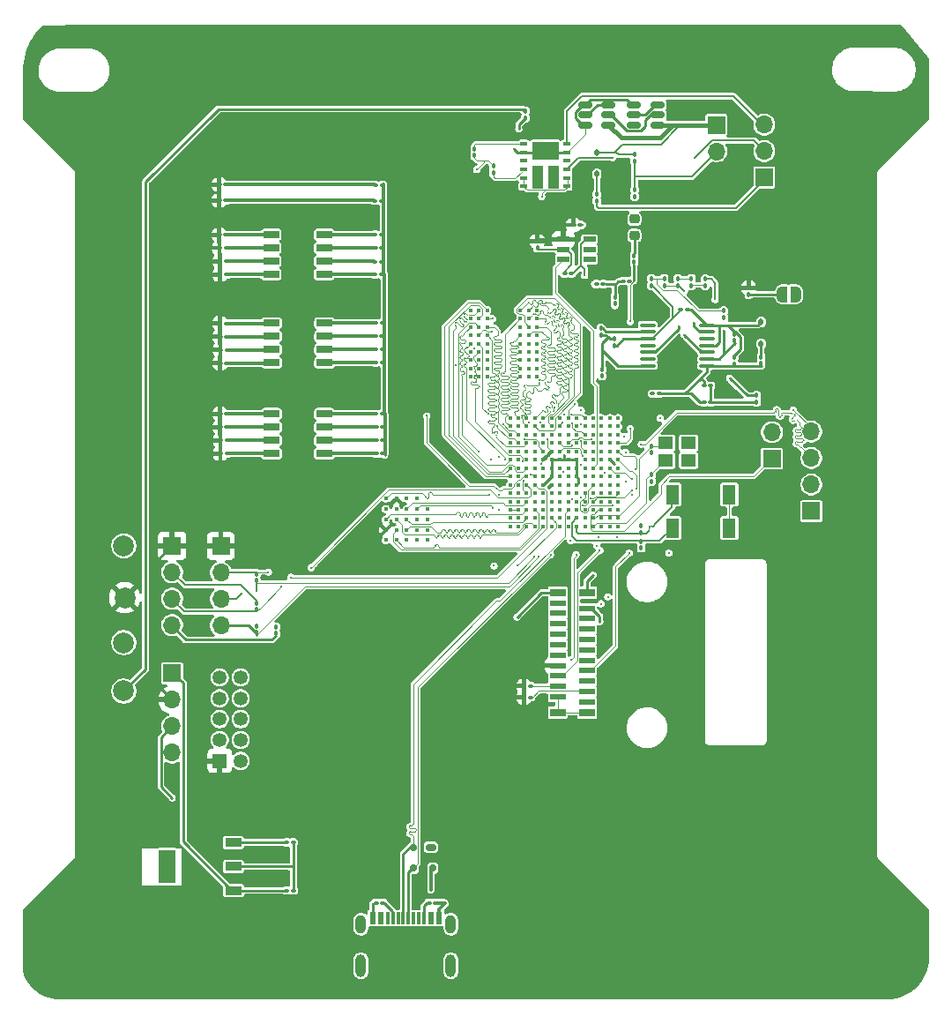
<source format=gbr>
%TF.GenerationSoftware,KiCad,Pcbnew,9.0.0*%
%TF.CreationDate,2025-05-06T20:27:02-04:00*%
%TF.ProjectId,payload_board,7061796c-6f61-4645-9f62-6f6172642e6b,rev?*%
%TF.SameCoordinates,Original*%
%TF.FileFunction,Copper,L1,Top*%
%TF.FilePolarity,Positive*%
%FSLAX45Y45*%
G04 Gerber Fmt 4.5, Leading zero omitted, Abs format (unit mm)*
G04 Created by KiCad (PCBNEW 9.0.0) date 2025-05-06 20:27:02*
%MOMM*%
%LPD*%
G01*
G04 APERTURE LIST*
G04 Aperture macros list*
%AMRoundRect*
0 Rectangle with rounded corners*
0 $1 Rounding radius*
0 $2 $3 $4 $5 $6 $7 $8 $9 X,Y pos of 4 corners*
0 Add a 4 corners polygon primitive as box body*
4,1,4,$2,$3,$4,$5,$6,$7,$8,$9,$2,$3,0*
0 Add four circle primitives for the rounded corners*
1,1,$1+$1,$2,$3*
1,1,$1+$1,$4,$5*
1,1,$1+$1,$6,$7*
1,1,$1+$1,$8,$9*
0 Add four rect primitives between the rounded corners*
20,1,$1+$1,$2,$3,$4,$5,0*
20,1,$1+$1,$4,$5,$6,$7,0*
20,1,$1+$1,$6,$7,$8,$9,0*
20,1,$1+$1,$8,$9,$2,$3,0*%
%AMFreePoly0*
4,1,23,0.500000,-0.750000,0.000000,-0.750000,0.000000,-0.745722,-0.065263,-0.745722,-0.191342,-0.711940,-0.304381,-0.646677,-0.396677,-0.554381,-0.461940,-0.441342,-0.495722,-0.315263,-0.495722,-0.250000,-0.500000,-0.250000,-0.500000,0.250000,-0.495722,0.250000,-0.495722,0.315263,-0.461940,0.441342,-0.396677,0.554381,-0.304381,0.646677,-0.191342,0.711940,-0.065263,0.745722,0.000000,0.745722,
0.000000,0.750000,0.500000,0.750000,0.500000,-0.750000,0.500000,-0.750000,$1*%
%AMFreePoly1*
4,1,23,0.000000,0.745722,0.065263,0.745722,0.191342,0.711940,0.304381,0.646677,0.396677,0.554381,0.461940,0.441342,0.495722,0.315263,0.495722,0.250000,0.500000,0.250000,0.500000,-0.250000,0.495722,-0.250000,0.495722,-0.315263,0.461940,-0.441342,0.396677,-0.554381,0.304381,-0.646677,0.191342,-0.711940,0.065263,-0.745722,0.000000,-0.745722,0.000000,-0.750000,-0.500000,-0.750000,
-0.500000,0.750000,0.000000,0.750000,0.000000,0.745722,0.000000,0.745722,$1*%
G04 Aperture macros list end*
%TA.AperFunction,EtchedComponent*%
%ADD10C,0.000000*%
%TD*%
%TA.AperFunction,SMDPad,CuDef*%
%ADD11FreePoly0,0.000000*%
%TD*%
%TA.AperFunction,SMDPad,CuDef*%
%ADD12FreePoly1,0.000000*%
%TD*%
%TA.AperFunction,SMDPad,CuDef*%
%ADD13RoundRect,0.100000X0.130000X0.100000X-0.130000X0.100000X-0.130000X-0.100000X0.130000X-0.100000X0*%
%TD*%
%TA.AperFunction,SMDPad,CuDef*%
%ADD14RoundRect,0.100000X0.100000X-0.130000X0.100000X0.130000X-0.100000X0.130000X-0.100000X-0.130000X0*%
%TD*%
%TA.AperFunction,SMDPad,CuDef*%
%ADD15RoundRect,0.100000X-0.130000X-0.100000X0.130000X-0.100000X0.130000X0.100000X-0.130000X0.100000X0*%
%TD*%
%TA.AperFunction,ComponentPad*%
%ADD16C,2.000000*%
%TD*%
%TA.AperFunction,ComponentPad*%
%ADD17R,1.700000X1.700000*%
%TD*%
%TA.AperFunction,ComponentPad*%
%ADD18O,1.700000X1.700000*%
%TD*%
%TA.AperFunction,SMDPad,CuDef*%
%ADD19RoundRect,0.100000X-0.100000X0.130000X-0.100000X-0.130000X0.100000X-0.130000X0.100000X0.130000X0*%
%TD*%
%TA.AperFunction,SMDPad,CuDef*%
%ADD20C,0.410000*%
%TD*%
%TA.AperFunction,SMDPad,CuDef*%
%ADD21RoundRect,0.175000X-0.325000X0.175000X-0.325000X-0.175000X0.325000X-0.175000X0.325000X0.175000X0*%
%TD*%
%TA.AperFunction,SMDPad,CuDef*%
%ADD22RoundRect,0.150000X-0.150000X0.200000X-0.150000X-0.200000X0.150000X-0.200000X0.150000X0.200000X0*%
%TD*%
%TA.AperFunction,SMDPad,CuDef*%
%ADD23RoundRect,0.218750X-0.256250X0.218750X-0.256250X-0.218750X0.256250X-0.218750X0.256250X0.218750X0*%
%TD*%
%TA.AperFunction,SMDPad,CuDef*%
%ADD24R,0.650000X0.400000*%
%TD*%
%TA.AperFunction,SMDPad,CuDef*%
%ADD25R,2.500000X1.780000*%
%TD*%
%TA.AperFunction,SMDPad,CuDef*%
%ADD26R,1.000000X2.170000*%
%TD*%
%TA.AperFunction,SMDPad,CuDef*%
%ADD27RoundRect,0.190000X0.610000X0.190000X-0.610000X0.190000X-0.610000X-0.190000X0.610000X-0.190000X0*%
%TD*%
%TA.AperFunction,SMDPad,CuDef*%
%ADD28R,1.150000X0.600000*%
%TD*%
%TA.AperFunction,SMDPad,CuDef*%
%ADD29RoundRect,0.112500X-0.112500X0.187500X-0.112500X-0.187500X0.112500X-0.187500X0.112500X0.187500X0*%
%TD*%
%TA.AperFunction,SMDPad,CuDef*%
%ADD30R,1.400000X1.200000*%
%TD*%
%TA.AperFunction,SMDPad,CuDef*%
%ADD31R,1.600200X0.838200*%
%TD*%
%TA.AperFunction,SMDPad,CuDef*%
%ADD32R,0.590000X1.150000*%
%TD*%
%TA.AperFunction,SMDPad,CuDef*%
%ADD33R,0.298000X1.150000*%
%TD*%
%TA.AperFunction,ComponentPad*%
%ADD34O,1.000000X2.200000*%
%TD*%
%TA.AperFunction,ComponentPad*%
%ADD35O,1.000000X1.800000*%
%TD*%
%TA.AperFunction,SMDPad,CuDef*%
%ADD36C,0.370000*%
%TD*%
%TA.AperFunction,ComponentPad*%
%ADD37R,1.350000X1.350000*%
%TD*%
%TA.AperFunction,ComponentPad*%
%ADD38C,1.350000*%
%TD*%
%TA.AperFunction,SMDPad,CuDef*%
%ADD39RoundRect,0.150000X-0.512500X-0.150000X0.512500X-0.150000X0.512500X0.150000X-0.512500X0.150000X0*%
%TD*%
%TA.AperFunction,SMDPad,CuDef*%
%ADD40R,1.300000X1.900000*%
%TD*%
%TA.AperFunction,SMDPad,CuDef*%
%ADD41RoundRect,0.100000X-0.637500X-0.100000X0.637500X-0.100000X0.637500X0.100000X-0.637500X0.100000X0*%
%TD*%
%TA.AperFunction,SMDPad,CuDef*%
%ADD42R,1.500000X0.600000*%
%TD*%
%TA.AperFunction,SMDPad,CuDef*%
%ADD43R,1.500000X0.800000*%
%TD*%
%TA.AperFunction,SMDPad,CuDef*%
%ADD44C,0.394000*%
%TD*%
%TA.AperFunction,ViaPad*%
%ADD45C,0.300000*%
%TD*%
%TA.AperFunction,Conductor*%
%ADD46C,0.100000*%
%TD*%
%TA.AperFunction,Conductor*%
%ADD47C,0.250000*%
%TD*%
%TA.AperFunction,Conductor*%
%ADD48C,0.300000*%
%TD*%
%TA.AperFunction,Conductor*%
%ADD49C,0.200000*%
%TD*%
%TA.AperFunction,Conductor*%
%ADD50C,0.400000*%
%TD*%
G04 APERTURE END LIST*
D10*
%TA.AperFunction,EtchedComponent*%
%TO.C,U2*%
G36*
X15842470Y-13042480D02*
G01*
X15682450Y-13042480D01*
X15682450Y-12727520D01*
X15842470Y-12727520D01*
X15842470Y-13042480D01*
G37*
%TD.AperFunction*%
%TD*%
D11*
%TO.P,JP1,1,A*%
%TO.N,Net-(JP1-A)*%
X21675000Y-7391400D03*
D12*
%TO.P,JP1,2,B*%
%TO.N,~{RESET}*%
X21805000Y-7391400D03*
%TD*%
D13*
%TO.P,C49,1*%
%TO.N,GND*%
X20987000Y-8427500D03*
%TO.P,C49,2*%
%TO.N,Net-(U4C--)*%
X20923000Y-8427500D03*
%TD*%
D14*
%TO.P,R62,1*%
%TO.N,Net-(JP1-A)*%
X21352500Y-7392000D03*
%TO.P,R62,2*%
%TO.N,+3V3*%
X21352500Y-7328000D03*
%TD*%
D13*
%TO.P,R51,1*%
%TO.N,Net-(C45-Pad2)*%
X19956000Y-7292500D03*
%TO.P,R51,2*%
%TO.N,GND*%
X19892000Y-7292500D03*
%TD*%
%TO.P,C48,1,1*%
%TO.N,WDT_BIAS*%
X19649000Y-7192500D03*
%TO.P,C48,2,2*%
%TO.N,GND*%
X19585000Y-7192500D03*
%TD*%
%TO.P,R3,1*%
%TO.N,GND*%
X17828000Y-7080000D03*
%TO.P,R3,2*%
%TO.N,GPIO_B0_06*%
X17764000Y-7080000D03*
%TD*%
%TO.P,C45,1*%
%TO.N,WDT_WDI*%
X20209500Y-7265000D03*
%TO.P,C45,2*%
%TO.N,Net-(C45-Pad2)*%
X20145500Y-7265000D03*
%TD*%
D15*
%TO.P,R25,1*%
%TO.N,+3V3*%
X16278000Y-8920000D03*
%TO.P,R25,2*%
%TO.N,Net-(R25-Pad2)*%
X16342000Y-8920000D03*
%TD*%
%TO.P,R17,1*%
%TO.N,+3V3*%
X16269500Y-6945000D03*
%TO.P,R17,2*%
%TO.N,Net-(R17-Pad2)*%
X16333500Y-6945000D03*
%TD*%
D16*
%TO.P,TP7,1,1*%
%TO.N,GND*%
X15350000Y-10735000D03*
%TD*%
D15*
%TO.P,R27,1*%
%TO.N,+3V3*%
X16275500Y-8667500D03*
%TO.P,R27,2*%
%TO.N,Net-(R27-Pad2)*%
X16339500Y-8667500D03*
%TD*%
D13*
%TO.P,R61,1*%
%TO.N,Net-(U4D-+)*%
X20764500Y-7535000D03*
%TO.P,R61,2*%
%TO.N,WDT_BIAS*%
X20700500Y-7535000D03*
%TD*%
D15*
%TO.P,C7,1*%
%TO.N,VBUS*%
X16915000Y-13115000D03*
%TO.P,C7,2*%
%TO.N,GND*%
X16979000Y-13115000D03*
%TD*%
D13*
%TO.P,C50,1*%
%TO.N,GND*%
X20987000Y-8270000D03*
%TO.P,C50,2*%
%TO.N,Net-(U4C--)*%
X20923000Y-8270000D03*
%TD*%
D17*
%TO.P,J6,1,Pin_1*%
%TO.N,+3V3*%
X15815000Y-9805000D03*
D18*
%TO.P,J6,2,Pin_2*%
%TO.N,Net-(J6-Pin_2)*%
X15815000Y-10059000D03*
%TO.P,J6,3,Pin_3*%
%TO.N,LPI2C3_SCL*%
X15815000Y-10313000D03*
%TO.P,J6,4,Pin_4*%
%TO.N,LPI2C3_SDA*%
X15815000Y-10567000D03*
%TD*%
D19*
%TO.P,R34,1*%
%TO.N,FIRE_DEPLOY1_A*%
X18720000Y-5995500D03*
%TO.P,R34,2*%
%TO.N,GND*%
X18720000Y-6059500D03*
%TD*%
D15*
%TO.P,R15,1*%
%TO.N,+3V3*%
X16272000Y-7202500D03*
%TO.P,R15,2*%
%TO.N,Net-(R15-Pad2)*%
X16336000Y-7202500D03*
%TD*%
D13*
%TO.P,R13,1*%
%TO.N,GND*%
X17832000Y-8540000D03*
%TO.P,R13,2*%
%TO.N,GPIO_AD_B0_04*%
X17768000Y-8540000D03*
%TD*%
D17*
%TO.P,J11,1,Pin_1*%
%TO.N,LPSPI4_PCSO*%
X21955000Y-9472000D03*
D18*
%TO.P,J11,2,Pin_2*%
%TO.N,LPSPI4_SDI*%
X21955000Y-9218000D03*
%TO.P,J11,3,Pin_3*%
%TO.N,LPSPI4_SDO*%
X21955000Y-8964000D03*
%TO.P,J11,4,Pin_4*%
%TO.N,LPSPI4_SCK*%
X21955000Y-8710000D03*
%TD*%
D13*
%TO.P,R6,1*%
%TO.N,GND*%
X17832000Y-8045000D03*
%TO.P,R6,2*%
%TO.N,GPIO_B0_09*%
X17768000Y-8045000D03*
%TD*%
D14*
%TO.P,C47,1*%
%TO.N,GND*%
X19945000Y-8174500D03*
%TO.P,C47,2*%
%TO.N,Net-(U4B-+)*%
X19945000Y-8110500D03*
%TD*%
D20*
%TO.P,IC1,A1,VSS_1*%
%TO.N,GND*%
X19320000Y-8185000D03*
%TO.P,IC1,A2,DQ15*%
%TO.N,DQ15*%
X19240000Y-8185000D03*
%TO.P,IC1,A3,VSSQ_1*%
%TO.N,GND*%
X19160000Y-8185000D03*
%TO.P,IC1,A7,VDDQ_1*%
%TO.N,+3V3*%
X18840000Y-8185000D03*
%TO.P,IC1,A8,DQ0*%
%TO.N,DQ0*%
X18760000Y-8185000D03*
%TO.P,IC1,A9,VDD_1*%
%TO.N,+3V3*%
X18680000Y-8185000D03*
%TO.P,IC1,B1,DQ14*%
%TO.N,DQ14*%
X19320000Y-8105000D03*
%TO.P,IC1,B2,DQ13*%
%TO.N,DQ13*%
X19240000Y-8105000D03*
%TO.P,IC1,B3,VDDQ_2*%
%TO.N,+3V3*%
X19160000Y-8105000D03*
%TO.P,IC1,B7,VSSQ_2*%
%TO.N,GND*%
X18840000Y-8105000D03*
%TO.P,IC1,B8,DQ2*%
%TO.N,DQ2*%
X18760000Y-8105000D03*
%TO.P,IC1,B9,DQ1*%
%TO.N,DQ1*%
X18680000Y-8105000D03*
%TO.P,IC1,C1,DQ12*%
%TO.N,DQ12*%
X19320000Y-8025000D03*
%TO.P,IC1,C2,DQ11*%
%TO.N,DQ11*%
X19240000Y-8025000D03*
%TO.P,IC1,C3,VSSQ_3*%
%TO.N,GND*%
X19160000Y-8025000D03*
%TO.P,IC1,C7,VDDQ_3*%
%TO.N,+3V3*%
X18840000Y-8025000D03*
%TO.P,IC1,C8,DQ4*%
%TO.N,DQ4*%
X18760000Y-8025000D03*
%TO.P,IC1,C9,DQ3*%
%TO.N,DQ3*%
X18680000Y-8025000D03*
%TO.P,IC1,D1,DQ10*%
%TO.N,DQ10*%
X19320000Y-7945000D03*
%TO.P,IC1,D2,DQ9*%
%TO.N,DQ9*%
X19240000Y-7945000D03*
%TO.P,IC1,D3,VDDQ_4*%
%TO.N,+3V3*%
X19160000Y-7945000D03*
%TO.P,IC1,D7,VSSQ_4*%
%TO.N,GND*%
X18840000Y-7945000D03*
%TO.P,IC1,D8,DQ6*%
%TO.N,DQ6*%
X18760000Y-7945000D03*
%TO.P,IC1,D9,DQ5*%
%TO.N,DQ5*%
X18680000Y-7945000D03*
%TO.P,IC1,E1,DQ8*%
%TO.N,DQ8*%
X19320000Y-7865000D03*
%TO.P,IC1,E2,NC*%
%TO.N,unconnected-(IC1-NC-PadE2)*%
X19240000Y-7865000D03*
%TO.P,IC1,E3,VSS_2*%
%TO.N,GND*%
X19160000Y-7865000D03*
%TO.P,IC1,E7,VDD_2*%
%TO.N,+3V3*%
X18840000Y-7865000D03*
%TO.P,IC1,E8,LDQM*%
%TO.N,DQML*%
X18760000Y-7865000D03*
%TO.P,IC1,E9,DQ7*%
%TO.N,DQ7*%
X18680000Y-7865000D03*
%TO.P,IC1,F1,UDQM*%
%TO.N,DQMH*%
X19320000Y-7785000D03*
%TO.P,IC1,F2,CLK*%
%TO.N,CLK*%
X19240000Y-7785000D03*
%TO.P,IC1,F3,CKE*%
%TO.N,CKE*%
X19160000Y-7785000D03*
%TO.P,IC1,F7,CAS#*%
%TO.N,~{CAS}*%
X18840000Y-7785000D03*
%TO.P,IC1,F8,RAS#*%
%TO.N,~{RAS}*%
X18760000Y-7785000D03*
%TO.P,IC1,F9,WE#*%
%TO.N,~{WE}*%
X18680000Y-7785000D03*
%TO.P,IC1,G1,A12*%
%TO.N,A12*%
X19320000Y-7705000D03*
%TO.P,IC1,G2,A11*%
%TO.N,A11*%
X19240000Y-7705000D03*
%TO.P,IC1,G3,A9*%
%TO.N,A9*%
X19160000Y-7705000D03*
%TO.P,IC1,G7,BA0*%
%TO.N,BA0*%
X18840000Y-7705000D03*
%TO.P,IC1,G8,BA1*%
%TO.N,BA1*%
X18760000Y-7705000D03*
%TO.P,IC1,G9,CS#*%
%TO.N,~{CS}*%
X18680000Y-7705000D03*
%TO.P,IC1,H1,A8*%
%TO.N,A8*%
X19320000Y-7625000D03*
%TO.P,IC1,H2,A7*%
%TO.N,A7*%
X19240000Y-7625000D03*
%TO.P,IC1,H3,A6*%
%TO.N,A6*%
X19160000Y-7625000D03*
%TO.P,IC1,H7,A0*%
%TO.N,A0*%
X18840000Y-7625000D03*
%TO.P,IC1,H8,A1*%
%TO.N,A1*%
X18760000Y-7625000D03*
%TO.P,IC1,H9,A10*%
%TO.N,A10*%
X18680000Y-7625000D03*
%TO.P,IC1,J1,VSS_3*%
%TO.N,GND*%
X19320000Y-7545000D03*
%TO.P,IC1,J2,A5*%
%TO.N,A5*%
X19240000Y-7545000D03*
%TO.P,IC1,J3,A4*%
%TO.N,A4*%
X19160000Y-7545000D03*
%TO.P,IC1,J7,A3*%
%TO.N,A3*%
X18840000Y-7545000D03*
%TO.P,IC1,J8,A2*%
%TO.N,A2*%
X18760000Y-7545000D03*
%TO.P,IC1,J9,VDD_3*%
%TO.N,+3V3*%
X18680000Y-7545000D03*
%TD*%
D21*
%TO.P,D1,1,GND*%
%TO.N,GND*%
X18300000Y-12700000D03*
D22*
%TO.P,D1,2,I/O1*%
%TO.N,USB_DN_1*%
X18130000Y-12700000D03*
%TO.P,D1,3,I/O2*%
%TO.N,USB_DP_1*%
X18130000Y-12900000D03*
%TO.P,D1,4,VCC*%
%TO.N,VBUS*%
X18320000Y-12900000D03*
%TD*%
D19*
%TO.P,R42,1*%
%TO.N,Net-(J6-Pin_2)*%
X16625000Y-10354000D03*
%TO.P,R42,2*%
%TO.N,LPI2C3_SCL*%
X16625000Y-10418000D03*
%TD*%
%TO.P,R52,1*%
%TO.N,Net-(C45-Pad2)*%
X20067500Y-7416500D03*
%TO.P,R52,2*%
%TO.N,Net-(U4A--)*%
X20067500Y-7480500D03*
%TD*%
D15*
%TO.P,R26,1*%
%TO.N,+3V3*%
X16278000Y-8795000D03*
%TO.P,R26,2*%
%TO.N,Net-(R26-Pad2)*%
X16342000Y-8795000D03*
%TD*%
D14*
%TO.P,R47,1*%
%TO.N,Net-(U4D--)*%
X20673000Y-7306000D03*
%TO.P,R47,2*%
%TO.N,Net-(U4B--)*%
X20673000Y-7242000D03*
%TD*%
D23*
%TO.P,D3,1,K*%
%TO.N,GND*%
X20255000Y-6670000D03*
%TO.P,D3,2,A*%
%TO.N,Net-(D3-A)*%
X20255000Y-6827500D03*
%TD*%
D15*
%TO.P,R63,1*%
%TO.N,+3V3*%
X16268000Y-6340000D03*
%TO.P,R63,2*%
%TO.N,GPIO_B0_04*%
X16332000Y-6340000D03*
%TD*%
D19*
%TO.P,R43,1*%
%TO.N,Net-(J7-Pin_2)*%
X16625000Y-10076500D03*
%TO.P,R43,2*%
%TO.N,LPI2C4_SCL*%
X16625000Y-10140500D03*
%TD*%
D24*
%TO.P,Q1,1,G1*%
%TO.N,FIRE_DEPLOY1_A*%
X19192457Y-5948468D03*
%TO.P,Q1,2,D1/D4*%
%TO.N,Net-(Q2A-G)*%
X19192457Y-6029748D03*
%TO.P,Q1,3,S1/D2*%
%TO.N,unconnected-(Q1-S1{slash}D2-Pad3)*%
X19192457Y-6111028D03*
%TO.P,Q1,4,G2*%
%TO.N,FIRE_DEPLOY1_B*%
X19192457Y-6192308D03*
%TO.P,Q1,5,S2*%
%TO.N,GND*%
X19192457Y-6273588D03*
%TO.P,Q1,6,S2*%
X19192457Y-6354868D03*
%TO.P,Q1,7,S3*%
X19607518Y-6354843D03*
%TO.P,Q1,8,S3*%
X19607518Y-6273563D03*
%TO.P,Q1,9,G3*%
%TO.N,FIRE_DEPLOY1_A*%
X19607518Y-6192283D03*
%TO.P,Q1,10,D3/S4*%
%TO.N,unconnected-(Q1-D3{slash}S4-Pad10)*%
X19607518Y-6111003D03*
%TO.P,Q1,11,D1/D4*%
%TO.N,Net-(Q2A-G)*%
X19607518Y-6029723D03*
%TO.P,Q1,12,G4*%
%TO.N,FIRE_DEPLOY1_B*%
X19607518Y-5948443D03*
D25*
%TO.P,Q1,13,D1/D4*%
%TO.N,Net-(Q2A-G)*%
X19400000Y-6017500D03*
D26*
%TO.P,Q1,14,S1/D2*%
%TO.N,unconnected-(Q1-S1{slash}D2-Pad14)*%
X19324994Y-6264876D03*
%TO.P,Q1,15,D3/S4*%
%TO.N,unconnected-(Q1-D3{slash}S4-Pad15)*%
X19475286Y-6264977D03*
%TD*%
D14*
%TO.P,R57,1*%
%TO.N,Net-(U4C-+)*%
X21115000Y-7615000D03*
%TO.P,R57,2*%
%TO.N,Net-(R45-Pad2)*%
X21115000Y-7551000D03*
%TD*%
D17*
%TO.P,J9,1,Pin_1*%
%TO.N,TEST_ANTENNAS*%
X21502500Y-6270000D03*
D18*
%TO.P,J9,2,Pin_2*%
%TO.N,FIRE_DEPLOY1_A*%
X21502500Y-6016000D03*
%TO.P,J9,3,Pin_3*%
%TO.N,FIRE_DEPLOY1_B*%
X21502500Y-5762000D03*
%TD*%
D27*
%TO.P,SW2,1*%
%TO.N,GPIO_B0_09*%
X17279000Y-8050500D03*
%TO.P,SW2,2*%
%TO.N,GPIO_B0_11*%
X17279000Y-7923500D03*
%TO.P,SW2,3*%
%TO.N,GPIO_B0_12*%
X17279000Y-7796500D03*
%TO.P,SW2,4*%
%TO.N,GPIO_B0_14*%
X17279000Y-7669500D03*
%TO.P,SW2,5*%
%TO.N,Net-(R22-Pad2)*%
X16771000Y-7669500D03*
%TO.P,SW2,6*%
%TO.N,Net-(R21-Pad2)*%
X16771000Y-7796500D03*
%TO.P,SW2,7*%
%TO.N,Net-(R20-Pad2)*%
X16771000Y-7923500D03*
%TO.P,SW2,8*%
%TO.N,Net-(R19-Pad2)*%
X16771000Y-8050500D03*
%TD*%
D19*
%TO.P,R48,1*%
%TO.N,Net-(U4B--)*%
X20803000Y-7242000D03*
%TO.P,R48,2*%
%TO.N,/Watchdog/WDT-VP*%
X20803000Y-7306000D03*
%TD*%
D28*
%TO.P,U5,1,Input*%
%TO.N,+3V3*%
X19572500Y-6865000D03*
%TO.P,U5,2,GND*%
%TO.N,GND*%
X19572500Y-6960000D03*
%TO.P,U5,3,EN*%
%TO.N,WDT_ENABLE*%
X19572500Y-7055000D03*
%TO.P,U5,4,~{Fault}*%
%TO.N,unconnected-(U5-~{Fault}-Pad4)*%
X19822500Y-7055000D03*
%TO.P,U5,5,ILIM*%
%TO.N,Net-(U5-ILIM)*%
X19822500Y-6960000D03*
%TO.P,U5,6,Output*%
%TO.N,WDT_BIAS*%
X19822500Y-6865000D03*
%TD*%
D29*
%TO.P,D4,1,1*%
%TO.N,Net-(U4D-+)*%
X21472500Y-7657500D03*
%TO.P,D4,2,2*%
%TO.N,Net-(D4-Pad2)*%
X21472500Y-7867500D03*
%TD*%
D15*
%TO.P,R53,1*%
%TO.N,+3V3*%
X19670500Y-6725000D03*
%TO.P,R53,2*%
%TO.N,Net-(U5-ILIM)*%
X19734500Y-6725000D03*
%TD*%
D16*
%TO.P,TP5,1,1*%
%TO.N,VBUS*%
X15350000Y-9805000D03*
%TD*%
D15*
%TO.P,R28,1*%
%TO.N,+3V3*%
X16274500Y-8540000D03*
%TO.P,R28,2*%
%TO.N,Net-(R28-Pad2)*%
X16338500Y-8540000D03*
%TD*%
D16*
%TO.P,TP8,1,1*%
%TO.N,VBUSP*%
X15350000Y-11200000D03*
%TD*%
D15*
%TO.P,R18,1*%
%TO.N,+3V3*%
X16267000Y-6822500D03*
%TO.P,R18,2*%
%TO.N,Net-(R18-Pad2)*%
X16331000Y-6822500D03*
%TD*%
D29*
%TO.P,D2,1,1*%
%TO.N,DEPLOY1*%
X19895000Y-6027500D03*
%TO.P,D2,2,2*%
%TO.N,Net-(D2-Pad2)*%
X19895000Y-6237500D03*
%TD*%
D27*
%TO.P,SW3,1*%
%TO.N,GPIO_B0_10*%
X17278000Y-8921000D03*
%TO.P,SW3,2*%
%TO.N,GPIO_B0_13*%
X17278000Y-8794000D03*
%TO.P,SW3,3*%
%TO.N,GPIO_AD_B0_05*%
X17278000Y-8667000D03*
%TO.P,SW3,4*%
%TO.N,GPIO_AD_B0_04*%
X17278000Y-8540000D03*
%TO.P,SW3,5*%
%TO.N,Net-(R28-Pad2)*%
X16770000Y-8540000D03*
%TO.P,SW3,6*%
%TO.N,Net-(R27-Pad2)*%
X16770000Y-8667000D03*
%TO.P,SW3,7*%
%TO.N,Net-(R26-Pad2)*%
X16770000Y-8794000D03*
%TO.P,SW3,8*%
%TO.N,Net-(R25-Pad2)*%
X16770000Y-8921000D03*
%TD*%
D13*
%TO.P,R8,1*%
%TO.N,GND*%
X17832000Y-7920000D03*
%TO.P,R8,2*%
%TO.N,GPIO_B0_11*%
X17768000Y-7920000D03*
%TD*%
D19*
%TO.P,R41,1*%
%TO.N,Net-(J7-Pin_2)*%
X16625000Y-10576500D03*
%TO.P,R41,2*%
%TO.N,LPI2C4_SDA*%
X16625000Y-10640500D03*
%TD*%
D13*
%TO.P,R1,1*%
%TO.N,GND*%
X17832000Y-6345000D03*
%TO.P,R1,2*%
%TO.N,GPIO_B0_04*%
X17768000Y-6345000D03*
%TD*%
%TO.P,R14,1*%
%TO.N,GND*%
X17837000Y-8665000D03*
%TO.P,R14,2*%
%TO.N,GPIO_AD_B0_05*%
X17773000Y-8665000D03*
%TD*%
D15*
%TO.P,R66,1*%
%TO.N,+3V3*%
X19194000Y-11152500D03*
%TO.P,R66,2*%
%TO.N,LPI2C1_SCL*%
X19258000Y-11152500D03*
%TD*%
D19*
%TO.P,R54,1*%
%TO.N,Net-(R54-Pad1)*%
X19932500Y-7720500D03*
%TO.P,R54,2*%
%TO.N,Net-(U4B-+)*%
X19932500Y-7784500D03*
%TD*%
D17*
%TO.P,J7,1,Pin_1*%
%TO.N,+3V3*%
X16282500Y-9807500D03*
D18*
%TO.P,J7,2,Pin_2*%
%TO.N,Net-(J7-Pin_2)*%
X16282500Y-10061500D03*
%TO.P,J7,3,Pin_3*%
%TO.N,LPI2C4_SCL*%
X16282500Y-10315500D03*
%TO.P,J7,4,Pin_4*%
%TO.N,LPI2C4_SDA*%
X16282500Y-10569500D03*
%TD*%
D27*
%TO.P,SW1,1*%
%TO.N,GPIO_B0_05*%
X17274000Y-7200500D03*
%TO.P,SW1,2*%
%TO.N,GPIO_B0_06*%
X17274000Y-7073500D03*
%TO.P,SW1,3*%
%TO.N,GPIO_B0_07*%
X17274000Y-6946500D03*
%TO.P,SW1,4*%
%TO.N,GPIO_B0_08*%
X17274000Y-6819500D03*
%TO.P,SW1,5*%
%TO.N,Net-(R18-Pad2)*%
X16766000Y-6819500D03*
%TO.P,SW1,6*%
%TO.N,Net-(R17-Pad2)*%
X16766000Y-6946500D03*
%TO.P,SW1,7*%
%TO.N,Net-(R16-Pad2)*%
X16766000Y-7073500D03*
%TO.P,SW1,8*%
%TO.N,Net-(R15-Pad2)*%
X16766000Y-7200500D03*
%TD*%
D15*
%TO.P,R21,1*%
%TO.N,+3V3*%
X16274500Y-7797500D03*
%TO.P,R21,2*%
%TO.N,Net-(R21-Pad2)*%
X16338500Y-7797500D03*
%TD*%
D30*
%TO.P,Y2,1,1*%
%TO.N,Net-(U1D-XTALI)*%
X20555000Y-8987500D03*
%TO.P,Y2,2,2*%
%TO.N,GND*%
X20775000Y-8987500D03*
%TO.P,Y2,3,3*%
X20775000Y-8817500D03*
%TO.P,Y2,4,4*%
%TO.N,Net-(U1D-XTALO)*%
X20555000Y-8817500D03*
%TD*%
D19*
%TO.P,R37,1*%
%TO.N,DEPLOY1*%
X20255000Y-6051000D03*
%TO.P,R37,2*%
%TO.N,READ_DEPLOY1*%
X20255000Y-6115000D03*
%TD*%
%TO.P,R38,1*%
%TO.N,READ_DEPLOY1*%
X20257500Y-6388000D03*
%TO.P,R38,2*%
%TO.N,GND*%
X20257500Y-6452000D03*
%TD*%
D13*
%TO.P,R12,1*%
%TO.N,GND*%
X17827000Y-6495000D03*
%TO.P,R12,2*%
%TO.N,GPIO_B0_15*%
X17763000Y-6495000D03*
%TD*%
D19*
%TO.P,R60,1*%
%TO.N,Net-(U4D-+)*%
X21215000Y-7996500D03*
%TO.P,R60,2*%
%TO.N,Net-(U4C--)*%
X21215000Y-8060500D03*
%TD*%
D14*
%TO.P,R59,1*%
%TO.N,Net-(U4C-+)*%
X21217500Y-7836000D03*
%TO.P,R59,2*%
%TO.N,Net-(U4D-+)*%
X21217500Y-7772000D03*
%TD*%
D19*
%TO.P,C32,1*%
%TO.N,Net-(U1D-XTALI)*%
X20420000Y-9125000D03*
%TO.P,C32,2*%
%TO.N,GND*%
X20420000Y-9189000D03*
%TD*%
D13*
%TO.P,R5,1*%
%TO.N,GND*%
X17827000Y-6820000D03*
%TO.P,R5,2*%
%TO.N,GPIO_B0_08*%
X17763000Y-6820000D03*
%TD*%
D15*
%TO.P,R22,1*%
%TO.N,+3V3*%
X16273000Y-7670000D03*
%TO.P,R22,2*%
%TO.N,Net-(R22-Pad2)*%
X16337000Y-7670000D03*
%TD*%
%TO.P,C10,1*%
%TO.N,DCDC_IN*%
X16915500Y-12652500D03*
%TO.P,C10,2*%
%TO.N,GND*%
X16979500Y-12652500D03*
%TD*%
%TO.P,R31,1*%
%TO.N,GND*%
X17773200Y-13233400D03*
%TO.P,R31,2*%
%TO.N,Net-(J2-CC1)*%
X17837200Y-13233400D03*
%TD*%
D31*
%TO.P,U2,1,IN*%
%TO.N,VBUS*%
X16402540Y-13115000D03*
%TO.P,U2,2,GND*%
%TO.N,GND*%
X16402540Y-12885000D03*
%TO.P,U2,3,OUT*%
%TO.N,DCDC_IN*%
X16402540Y-12655000D03*
%TD*%
D15*
%TO.P,R32,1*%
%TO.N,Net-(J2-CC2)*%
X18281200Y-13233400D03*
%TO.P,R32,2*%
%TO.N,GND*%
X18345200Y-13233400D03*
%TD*%
%TO.P,R64,1*%
%TO.N,+3V3*%
X16268000Y-6490000D03*
%TO.P,R64,2*%
%TO.N,GPIO_B0_15*%
X16332000Y-6490000D03*
%TD*%
%TO.P,R65,1*%
%TO.N,+3V3*%
X19194000Y-11260000D03*
%TO.P,R65,2*%
%TO.N,LPI2C1_SDA*%
X19258000Y-11260000D03*
%TD*%
D19*
%TO.P,R35,1*%
%TO.N,VBUSP*%
X19207500Y-5633000D03*
%TO.P,R35,2*%
%TO.N,Net-(Q2A-G)*%
X19207500Y-5697000D03*
%TD*%
D13*
%TO.P,R9,1*%
%TO.N,GND*%
X17831000Y-7795000D03*
%TO.P,R9,2*%
%TO.N,GPIO_B0_12*%
X17767000Y-7795000D03*
%TD*%
D19*
%TO.P,R58,1*%
%TO.N,Net-(D4-Pad2)*%
X21472500Y-7994000D03*
%TO.P,R58,2*%
%TO.N,Net-(U4C--)*%
X21472500Y-8058000D03*
%TD*%
D14*
%TO.P,R50,1*%
%TO.N,WDT_WDI*%
X20252500Y-7085500D03*
%TO.P,R50,2*%
%TO.N,Net-(D3-A)*%
X20252500Y-7021500D03*
%TD*%
D32*
%TO.P,J2,A1B12,GND1*%
%TO.N,GND*%
X17740000Y-13380000D03*
%TO.P,J2,A4B9,VBUS1*%
%TO.N,VBUS*%
X17820000Y-13380000D03*
D33*
%TO.P,J2,A5,CC1*%
%TO.N,Net-(J2-CC1)*%
X17935000Y-13380000D03*
%TO.P,J2,A6,DP1*%
%TO.N,USB_DN_1*%
X18035000Y-13380000D03*
%TO.P,J2,A7,DN1*%
%TO.N,USB_DP_1*%
X18085000Y-13380000D03*
%TO.P,J2,A8,SBU1*%
%TO.N,unconnected-(J2-SBU1-PadA8)*%
X18185000Y-13380000D03*
D32*
%TO.P,J2,B1A12,GND2*%
%TO.N,GND*%
X18380000Y-13380000D03*
%TO.P,J2,B4A9,VBUS2*%
%TO.N,VBUS*%
X18300000Y-13380000D03*
D33*
%TO.P,J2,B5,CC2*%
%TO.N,Net-(J2-CC2)*%
X18235000Y-13380000D03*
%TO.P,J2,B6,DP2*%
%TO.N,USB_DP*%
X18135000Y-13380000D03*
%TO.P,J2,B7,DN2*%
%TO.N,USB_DN*%
X17985000Y-13380000D03*
%TO.P,J2,B8,SBU2*%
%TO.N,unconnected-(J2-SBU2-PadB8)*%
X17885000Y-13380000D03*
D34*
%TO.P,J2,SH1,SHIELD1*%
%TO.N,GND*%
X17628000Y-13837500D03*
%TO.P,J2,SH2,SHIELD2*%
X18492000Y-13837500D03*
D35*
%TO.P,J2,SH3,SHIELD3*%
X17628000Y-13437500D03*
%TO.P,J2,SH4,SHIELD4*%
X18492000Y-13437500D03*
%TD*%
D13*
%TO.P,R4,1*%
%TO.N,GND*%
X17829500Y-6945000D03*
%TO.P,R4,2*%
%TO.N,GPIO_B0_07*%
X17765500Y-6945000D03*
%TD*%
D17*
%TO.P,J4,1,Pin_1*%
%TO.N,DEPLOY1*%
X21042500Y-5765000D03*
D18*
%TO.P,J4,2,Pin_2*%
%TO.N,READ_DEPLOY1*%
X21042500Y-6019000D03*
%TD*%
D36*
%TO.P,U3,A2,RFU*%
%TO.N,unconnected-(U3-RFU-PadA2)*%
X18267500Y-9452500D03*
%TO.P,U3,A3,RFU*%
%TO.N,unconnected-(U3-RFU-PadA3)*%
X18267500Y-9552500D03*
%TO.P,U3,A4,RESET#*%
%TO.N,+3V3*%
X18267500Y-9652500D03*
%TO.P,U3,A5,ERR#*%
%TO.N,Net-(U3-ERR#)*%
X18267500Y-9752500D03*
%TO.P,U3,B1,RFU*%
%TO.N,unconnected-(U3-RFU-PadB1)*%
X18167500Y-9352500D03*
%TO.P,U3,B2,C*%
%TO.N,A_OSCLK*%
X18167500Y-9452500D03*
%TO.P,U3,B3,Vss*%
%TO.N,GND*%
X18167500Y-9552500D03*
%TO.P,U3,B4,Vcc*%
%TO.N,+3V3*%
X18167500Y-9652500D03*
%TO.P,U3,B5,DNU(PSC)*%
%TO.N,GND*%
X18167500Y-9752500D03*
%TO.P,U3,C1,VssQ*%
X18067500Y-9352500D03*
%TO.P,U3,C2,S#*%
%TO.N,A_SS0*%
X18067500Y-9452500D03*
%TO.P,U3,C3,DQS*%
%TO.N,A_DQS*%
X18067500Y-9552500D03*
%TO.P,U3,C4,DQ2(W#)*%
%TO.N,ODQ2*%
X18067500Y-9652500D03*
%TO.P,U3,C5,Vpp(W#)*%
%TO.N,unconnected-(U3-Vpp(W#)-PadC5)*%
X18067500Y-9752500D03*
%TO.P,U3,D1,VccQ*%
%TO.N,+3V3*%
X17967500Y-9352500D03*
%TO.P,U3,D2,DQ1*%
%TO.N,ODQ1*%
X17967500Y-9452500D03*
%TO.P,U3,D3,DQ0*%
%TO.N,ODQ0*%
X17967500Y-9552500D03*
%TO.P,U3,D4,DQ3*%
%TO.N,ODQ3*%
X17967500Y-9652500D03*
%TO.P,U3,D5,DQ4*%
%TO.N,ODQ4*%
X17967500Y-9752500D03*
%TO.P,U3,E1,DQ7*%
%TO.N,ODQ7*%
X17867500Y-9352500D03*
%TO.P,U3,E2,DQ6*%
%TO.N,ODQ6*%
X17867500Y-9452500D03*
%TO.P,U3,E3,DQ5*%
%TO.N,ODQ5*%
X17867500Y-9552500D03*
%TO.P,U3,E4,VccQ*%
%TO.N,+3V3*%
X17867500Y-9652500D03*
%TO.P,U3,E5,VssQ*%
%TO.N,GND*%
X17867500Y-9752500D03*
%TD*%
D14*
%TO.P,R36,1*%
%TO.N,TEST_ANTENNAS*%
X19895000Y-6494500D03*
%TO.P,R36,2*%
%TO.N,Net-(D2-Pad2)*%
X19895000Y-6430500D03*
%TD*%
D13*
%TO.P,R7,1*%
%TO.N,GND*%
X17838500Y-8920000D03*
%TO.P,R7,2*%
%TO.N,GPIO_B0_10*%
X17774500Y-8920000D03*
%TD*%
D19*
%TO.P,C46,1,1*%
%TO.N,+3V3*%
X19322500Y-6880500D03*
%TO.P,C46,2,2*%
%TO.N,GND*%
X19322500Y-6944500D03*
%TD*%
D13*
%TO.P,R11,1*%
%TO.N,GND*%
X17832000Y-7667500D03*
%TO.P,R11,2*%
%TO.N,GPIO_B0_14*%
X17768000Y-7667500D03*
%TD*%
D37*
%TO.P,J10,1,1*%
%TO.N,+3V3*%
X16272500Y-11870000D03*
D38*
%TO.P,J10,2,2*%
%TO.N,JTAG_MOD*%
X16472500Y-11870000D03*
%TO.P,J10,3,3*%
%TO.N,GND*%
X16272500Y-11670000D03*
%TO.P,J10,4,4*%
%TO.N,JTAG_TCK*%
X16472500Y-11670000D03*
%TO.P,J10,5,5*%
%TO.N,GND*%
X16272500Y-11470000D03*
%TO.P,J10,6,6*%
%TO.N,JTAG_TDO*%
X16472500Y-11470000D03*
%TO.P,J10,7,7*%
%TO.N,JTAG_TMS*%
X16272500Y-11270000D03*
%TO.P,J10,8,8*%
%TO.N,JTAG_TDI*%
X16472500Y-11270000D03*
%TO.P,J10,9,9*%
%TO.N,GND*%
X16272500Y-11070000D03*
%TO.P,J10,10,10*%
%TO.N,JTAG_TRSTB*%
X16472500Y-11070000D03*
%TD*%
D39*
%TO.P,Q2,1,G*%
%TO.N,Net-(Q2A-G)*%
X19780000Y-5575000D03*
%TO.P,Q2,2,S*%
%TO.N,Net-(Q2A-D)*%
X19780000Y-5670000D03*
%TO.P,Q2,3,G*%
%TO.N,Net-(Q2A-G)*%
X19780000Y-5765000D03*
%TO.P,Q2,4,D*%
%TO.N,DEPLOY1*%
X20007500Y-5765000D03*
%TO.P,Q2,5,S*%
%TO.N,VBUSP*%
X20007500Y-5670000D03*
%TO.P,Q2,6,D*%
%TO.N,Net-(Q2A-D)*%
X20007500Y-5575000D03*
%TD*%
D14*
%TO.P,R45,1*%
%TO.N,WDT_BIAS*%
X20418000Y-7306000D03*
%TO.P,R45,2*%
%TO.N,Net-(R45-Pad2)*%
X20418000Y-7242000D03*
%TD*%
D15*
%TO.P,R19,1*%
%TO.N,+3V3*%
X16277000Y-8052500D03*
%TO.P,R19,2*%
%TO.N,Net-(R19-Pad2)*%
X16341000Y-8052500D03*
%TD*%
%TO.P,R16,1*%
%TO.N,+3V3*%
X16272000Y-7075000D03*
%TO.P,R16,2*%
%TO.N,Net-(R16-Pad2)*%
X16336000Y-7075000D03*
%TD*%
D19*
%TO.P,C20,1*%
%TO.N,Net-(U1D-RTC_XTALI)*%
X20320000Y-9762500D03*
%TO.P,C20,2*%
%TO.N,GND*%
X20320000Y-9826500D03*
%TD*%
D14*
%TO.P,C51,1*%
%TO.N,GND*%
X21430000Y-8427000D03*
%TO.P,C51,2*%
%TO.N,Net-(U4D--)*%
X21430000Y-8363000D03*
%TD*%
%TO.P,R33,1*%
%TO.N,FIRE_DEPLOY1_B*%
X18900000Y-6224500D03*
%TO.P,R33,2*%
%TO.N,GND*%
X18900000Y-6160500D03*
%TD*%
D19*
%TO.P,R46,1*%
%TO.N,Net-(R45-Pad2)*%
X20543000Y-7242000D03*
%TO.P,R46,2*%
%TO.N,Net-(U4D--)*%
X20543000Y-7306000D03*
%TD*%
D40*
%TO.P,Y1,1,1*%
%TO.N,Net-(U1D-RTC_XTALI)*%
X20617500Y-9635000D03*
%TO.P,Y1,2,2*%
%TO.N,GND*%
X21167500Y-9635000D03*
%TO.P,Y1,3,3*%
X21167500Y-9315000D03*
%TO.P,Y1,4,4*%
%TO.N,Net-(U1D-RTC_XTALO)*%
X20617500Y-9315000D03*
%TD*%
D19*
%TO.P,R40,1*%
%TO.N,Net-(J6-Pin_2)*%
X16810000Y-10584000D03*
%TO.P,R40,2*%
%TO.N,LPI2C3_SDA*%
X16810000Y-10648000D03*
%TD*%
D13*
%TO.P,R10,1*%
%TO.N,GND*%
X17837000Y-8790000D03*
%TO.P,R10,2*%
%TO.N,GPIO_B0_13*%
X17773000Y-8790000D03*
%TD*%
D41*
%TO.P,U4,1*%
%TO.N,Net-(R56-Pad1)*%
X20382500Y-7687500D03*
%TO.P,U4,2*%
%TO.N,Net-(R54-Pad1)*%
X20382500Y-7752500D03*
%TO.P,U4,3,V+*%
%TO.N,WDT_BIAS*%
X20382500Y-7817500D03*
%TO.P,U4,4,-*%
%TO.N,Net-(U4A--)*%
X20382500Y-7882500D03*
%TO.P,U4,5,+*%
%TO.N,/Watchdog/WDT-VP*%
X20382500Y-7947500D03*
%TO.P,U4,6,-*%
%TO.N,Net-(U4B--)*%
X20382500Y-8012500D03*
%TO.P,U4,7,+*%
%TO.N,Net-(U4B-+)*%
X20382500Y-8077500D03*
%TO.P,U4,8,-*%
%TO.N,Net-(U4C--)*%
X20955000Y-8077500D03*
%TO.P,U4,9,+*%
%TO.N,Net-(U4C-+)*%
X20955000Y-8012500D03*
%TO.P,U4,10,-*%
%TO.N,Net-(U4D--)*%
X20955000Y-7947500D03*
%TO.P,U4,11,+*%
%TO.N,Net-(U4D-+)*%
X20955000Y-7882500D03*
%TO.P,U4,12,V-*%
%TO.N,GND*%
X20955000Y-7817500D03*
%TO.P,U4,13*%
%TO.N,Net-(JP1-A)*%
X20955000Y-7752500D03*
%TO.P,U4,14*%
%TO.N,Net-(U4D-+)*%
X20955000Y-7687500D03*
%TD*%
D16*
%TO.P,TP6,1,1*%
%TO.N,+3V3*%
X15360000Y-10305000D03*
%TD*%
D19*
%TO.P,C34,1*%
%TO.N,Net-(U1D-XTALO)*%
X20417500Y-8848000D03*
%TO.P,C34,2*%
%TO.N,GND*%
X20417500Y-8912000D03*
%TD*%
D42*
%TO.P,J8,1,1*%
%TO.N,CSI_MCLK*%
X19800000Y-11305000D03*
%TO.P,J8,2,2*%
%TO.N,GND*%
X19520000Y-11255000D03*
%TO.P,J8,3,3*%
%TO.N,LPI2C1_SDA*%
X19800000Y-11205000D03*
%TO.P,J8,4,4*%
%TO.N,LPI2C1_SCL*%
X19520000Y-11155000D03*
%TO.P,J8,5,5*%
%TO.N,XRS*%
X19800000Y-11105000D03*
%TO.P,J8,6,6*%
%TO.N,PWDN*%
X19520000Y-11055000D03*
%TO.P,J8,7,7*%
%TO.N,LDO_EN*%
X19800000Y-11005000D03*
%TO.P,J8,8,8*%
%TO.N,+3V3*%
X19520000Y-10955000D03*
%TO.P,J8,9,9*%
%TO.N,CSI_DATA06*%
X19800000Y-10905000D03*
%TO.P,J8,10,10*%
%TO.N,CSI_DATA08*%
X19520000Y-10855000D03*
%TO.P,J8,11,11*%
%TO.N,CSI_DATA02*%
X19800000Y-10805000D03*
%TO.P,J8,12,12*%
%TO.N,CSI_DATA09*%
X19520000Y-10755000D03*
%TO.P,J8,13,13*%
%TO.N,CSI_DATA07*%
X19800000Y-10705000D03*
%TO.P,J8,14,14*%
%TO.N,CSI_DATA04*%
X19520000Y-10655000D03*
%TO.P,J8,15,15*%
%TO.N,CSI_HSYNC*%
X19800000Y-10605000D03*
%TO.P,J8,16,16*%
%TO.N,CSI_DATA05*%
X19520000Y-10555000D03*
%TO.P,J8,17,17*%
%TO.N,CSI_VSYNC*%
X19800000Y-10505000D03*
%TO.P,J8,18,18*%
%TO.N,CSI_DATA03*%
X19520000Y-10455000D03*
%TO.P,J8,19,19*%
%TO.N,GND*%
X19800000Y-10405000D03*
%TO.P,J8,20,20*%
%TO.N,CSI_PIXCLK*%
X19520000Y-10355000D03*
D43*
%TO.P,J8,21,MP1*%
%TO.N,GND*%
X19800000Y-11405000D03*
%TO.P,J8,22,MP2*%
X19520000Y-11405000D03*
%TO.P,J8,23,MP3*%
X19520000Y-10255000D03*
%TO.P,J8,24,MP4*%
X19800000Y-10255000D03*
%TD*%
D15*
%TO.P,R56,1*%
%TO.N,Net-(R56-Pad1)*%
X20429500Y-8345000D03*
%TO.P,R56,2*%
%TO.N,Net-(U4C--)*%
X20493500Y-8345000D03*
%TD*%
D17*
%TO.P,J3,1,Pin_1*%
%TO.N,VBUS*%
X15815000Y-11030000D03*
D18*
%TO.P,J3,2,Pin_2*%
%TO.N,+3V3*%
X15815000Y-11284000D03*
%TO.P,J3,3,Pin_3*%
%TO.N,DCDC_IN*%
X15815000Y-11538000D03*
%TO.P,J3,4,Pin_4*%
%TO.N,GND*%
X15815000Y-11792000D03*
%TD*%
D14*
%TO.P,R49,1*%
%TO.N,/Watchdog/WDT-VP*%
X20935500Y-7307500D03*
%TO.P,R49,2*%
%TO.N,GND*%
X20935500Y-7243500D03*
%TD*%
%TO.P,R55,1*%
%TO.N,WDT_BIAS*%
X20065000Y-7885500D03*
%TO.P,R55,2*%
%TO.N,Net-(U4B-+)*%
X20065000Y-7821500D03*
%TD*%
%TO.P,C19,1*%
%TO.N,Net-(U1D-RTC_XTALO)*%
X20320000Y-9680000D03*
%TO.P,C19,2*%
%TO.N,GND*%
X20320000Y-9616000D03*
%TD*%
D17*
%TO.P,J5,1,Pin_1*%
%TO.N,LPUART2_RX*%
X21575000Y-8969000D03*
D18*
%TO.P,J5,2,Pin_2*%
%TO.N,LPUART2_TX*%
X21575000Y-8715000D03*
%TD*%
D13*
%TO.P,R2,1*%
%TO.N,GND*%
X17828000Y-7200000D03*
%TO.P,R2,2*%
%TO.N,GPIO_B0_05*%
X17764000Y-7200000D03*
%TD*%
D15*
%TO.P,R20,1*%
%TO.N,+3V3*%
X16278000Y-7925000D03*
%TO.P,R20,2*%
%TO.N,Net-(R20-Pad2)*%
X16342000Y-7925000D03*
%TD*%
D44*
%TO.P,U1,A1,VSS*%
%TO.N,GND*%
X19060000Y-8580000D03*
%TO.P,U1,A2,GPIO_EMC_27*%
%TO.N,CKE*%
X19140000Y-8580000D03*
%TO.P,U1,A3,GPIO_EMC_20*%
%TO.N,A12*%
X19220000Y-8580000D03*
%TO.P,U1,A4,GPIO_EMC_17*%
%TO.N,A8*%
X19300000Y-8580000D03*
%TO.P,U1,A5,GPIO_EMC_16*%
%TO.N,A7*%
X19380000Y-8580000D03*
%TO.P,U1,A6,GPIO_EMC_13*%
%TO.N,A4*%
X19460000Y-8580000D03*
%TO.P,U1,A7,GPIO_EMC_40*%
%TO.N,unconnected-(U1H-GPIO_EMC_40-PadA7)*%
X19540000Y-8580000D03*
%TO.P,U1,A8,GPIO_B0_06*%
%TO.N,GPIO_B0_06*%
X19620000Y-8580000D03*
%TO.P,U1,A9,GPIO_B0_07*%
%TO.N,GPIO_B0_07*%
X19700000Y-8580000D03*
%TO.P,U1,A10,GPIO_B0_11*%
%TO.N,GPIO_B0_11*%
X19780000Y-8580000D03*
%TO.P,U1,A11,GPIO_B1_00*%
%TO.N,unconnected-(U1A-GPIO_B1_00-PadA11)*%
X19860000Y-8580000D03*
%TO.P,U1,A12,GPIO_B1_08*%
%TO.N,unconnected-(U1A-GPIO_B1_08-PadA12)*%
X19940000Y-8580000D03*
%TO.P,U1,A13,GPIO_B1_09*%
%TO.N,unconnected-(U1A-GPIO_B1_09-PadA13)*%
X20020000Y-8580000D03*
%TO.P,U1,A14,VSS*%
%TO.N,GND*%
X20100000Y-8580000D03*
%TO.P,U1,B1,GPIO_EMC_15*%
%TO.N,A6*%
X19060000Y-8660000D03*
%TO.P,U1,B2,GPIO_EMC_18*%
%TO.N,A9*%
X19140000Y-8660000D03*
%TO.P,U1,B3,GPIO_EMC_26*%
%TO.N,CLK*%
X19220000Y-8660000D03*
%TO.P,U1,B4,GPIO_EMC_19*%
%TO.N,A11*%
X19300000Y-8660000D03*
%TO.P,U1,B5,VSS*%
%TO.N,GND*%
X19380000Y-8660000D03*
%TO.P,U1,B6,GPIO_EMC_14*%
%TO.N,A5*%
X19460000Y-8660000D03*
%TO.P,U1,B7,GPIO_EMC_39*%
%TO.N,/Memory/DQS*%
X19540000Y-8660000D03*
%TO.P,U1,B8,GPIO_B0_05*%
%TO.N,GPIO_B0_05*%
X19620000Y-8660000D03*
%TO.P,U1,B9,GPIO_B0_08*%
%TO.N,GPIO_B0_08*%
X19700000Y-8660000D03*
%TO.P,U1,B10,VSS*%
%TO.N,GND*%
X19780000Y-8660000D03*
%TO.P,U1,B11,GPIO_B1_01*%
%TO.N,unconnected-(U1A-GPIO_B1_01-PadB11)*%
X19860000Y-8660000D03*
%TO.P,U1,B12,GPIO_B1_07*%
%TO.N,unconnected-(U1A-GPIO_B1_07-PadB12)*%
X19940000Y-8660000D03*
%TO.P,U1,B13,GPIO_B1_10*%
%TO.N,LDO_EN*%
X20020000Y-8660000D03*
%TO.P,U1,B14,GPIO_B1_15*%
%TO.N,unconnected-(U1A-GPIO_B1_15-PadB14)*%
X20100000Y-8660000D03*
%TO.P,U1,C1,GPIO_EMC_21*%
%TO.N,BA0*%
X19060000Y-8740000D03*
%TO.P,U1,C2,GPIO_EMC_09*%
%TO.N,A0*%
X19140000Y-8740000D03*
%TO.P,U1,C3,GPIO_EMC_36*%
%TO.N,DQ14*%
X19220000Y-8740000D03*
%TO.P,U1,C4,GPIO_EMC_33*%
%TO.N,DQ11*%
X19300000Y-8740000D03*
%TO.P,U1,C5,GPIO_EMC_31*%
%TO.N,DQ9*%
X19380000Y-8740000D03*
%TO.P,U1,C6,GPIO_EMC_30*%
%TO.N,DQ8*%
X19460000Y-8740000D03*
%TO.P,U1,C7,GPIO_EMC_41*%
%TO.N,unconnected-(U1H-GPIO_EMC_41-PadC7)*%
X19540000Y-8740000D03*
%TO.P,U1,C8,GPIO_B0_04*%
%TO.N,GPIO_B0_04*%
X19620000Y-8740000D03*
%TO.P,U1,C9,GPIO_B0_09*%
%TO.N,GPIO_B0_09*%
X19700000Y-8740000D03*
%TO.P,U1,C10,GPIO_B0_12*%
%TO.N,GPIO_B0_12*%
X19780000Y-8740000D03*
%TO.P,U1,C11,GPIO_B1_02*%
%TO.N,unconnected-(U1A-GPIO_B1_02-PadC11)*%
X19860000Y-8740000D03*
%TO.P,U1,C12,GPIO_B1_06*%
%TO.N,unconnected-(U1A-GPIO_B1_06-PadC12)*%
X19940000Y-8740000D03*
%TO.P,U1,C13,GPIO_B1_11*%
%TO.N,PWDN*%
X20020000Y-8740000D03*
%TO.P,U1,C14,GPIO_B1_14*%
%TO.N,unconnected-(U1A-GPIO_B1_14-PadC14)*%
X20100000Y-8740000D03*
%TO.P,U1,D1,GPIO_EMC_28*%
%TO.N,~{WE}*%
X19060000Y-8820000D03*
%TO.P,U1,D2,GPIO_EMC_25*%
%TO.N,~{RAS}*%
X19140000Y-8820000D03*
%TO.P,U1,D3,GPIO_EMC_24*%
%TO.N,~{CAS}*%
X19220000Y-8820000D03*
%TO.P,U1,D4,GPIO_EMC_34*%
%TO.N,DQ12*%
X19300000Y-8820000D03*
%TO.P,U1,D5,GPIO_EMC_32*%
%TO.N,DQ10*%
X19380000Y-8820000D03*
%TO.P,U1,D6,GPIO_EMC_38*%
%TO.N,DQMH*%
X19460000Y-8820000D03*
%TO.P,U1,D7,GPIO_B0_00*%
%TO.N,LPSPI4_PCSO*%
X19540000Y-8820000D03*
%TO.P,U1,D8,GPIO_B0_03*%
%TO.N,LPSPI4_SCK*%
X19620000Y-8820000D03*
%TO.P,U1,D9,GPIO_B0_10*%
%TO.N,GPIO_B0_10*%
X19700000Y-8820000D03*
%TO.P,U1,D10,GPIO_B0_13*%
%TO.N,GPIO_B0_13*%
X19780000Y-8820000D03*
%TO.P,U1,D11,GPIO_B1_03*%
%TO.N,unconnected-(U1A-GPIO_B1_03-PadD11)*%
X19860000Y-8820000D03*
%TO.P,U1,D12,GPIO_B1_05*%
%TO.N,unconnected-(U1A-GPIO_B1_05-PadD12)*%
X19940000Y-8820000D03*
%TO.P,U1,D13,GPIO_B1_12*%
%TO.N,XRS*%
X20020000Y-8820000D03*
%TO.P,U1,D14,GPIO_B1_13*%
%TO.N,WDT_WDI*%
X20100000Y-8820000D03*
%TO.P,U1,E1,GPIO_EMC_29*%
%TO.N,~{CS}*%
X19060000Y-8900000D03*
%TO.P,U1,E2,VSS*%
%TO.N,GND*%
X19140000Y-8900000D03*
%TO.P,U1,E3,GPIO_EMC_00*%
%TO.N,DQ0*%
X19220000Y-8900000D03*
%TO.P,U1,E4,GPIO_EMC_37*%
%TO.N,DQ15*%
X19300000Y-8900000D03*
%TO.P,U1,E5,GPIO_EMC_35*%
%TO.N,DQ13*%
X19380000Y-8900000D03*
%TO.P,U1,E6,NVCC_EMC*%
%TO.N,+3V3*%
X19460000Y-8900000D03*
%TO.P,U1,E7,GPIO_B0_01*%
%TO.N,LPSPI4_SDI*%
X19540000Y-8900000D03*
%TO.P,U1,E8,GPIO_B0_02*%
%TO.N,LPSPI4_SDO*%
X19620000Y-8900000D03*
%TO.P,U1,E9,NVCC_GPIO*%
%TO.N,+3V3*%
X19700000Y-8900000D03*
%TO.P,U1,E10,GPIO_B0_14*%
%TO.N,GPIO_B0_14*%
X19780000Y-8900000D03*
%TO.P,U1,E11,GPIO_B0_15*%
%TO.N,GPIO_B0_15*%
X19860000Y-8900000D03*
%TO.P,U1,E12,GPIO_B1_04*%
%TO.N,unconnected-(U1A-GPIO_B1_04-PadE12)*%
X19940000Y-8900000D03*
%TO.P,U1,E13,VSS*%
%TO.N,GND*%
X20020000Y-8900000D03*
%TO.P,U1,E14,GPIO_AD_B0_06*%
%TO.N,JTAG_TMS*%
X20100000Y-8900000D03*
%TO.P,U1,F1,GPIO_EMC_22*%
%TO.N,BA1*%
X19060000Y-8980000D03*
%TO.P,U1,F2,GPIO_EMC_04*%
%TO.N,DQ4*%
X19140000Y-8980000D03*
%TO.P,U1,F3,GPIO_EMC_01*%
%TO.N,DQ1*%
X19220000Y-8980000D03*
%TO.P,U1,F4,GPIO_EMC_02*%
%TO.N,DQ2*%
X19300000Y-8980000D03*
%TO.P,U1,F5,NVCC_EMC*%
%TO.N,+3V3*%
X19380000Y-8980000D03*
%TO.P,U1,F6,VDD_SOC_IN*%
%TO.N,VDD_SOC*%
X19460000Y-8980000D03*
%TO.P,U1,F7,VDD_SOC_IN*%
X19540000Y-8980000D03*
%TO.P,U1,F8,VDD_SOC_IN*%
X19620000Y-8980000D03*
%TO.P,U1,F9,VDD_SOC_IN*%
X19700000Y-8980000D03*
%TO.P,U1,F10,NVCC_GPIO*%
%TO.N,+3V3*%
X19780000Y-8980000D03*
%TO.P,U1,F11,GPIO_AD_B0_04*%
%TO.N,GPIO_AD_B0_04*%
X19860000Y-8980000D03*
%TO.P,U1,F12,GPIO_AD_B0_07*%
%TO.N,JTAG_TCK*%
X19940000Y-8980000D03*
%TO.P,U1,F13,GPIO_AD_B0_08*%
%TO.N,JTAG_MOD*%
X20020000Y-8980000D03*
%TO.P,U1,F14,GPIO_AD_B0_09*%
%TO.N,JTAG_TDI*%
X20100000Y-8980000D03*
%TO.P,U1,G1,GPIO_EMC_10*%
%TO.N,A1*%
X19060000Y-9060000D03*
%TO.P,U1,G2,GPIO_EMC_23*%
%TO.N,A10*%
X19140000Y-9060000D03*
%TO.P,U1,G3,GPIO_EMC_11*%
%TO.N,A2*%
X19220000Y-9060000D03*
%TO.P,U1,G4,GPIO_EMC_03*%
%TO.N,DQ3*%
X19300000Y-9060000D03*
%TO.P,U1,G5,GPIO_EMC_05*%
%TO.N,DQ5*%
X19380000Y-9060000D03*
%TO.P,U1,G6,VDD_SOC_IN*%
%TO.N,VDD_SOC*%
X19460000Y-9060000D03*
%TO.P,U1,G7,VSS*%
%TO.N,GND*%
X19540000Y-9060000D03*
%TO.P,U1,G8,VSS*%
X19620000Y-9060000D03*
%TO.P,U1,G9,VDD_SOC_IN*%
%TO.N,VDD_SOC*%
X19700000Y-9060000D03*
%TO.P,U1,G10,GPIO_AD_B0_11*%
%TO.N,JTAG_TRSTB*%
X19780000Y-9060000D03*
%TO.P,U1,G11,GPIO_AD_B0_03*%
%TO.N,WDT_ENABLE*%
X19860000Y-9060000D03*
%TO.P,U1,G12,GPIO_AD_B1_14*%
%TO.N,CSI_DATA03*%
X19940000Y-9060000D03*
%TO.P,U1,G13,GPIO_AD_B0_10*%
%TO.N,JTAG_TDO*%
X20020000Y-9060000D03*
%TO.P,U1,G14,GPIO_AD_B0_05*%
%TO.N,GPIO_AD_B0_05*%
X20100000Y-9060000D03*
%TO.P,U1,H1,GPIO_EMC_12*%
%TO.N,A3*%
X19060000Y-9140000D03*
%TO.P,U1,H2,GPIO_SD_B0_04*%
%TO.N,B_SS0*%
X19140000Y-9140000D03*
%TO.P,U1,H3,GPIO_EMC_08*%
%TO.N,DQML*%
X19220000Y-9140000D03*
%TO.P,U1,H4,GPIO_EMC_07*%
%TO.N,DQ7*%
X19300000Y-9140000D03*
%TO.P,U1,H5,GPIO_EMC_06*%
%TO.N,DQ6*%
X19380000Y-9140000D03*
%TO.P,U1,H6,VDD_SOC_IN*%
%TO.N,VDD_SOC*%
X19460000Y-9140000D03*
%TO.P,U1,H7,VSS*%
%TO.N,GND*%
X19540000Y-9140000D03*
%TO.P,U1,H8,VSS*%
X19620000Y-9140000D03*
%TO.P,U1,H9,VDD_SOC_IN*%
%TO.N,VDD_SOC*%
X19700000Y-9140000D03*
%TO.P,U1,H10,GPIO_AD_B0_01*%
%TO.N,unconnected-(U1G-GPIO_AD_B0_01-PadH10)*%
X19780000Y-9140000D03*
%TO.P,U1,H11,GPIO_AD_B1_13*%
%TO.N,CSI_DATA04*%
X19860000Y-9140000D03*
%TO.P,U1,H12,GPIO_AD_B1_12*%
%TO.N,CSI_DATA05*%
X19940000Y-9140000D03*
%TO.P,U1,H13,GPIO_AD_B1_08*%
%TO.N,CSI_DATA09*%
X20020000Y-9140000D03*
%TO.P,U1,H14,GPIO_AD_B0_14*%
%TO.N,unconnected-(U1G-GPIO_AD_B0_14-PadH14)*%
X20100000Y-9140000D03*
%TO.P,U1,J1,GPIO_SD_B0_02*%
%TO.N,unconnected-(U1B-GPIO_SD_B0_02-PadJ1)*%
X19060000Y-9220000D03*
%TO.P,U1,J2,GPIO_SD_B0_05*%
%TO.N,B_DQS*%
X19140000Y-9220000D03*
%TO.P,U1,J3,GPIO_SD_B0_01*%
%TO.N,LPI2C3_SDA*%
X19220000Y-9220000D03*
%TO.P,U1,J4,GPIO_SD_B0_00*%
%TO.N,LPI2C3_SCL*%
X19300000Y-9220000D03*
%TO.P,U1,J5,DCDC_SENSE*%
%TO.N,VDD_SOC*%
X19380000Y-9220000D03*
%TO.P,U1,J6,NVCC_SD0*%
%TO.N,+3V3*%
X19460000Y-9220000D03*
%TO.P,U1,J7,VSS*%
%TO.N,GND*%
X19540000Y-9220000D03*
%TO.P,U1,J8,VSS*%
X19620000Y-9220000D03*
%TO.P,U1,J9,VDD_SOC_IN*%
%TO.N,VDD_SOC*%
X19700000Y-9220000D03*
%TO.P,U1,J10,NVCC_GPIO*%
%TO.N,+3V3*%
X19780000Y-9220000D03*
%TO.P,U1,J11,GPIO_AD_B1_00*%
%TO.N,LPI2C1_SCL*%
X19860000Y-9220000D03*
%TO.P,U1,J12,GPIO_AD_B1_06*%
%TO.N,CSI_VSYNC*%
X19940000Y-9220000D03*
%TO.P,U1,J13,GPIO_AD_B1_11*%
%TO.N,CSI_DATA06*%
X20020000Y-9220000D03*
%TO.P,U1,J14,GPIO_AD_B1_15*%
%TO.N,CSI_DATA02*%
X20100000Y-9220000D03*
%TO.P,U1,K1,GPIO_SD_B0_03*%
%TO.N,unconnected-(U1B-GPIO_SD_B0_03-PadK1)*%
X19060000Y-9300000D03*
%TO.P,U1,K2,VSS*%
%TO.N,GND*%
X19140000Y-9300000D03*
%TO.P,U1,K3,DCDC_PSWITCH*%
%TO.N,Net-(U1D-DCDC_PSWITCH)*%
X19220000Y-9300000D03*
%TO.P,U1,K4,DCDC_IN_Q*%
%TO.N,+3V3*%
X19300000Y-9300000D03*
%TO.P,U1,K5,NVCC_SD1*%
X19380000Y-9300000D03*
%TO.P,U1,K6,TEST_MODE*%
%TO.N,GND*%
X19460000Y-9300000D03*
%TO.P,U1,K7,PMIC_ON_REQ*%
%TO.N,unconnected-(U1D-PMIC_ON_REQ-PadK7)*%
X19540000Y-9300000D03*
%TO.P,U1,K8,VDD_USB_CAP*%
%TO.N,Net-(U1F-VDD_USB_CAP)*%
X19620000Y-9300000D03*
%TO.P,U1,K9,NGND_KEL0*%
%TO.N,GND*%
X19700000Y-9300000D03*
%TO.P,U1,K10,GPIO_AD_B1_07*%
%TO.N,CSI_HSYNC*%
X19780000Y-9300000D03*
%TO.P,U1,K11,GPIO_AD_B1_01*%
%TO.N,LPI2C1_SDA*%
X19860000Y-9300000D03*
%TO.P,U1,K12,GPIO_AD_B1_05*%
%TO.N,CSI_MCLK*%
X19940000Y-9300000D03*
%TO.P,U1,K13,VSS*%
%TO.N,GND*%
X20020000Y-9300000D03*
%TO.P,U1,K14,GPIO_AD_B0_12*%
%TO.N,LPI2C4_SCL*%
X20100000Y-9300000D03*
%TO.P,U1,L1,DCDC_IN*%
%TO.N,+3V3*%
X19060000Y-9380000D03*
%TO.P,U1,L2,DCDC_IN*%
X19140000Y-9380000D03*
%TO.P,U1,L3,GPIO_SD_B1_06*%
%TO.N,A_SS0*%
X19220000Y-9380000D03*
%TO.P,U1,L4,GPIO_SD_B1_07*%
%TO.N,A_OSCLK*%
X19300000Y-9380000D03*
%TO.P,U1,L5,GPIO_SD_B1_00*%
%TO.N,ODQ7*%
X19380000Y-9380000D03*
%TO.P,U1,L6,WAKEUP*%
%TO.N,WAKEUP*%
X19460000Y-9380000D03*
%TO.P,U1,L7,PMIC_STBY_REQ*%
%TO.N,unconnected-(U1D-PMIC_STBY_REQ-PadL7)*%
X19540000Y-9380000D03*
%TO.P,U1,L8,USB_OTG1_DP*%
%TO.N,USB_DP_1*%
X19620000Y-9380000D03*
%TO.P,U1,L9,VSS*%
%TO.N,GND*%
X19700000Y-9380000D03*
%TO.P,U1,L10,GPIO_AD_B0_15*%
%TO.N,unconnected-(U1G-GPIO_AD_B0_15-PadL10)*%
X19780000Y-9380000D03*
%TO.P,U1,L11,GPIO_AD_B1_02*%
%TO.N,LPUART2_TX*%
X19860000Y-9380000D03*
%TO.P,U1,L12,GPIO_AD_B1_04*%
%TO.N,CSI_PIXCLK*%
X19940000Y-9380000D03*
%TO.P,U1,L13,GPIO_AD_B1_10*%
%TO.N,CSI_DATA07*%
X20020000Y-9380000D03*
%TO.P,U1,L14,GPIO_AD_B0_13*%
%TO.N,LPI2C4_SDA*%
X20100000Y-9380000D03*
%TO.P,U1,M1,DCDC_LP*%
%TO.N,Net-(L1-Pad1)*%
X19060000Y-9460000D03*
%TO.P,U1,M2,DCDC_LP*%
X19140000Y-9460000D03*
%TO.P,U1,M3,GPIO_SD_B1_02*%
%TO.N,ODQ5*%
X19220000Y-9460000D03*
%TO.P,U1,M4,GPIO_SD_B1_03*%
%TO.N,ODQ4*%
X19300000Y-9460000D03*
%TO.P,U1,M5,GPIO_SD_B1_01*%
%TO.N,ODQ6*%
X19380000Y-9460000D03*
%TO.P,U1,M6,ONOFF*%
%TO.N,unconnected-(U1D-ONOFF-PadM6)*%
X19460000Y-9460000D03*
%TO.P,U1,M7,POR_B*%
%TO.N,unconnected-(U1D-POR_B-PadM7)*%
X19540000Y-9460000D03*
%TO.P,U1,M8,USB_OTG1_DN*%
%TO.N,USB_DN_1*%
X19620000Y-9460000D03*
%TO.P,U1,M9,VDD_SNVS_IN*%
%TO.N,+3V3*%
X19700000Y-9460000D03*
%TO.P,U1,M10,VDD_SNVS_CAP*%
%TO.N,Net-(U1E-VDD_SNVS_CAP)*%
X19780000Y-9460000D03*
%TO.P,U1,M11,GPIO_AD_B0_02*%
%TO.N,unconnected-(U1G-GPIO_AD_B0_02-PadM11)*%
X19860000Y-9460000D03*
%TO.P,U1,M12,GPIO_AD_B1_03*%
%TO.N,LPUART2_RX*%
X19940000Y-9460000D03*
%TO.P,U1,M13,GPIO_AD_B1_09*%
%TO.N,CSI_DATA08*%
X20020000Y-9460000D03*
%TO.P,U1,M14,GPIO_AD_B0_00*%
%TO.N,unconnected-(U1G-GPIO_AD_B0_00-PadM14)*%
X20100000Y-9460000D03*
%TO.P,U1,N1,DCDC_GND*%
%TO.N,GND*%
X19060000Y-9540000D03*
%TO.P,U1,N2,DCDC_GND*%
X19140000Y-9540000D03*
%TO.P,U1,N3,GPIO_SD_B1_05*%
%TO.N,A_DQS*%
X19220000Y-9540000D03*
%TO.P,U1,N4,GPIO_SD_B1_09*%
%TO.N,ODQ1*%
X19300000Y-9540000D03*
%TO.P,U1,N5,VSS*%
%TO.N,GND*%
X19380000Y-9540000D03*
%TO.P,U1,N6,USB_OTG1_VBUS*%
%TO.N,VBUS*%
X19460000Y-9540000D03*
%TO.P,U1,N7,USB_OTG2_DN*%
%TO.N,USB_DN_2*%
X19540000Y-9540000D03*
%TO.P,U1,N8,VSS*%
%TO.N,GND*%
X19620000Y-9540000D03*
%TO.P,U1,N9,RTC_XTALI*%
%TO.N,Net-(U1D-RTC_XTALI)*%
X19700000Y-9540000D03*
%TO.P,U1,N10,GPANAIO*%
%TO.N,unconnected-(U1D-GPANAIO-PadN10)*%
X19780000Y-9540000D03*
%TO.P,U1,N11,XTALO*%
%TO.N,Net-(U1D-XTALO)*%
X19860000Y-9540000D03*
%TO.P,U1,N12,USB_OTG1_CHD_B*%
%TO.N,unconnected-(U1F-USB_OTG1_CHD_B-PadN12)*%
X19940000Y-9540000D03*
%TO.P,U1,N13,CCM_CLK1_P*%
%TO.N,unconnected-(U1D-CCM_CLK1_P-PadN13)*%
X20020000Y-9540000D03*
%TO.P,U1,N14,VDDA_ADC_3P3*%
%TO.N,+3V3*%
X20100000Y-9540000D03*
%TO.P,U1,P1,VSS*%
%TO.N,GND*%
X19060000Y-9620000D03*
%TO.P,U1,P2,GPIO_SD_B1_04*%
%TO.N,unconnected-(U1B-GPIO_SD_B1_04-PadP2)*%
X19140000Y-9620000D03*
%TO.P,U1,P3,GPIO_SD_B1_08*%
%TO.N,ODQ0*%
X19220000Y-9620000D03*
%TO.P,U1,P4,GPIO_SD_B1_10*%
%TO.N,ODQ2*%
X19300000Y-9620000D03*
%TO.P,U1,P5,GPIO_SD_B1_11*%
%TO.N,ODQ3*%
X19380000Y-9620000D03*
%TO.P,U1,P6,USB_OTG2_VBUS*%
%TO.N,unconnected-(U1F-USB_OTG2_VBUS-PadP6)*%
X19460000Y-9620000D03*
%TO.P,U1,P7,USB_OTG2_DP*%
%TO.N,USB_DP_2*%
X19540000Y-9620000D03*
%TO.P,U1,P8,VDD_HIGH_CAP*%
%TO.N,Net-(U1E-VDD_HIGH_CAP)*%
X19620000Y-9620000D03*
%TO.P,U1,P9,RTC_XTALO*%
%TO.N,Net-(U1D-RTC_XTALO)*%
X19700000Y-9620000D03*
%TO.P,U1,P10,NVCC_PLL*%
%TO.N,Net-(U1E-NVCC_PLL)*%
X19780000Y-9620000D03*
%TO.P,U1,P11,XTALI*%
%TO.N,Net-(U1D-XTALI)*%
X19860000Y-9620000D03*
%TO.P,U1,P12,VDD_HIGH_IN*%
%TO.N,+3V3*%
X19940000Y-9620000D03*
%TO.P,U1,P13,CCM_CLK1_N*%
%TO.N,unconnected-(U1D-CCM_CLK1_N-PadP13)*%
X20020000Y-9620000D03*
%TO.P,U1,P14,VSS*%
%TO.N,GND*%
X20100000Y-9620000D03*
%TD*%
D39*
%TO.P,Q3,1,G*%
%TO.N,Net-(Q2A-G)*%
X20252500Y-5575000D03*
%TO.P,Q3,2,S*%
%TO.N,Net-(Q3A-D)*%
X20252500Y-5670000D03*
%TO.P,Q3,3,G*%
%TO.N,Net-(Q2A-G)*%
X20252500Y-5765000D03*
%TO.P,Q3,4,D*%
%TO.N,DEPLOY1*%
X20480000Y-5765000D03*
%TO.P,Q3,5,S*%
%TO.N,VBUSP*%
X20480000Y-5670000D03*
%TO.P,Q3,6,D*%
%TO.N,Net-(Q3A-D)*%
X20480000Y-5575000D03*
%TD*%
D45*
%TO.N,GND*%
X18740000Y-6195000D03*
%TO.N,VBUS*%
X18907000Y-9997500D03*
%TO.N,+3V3*%
X19952500Y-10035000D03*
X18610000Y-9045000D03*
%TO.N,GND*%
X19922500Y-10532500D03*
X19858750Y-10086250D03*
X19127500Y-10490000D03*
%TO.N,CSI_DATA04*%
X19640000Y-9755000D03*
%TO.N,DQ6*%
X19180000Y-8992500D03*
X19380000Y-9140000D03*
%TO.N,GND*%
X19872500Y-7292500D03*
X20320000Y-9615000D03*
X19060000Y-9620000D03*
X18167500Y-9552500D03*
X19540000Y-9140000D03*
X19160000Y-8025000D03*
X21167500Y-9315000D03*
X19140000Y-8900000D03*
X19060000Y-8580000D03*
X19620000Y-9140000D03*
X18437500Y-13237500D03*
X19140000Y-9540000D03*
X16979000Y-12877800D03*
X19365000Y-6452500D03*
X19540000Y-9060000D03*
X19520000Y-11405000D03*
X19970000Y-9102400D03*
X20020000Y-9300000D03*
X20257500Y-6450000D03*
X19160000Y-8185000D03*
X17740000Y-13248000D03*
X20322500Y-9825000D03*
X19945000Y-8175000D03*
X20257500Y-6667500D03*
X19460000Y-9300000D03*
X21167500Y-9635000D03*
X19620000Y-9220000D03*
X19570000Y-7190000D03*
X19320000Y-8185000D03*
X19620000Y-9060000D03*
X20020000Y-8900000D03*
X21030000Y-7440000D03*
X18300000Y-12700000D03*
X19140000Y-9300000D03*
X20417500Y-8910000D03*
X20775000Y-8822500D03*
X17867500Y-9752500D03*
X20417500Y-9190000D03*
X20100000Y-9620000D03*
X18840000Y-7945000D03*
X20955000Y-7817500D03*
X19160000Y-7865000D03*
X20775000Y-8987500D03*
X19380000Y-9540000D03*
X19320000Y-7545000D03*
X19060000Y-9540000D03*
X17857500Y-8920000D03*
X19540000Y-9220000D03*
X19380000Y-8660000D03*
X19780000Y-8660000D03*
X20985000Y-8270000D03*
X20100000Y-8580000D03*
X19700000Y-9380000D03*
X18167500Y-9752500D03*
X18840000Y-8105000D03*
X18067500Y-9352500D03*
X19700000Y-9300000D03*
X19620000Y-9540000D03*
%TO.N,VDD_SOC*%
X19460000Y-9140000D03*
X18957500Y-9312500D03*
X19700000Y-9220000D03*
X19380000Y-9220000D03*
X19576500Y-8935000D03*
%TO.N,Net-(U1E-NVCC_PLL)*%
X19780000Y-9620000D03*
%TO.N,VBUS*%
X19460000Y-9540000D03*
X17821000Y-13380000D03*
X18300000Y-13375000D03*
X19135000Y-9997500D03*
X19495000Y-9580000D03*
X18300000Y-13107500D03*
X19460000Y-9540000D03*
%TO.N,PWDN*%
X20020000Y-8740000D03*
X19922500Y-9850000D03*
%TO.N,Net-(U1E-VDD_SNVS_CAP)*%
X19780000Y-9460000D03*
%TO.N,Net-(U1F-VDD_USB_CAP)*%
X19620000Y-9300000D03*
%TO.N,Net-(U1D-DCDC_PSWITCH)*%
X19190000Y-9182500D03*
X19220000Y-9300000D03*
%TO.N,LDO_EN*%
X19800000Y-11005000D03*
X20205000Y-9875000D03*
X20020000Y-8660000D03*
%TO.N,XRS*%
X19800000Y-11105000D03*
X20172500Y-8907500D03*
X20172500Y-9190000D03*
X20585000Y-9875000D03*
X20020000Y-8820000D03*
%TO.N,Net-(U1E-VDD_HIGH_CAP)*%
X19620000Y-9620000D03*
%TO.N,/Memory/DQS*%
X19562178Y-8618811D03*
%TO.N,WDT_WDI*%
X20215000Y-7652500D03*
X20215000Y-8680000D03*
%TO.N,+3V3*%
X20100000Y-9540000D03*
X19770000Y-8270000D03*
X19700000Y-8900000D03*
X18680000Y-8185000D03*
X18840000Y-7865000D03*
X19940000Y-9620000D03*
X19420000Y-8780000D03*
X18167500Y-9652500D03*
X19060000Y-9380000D03*
X19358500Y-9017500D03*
X19160000Y-7945000D03*
X18680000Y-7545000D03*
X18840000Y-8025000D03*
X18030000Y-9900000D03*
X19380000Y-9300000D03*
X18840000Y-8185000D03*
X19575000Y-9100000D03*
X19070000Y-9915000D03*
X19740000Y-9025000D03*
X19160000Y-8105000D03*
X18995000Y-9895000D03*
X19780000Y-8980000D03*
X18267500Y-9652500D03*
X19140000Y-9380000D03*
X18680000Y-7320000D03*
X19778750Y-9221250D03*
X19300000Y-9300000D03*
X19700000Y-9460000D03*
X19460000Y-9220000D03*
%TO.N,DCDC_IN*%
X15815000Y-12225000D03*
X16397500Y-12655000D03*
%TO.N,WDT_BIAS*%
X20420000Y-7305000D03*
X19777500Y-7210000D03*
%TO.N,USB_DP_1*%
X19620000Y-9380000D03*
X19450000Y-9890000D03*
%TO.N,DQ1*%
X18680000Y-8105000D03*
X18957600Y-8949900D03*
X19220000Y-8980000D03*
%TO.N,DQ13*%
X19198250Y-8780948D03*
X19240000Y-8105000D03*
%TO.N,DQ15*%
X19239976Y-8620024D03*
X19300000Y-8900000D03*
X19240000Y-8185000D03*
%TO.N,DQML*%
X18261929Y-8558071D03*
X18850000Y-8540000D03*
%TO.N,A10*%
X18680000Y-7625000D03*
X19140000Y-9060000D03*
%TO.N,DQ7*%
X19260026Y-9120100D03*
X19010000Y-8979900D03*
%TO.N,DQ0*%
X19220000Y-8900000D03*
X18760000Y-8185000D03*
%TO.N,DQ11*%
X19240000Y-8025000D03*
X19300000Y-8740000D03*
%TO.N,DQ10*%
X19380000Y-8820000D03*
X19320000Y-7945000D03*
%TO.N,~{RAS}*%
X18885326Y-7749400D03*
X18940000Y-8657500D03*
%TO.N,DQ9*%
X19380000Y-8740000D03*
X19240000Y-7945000D03*
%TO.N,DQ6*%
X18760000Y-7945000D03*
%TO.N,DQMH*%
X19460000Y-8820000D03*
X19320000Y-7785000D03*
%TO.N,DQ12*%
X19355000Y-8620000D03*
X19300000Y-8820000D03*
X19320000Y-8025000D03*
%TO.N,DQ14*%
X19320000Y-8105000D03*
X19220000Y-8740000D03*
%TO.N,DQ3*%
X18680000Y-8025000D03*
X19300000Y-9060000D03*
%TO.N,DQ2*%
X19297500Y-8980000D03*
X18760000Y-8105000D03*
%TO.N,~{CS}*%
X19060000Y-8900000D03*
X18755000Y-8900000D03*
%TO.N,A0*%
X18892500Y-7625000D03*
X18992500Y-8635100D03*
%TO.N,DQ8*%
X19460000Y-8740000D03*
X19320000Y-7865000D03*
%TO.N,DQ5*%
X19380000Y-9060000D03*
X18680000Y-7945000D03*
%TO.N,DQ4*%
X18880000Y-8980000D03*
X18760000Y-8025000D03*
X19140000Y-8980000D03*
%TO.N,CSI_DATA05*%
X19740000Y-9342500D03*
X19520000Y-10555000D03*
X19940000Y-9140000D03*
%TO.N,CSI_PIXCLK*%
X19940000Y-9380000D03*
X19520000Y-10355000D03*
%TO.N,LPI2C1_SCL*%
X19695178Y-9890178D03*
X19761003Y-9417500D03*
X19645000Y-10902500D03*
X19520000Y-11155000D03*
%TO.N,CSI_DATA08*%
X20090000Y-9719900D03*
X20020000Y-9460000D03*
X19520000Y-10850000D03*
%TO.N,CSI_VSYNC*%
X19935000Y-10362500D03*
X19940000Y-9220000D03*
X19800000Y-10505000D03*
%TO.N,CSI_DATA02*%
X19800000Y-10805000D03*
X20100000Y-9220000D03*
%TO.N,CSI_DATA03*%
X19520000Y-10450000D03*
X19940000Y-9060000D03*
%TO.N,CSI_DATA06*%
X19800000Y-10905000D03*
X20020000Y-9220000D03*
%TO.N,CSI_DATA09*%
X19520000Y-10755000D03*
X19910000Y-9719900D03*
X20018962Y-9138962D03*
%TO.N,LPI2C1_SDA*%
X19790000Y-11205000D03*
X19860000Y-9300000D03*
%TO.N,CSI_HSYNC*%
X20045000Y-9420000D03*
X19800000Y-10605000D03*
%TO.N,CSI_DATA07*%
X19800000Y-10705000D03*
X20020000Y-9380000D03*
X20000100Y-10295000D03*
X20235000Y-9317500D03*
%TO.N,CSI_MCLK*%
X19940000Y-9300000D03*
X19800000Y-11305000D03*
%TO.N,CSI_DATA04*%
X19860000Y-9140000D03*
X19520000Y-10655000D03*
X19660000Y-9360048D03*
%TO.N,LPUART2_TX*%
X20235000Y-9275000D03*
%TO.N,LPI2C4_SCL*%
X19834800Y-9349323D03*
X16625000Y-10237500D03*
X16480000Y-10262500D03*
X19296000Y-9913000D03*
%TO.N,LPI2C4_SDA*%
X19892500Y-9805000D03*
X20100000Y-9380000D03*
X19338913Y-9912729D03*
%TO.N,LPI2C3_SCL*%
X16955000Y-10109200D03*
X16860000Y-10200000D03*
%TO.N,LPI2C3_SDA*%
X17150000Y-10015000D03*
X16810000Y-10667000D03*
%TO.N,Net-(L1-Pad1)*%
X19060000Y-9460000D03*
X18957500Y-9460000D03*
%TO.N,FIRE_DEPLOY1_A*%
X19192457Y-5948468D03*
X20832766Y-6080100D03*
X20045000Y-6080000D03*
X19607500Y-6195000D03*
%TO.N,FIRE_DEPLOY1_B*%
X19607500Y-5947500D03*
X19190000Y-6190000D03*
%TO.N,VBUSP*%
X20012500Y-5672500D03*
X19202500Y-5635000D03*
%TO.N,JTAG_MOD*%
X20060000Y-9017500D03*
%TO.N,JTAG_TRSTB*%
X19780480Y-9057400D03*
%TO.N,GPIO_B0_04*%
X19620000Y-8740000D03*
X17747500Y-6340000D03*
%TO.N,GPIO_B0_05*%
X17742500Y-7200000D03*
X19620000Y-8660000D03*
%TO.N,GPIO_B0_06*%
X19681247Y-8446253D03*
X17742500Y-7073500D03*
%TO.N,GPIO_B0_07*%
X17745000Y-6945000D03*
X19700000Y-8580000D03*
X19745000Y-8505000D03*
%TO.N,GPIO_B0_08*%
X17744000Y-6820000D03*
X19700000Y-8657500D03*
%TO.N,GPIO_B0_09*%
X19577500Y-8545000D03*
X19700000Y-8740000D03*
X17749000Y-8045000D03*
%TO.N,GPIO_B0_10*%
X17755000Y-8921000D03*
X19700000Y-8820000D03*
%TO.N,GPIO_B0_11*%
X19650000Y-8542500D03*
X17741000Y-7923500D03*
%TO.N,GPIO_B0_12*%
X17745000Y-7796500D03*
X19660000Y-8630000D03*
%TO.N,GPIO_B0_13*%
X19780000Y-8820000D03*
X17751000Y-8794000D03*
%TO.N,GPIO_B0_14*%
X19740000Y-8640048D03*
X17747500Y-7669500D03*
X19740000Y-8800000D03*
%TO.N,GPIO_B0_15*%
X19860000Y-8900000D03*
X17745000Y-6490000D03*
%TO.N,GPIO_AD_B0_04*%
X19860000Y-8980000D03*
X17747500Y-8540000D03*
%TO.N,GPIO_AD_B0_05*%
X17750000Y-8667000D03*
X20100000Y-9060000D03*
%TO.N,/Watchdog/WDT-VP*%
X20800000Y-7305000D03*
X20680000Y-7700000D03*
%TO.N,ODQ7*%
X19380000Y-9380000D03*
X18860000Y-9320000D03*
%TO.N,ODQ6*%
X19380000Y-9460000D03*
X17867500Y-9452500D03*
%TO.N,JTAG_TMS*%
X20267600Y-9067532D03*
%TO.N,JTAG_TCK*%
X19940000Y-8980000D03*
%TO.N,ODQ1*%
X19300000Y-9540000D03*
X17967500Y-9452500D03*
%TO.N,A_OSCLK*%
X18897500Y-9440100D03*
X19300000Y-9380000D03*
%TO.N,JTAG_TDI*%
X20272500Y-9257500D03*
%TO.N,JTAG_TDO*%
X20235000Y-9165000D03*
%TO.N,Net-(U4D--)*%
X21170000Y-8195000D03*
X20733900Y-7781530D03*
X20735000Y-7360000D03*
X20955000Y-7945000D03*
%TO.N,Net-(J6-Pin_2)*%
X16627500Y-10350000D03*
X16810000Y-10582500D03*
%TO.N,Net-(J7-Pin_2)*%
X16738600Y-10058400D03*
X16637000Y-10566400D03*
%TO.N,Net-(JP1-A)*%
X20825000Y-7665000D03*
X21352500Y-7392500D03*
%TO.N,Net-(Q2A-G)*%
X19780000Y-5762500D03*
X19096000Y-5998000D03*
X19145000Y-5804000D03*
X20252500Y-5762500D03*
%TO.N,Net-(U3-ERR#)*%
X18267500Y-9752500D03*
%TO.N,Net-(U4B--)*%
X20675000Y-7240000D03*
X20380000Y-8010000D03*
%TO.N,Net-(U4A--)*%
X20385000Y-7880000D03*
X20067500Y-7500000D03*
%TO.N,Net-(U5-ILIM)*%
X19755000Y-6725000D03*
X19822500Y-6960000D03*
%TO.N,Net-(R56-Pad1)*%
X20382500Y-7690000D03*
X20430000Y-8345000D03*
%TO.N,Net-(U4C-+)*%
X21115000Y-7745000D03*
X21115000Y-7612500D03*
%TO.N,~{WE}*%
X19060000Y-8820000D03*
X18680000Y-7785000D03*
%TO.N,A9*%
X19160000Y-7702500D03*
X19140000Y-8660000D03*
%TO.N,LPSPI4_SDI*%
X19760000Y-8940000D03*
%TO.N,LPSPI4_SCK*%
X20155000Y-8755000D03*
X19840000Y-8780000D03*
X21780000Y-8500000D03*
%TO.N,LPSPI4_SDO*%
X20320000Y-8830000D03*
X19620000Y-8900000D03*
%TO.N,LPSPI4_PCSO*%
X19660000Y-8840000D03*
X20502500Y-8580000D03*
%TO.N,A10*%
X18540000Y-8070000D03*
X18720000Y-7915000D03*
%TD*%
D46*
%TO.N,CLK*%
X19173200Y-8464800D02*
X19172200Y-8464800D01*
X19335717Y-8259675D02*
X19325393Y-8270000D01*
X19172200Y-8494800D02*
X19173200Y-8494800D01*
X19172200Y-8434800D02*
X19173200Y-8434800D01*
X19185200Y-8404800D02*
X19173200Y-8404800D01*
X19206816Y-8308184D02*
X19202574Y-8312426D01*
X19228029Y-8270000D02*
X19216716Y-8258686D01*
X19325393Y-8270000D02*
X19255393Y-8270000D01*
X19255393Y-8270000D02*
X19245000Y-8270000D01*
X19211015Y-8651015D02*
X19220000Y-8660000D01*
X19185200Y-8590300D02*
X19185200Y-8605300D01*
X19170200Y-8560300D02*
X19170200Y-8575300D01*
X19205200Y-8532800D02*
X19205200Y-8542800D01*
X19185200Y-8506800D02*
X19185200Y-8512800D01*
X19339960Y-8255432D02*
X19335717Y-8259675D01*
X19160200Y-8416800D02*
X19160200Y-8422800D01*
X19185200Y-8552800D02*
X19177700Y-8552800D01*
X19173200Y-8404800D02*
X19172200Y-8404800D01*
X19185200Y-8605300D02*
X19185200Y-8625200D01*
X19195200Y-8404800D02*
X19185200Y-8404800D01*
X19160200Y-8476800D02*
X19160200Y-8482800D01*
X19195200Y-8552800D02*
X19185200Y-8552800D01*
X19205200Y-8384800D02*
X19205200Y-8394800D01*
X19195502Y-8279899D02*
X19206816Y-8291213D01*
X19185200Y-8329800D02*
X19185200Y-8364800D01*
X19202574Y-8312426D02*
X19185200Y-8329800D01*
X19335717Y-8234219D02*
X19339960Y-8238462D01*
X19185200Y-8446800D02*
X19185200Y-8452800D01*
X19402893Y-8171893D02*
X19402893Y-8177893D01*
X19185200Y-8625200D02*
X19211015Y-8651015D01*
X19362893Y-8021893D02*
X19362893Y-8027893D01*
X19374893Y-7979893D02*
X19390893Y-7979893D01*
X19390893Y-7949893D02*
X19374893Y-7949893D01*
X19379782Y-7764782D02*
X19402893Y-7787893D01*
X19390893Y-7829893D02*
X19374893Y-7829893D01*
X19390893Y-7889893D02*
X19374893Y-7889893D01*
X19425893Y-7829893D02*
X19414893Y-7829893D01*
X19239700Y-7785300D02*
X19275600Y-7749400D01*
X19275600Y-7749400D02*
X19364400Y-7749400D01*
X19414893Y-7799893D02*
X19425893Y-7799893D01*
X19362893Y-7961893D02*
X19362893Y-7967893D01*
X19374893Y-7859893D02*
X19390893Y-7859893D01*
X19437893Y-7811893D02*
X19437893Y-7817893D01*
X19362893Y-7901893D02*
X19362893Y-7907893D01*
X19339960Y-8213006D02*
X19335717Y-8217249D01*
X19361173Y-8217249D02*
X19356931Y-8213006D01*
X19362893Y-8141893D02*
X19362893Y-8147893D01*
X19390893Y-8069893D02*
X19374893Y-8069893D01*
X19402893Y-8177893D02*
X19402893Y-8192500D01*
X19364400Y-7749400D02*
X19379782Y-7764782D01*
X19402893Y-8192500D02*
X19378144Y-8217249D01*
X19374893Y-8159893D02*
X19390893Y-8159893D01*
X19390893Y-8009893D02*
X19374893Y-8009893D01*
X19414893Y-7829893D02*
X19390893Y-7829893D01*
X19362893Y-7841893D02*
X19362893Y-7847893D01*
X19374893Y-8099893D02*
X19390893Y-8099893D01*
X19390893Y-8129893D02*
X19374893Y-8129893D01*
X19402893Y-8111893D02*
X19402893Y-8117893D01*
X19362893Y-8081893D02*
X19362893Y-8087893D01*
X19402893Y-7871893D02*
X19402893Y-7877893D01*
X19402893Y-8051893D02*
X19402893Y-8057893D01*
X19199745Y-8258686D02*
X19195502Y-8262929D01*
X19374893Y-7919893D02*
X19390893Y-7919893D01*
X19374893Y-8039893D02*
X19390893Y-8039893D01*
X19402893Y-7991893D02*
X19402893Y-7997893D01*
X19402893Y-7931893D02*
X19402893Y-7937893D01*
X19390893Y-8039893D02*
G75*
G02*
X19402887Y-8051893I-3J-11997D01*
G01*
X19185200Y-8452800D02*
G75*
G02*
X19173200Y-8464800I-12000J0D01*
G01*
X19206816Y-8291213D02*
G75*
G02*
X19206818Y-8308185I-8486J-8487D01*
G01*
X19177700Y-8552800D02*
G75*
G03*
X19170200Y-8560300I0J-7500D01*
G01*
X19374893Y-7889893D02*
G75*
G03*
X19362893Y-7901893I-3J-11997D01*
G01*
X19402893Y-8117893D02*
G75*
G02*
X19390893Y-8129893I-12003J3D01*
G01*
X19402893Y-7877893D02*
G75*
G02*
X19390893Y-7889893I-12003J3D01*
G01*
X19195502Y-8262929D02*
G75*
G03*
X19195507Y-8279895I8488J-8481D01*
G01*
X19339960Y-8238462D02*
G75*
G02*
X19339963Y-8255435I-8490J-8488D01*
G01*
X19390893Y-8099893D02*
G75*
G02*
X19402887Y-8111893I-3J-11997D01*
G01*
X19195200Y-8374800D02*
G75*
G02*
X19205200Y-8384800I0J-10000D01*
G01*
X19402893Y-7787893D02*
G75*
G03*
X19414893Y-7799887I11997J3D01*
G01*
X19437893Y-7817893D02*
G75*
G02*
X19425893Y-7829893I-12003J3D01*
G01*
X19177700Y-8582800D02*
G75*
G02*
X19185200Y-8590300I0J-7500D01*
G01*
X19402893Y-8057893D02*
G75*
G02*
X19390893Y-8069893I-12003J3D01*
G01*
X19195200Y-8522800D02*
G75*
G02*
X19205200Y-8532800I0J-10000D01*
G01*
X19335717Y-8217249D02*
G75*
G03*
X19335721Y-8234215I8483J-8481D01*
G01*
X19216716Y-8258686D02*
G75*
G03*
X19199745Y-8258686I-8485J-8485D01*
G01*
X19362893Y-7907893D02*
G75*
G03*
X19374893Y-7919887I11997J3D01*
G01*
X19390893Y-8159893D02*
G75*
G02*
X19402887Y-8171893I-3J-11997D01*
G01*
X19374893Y-8009893D02*
G75*
G03*
X19362893Y-8021893I-3J-11997D01*
G01*
X19205200Y-8542800D02*
G75*
G02*
X19195200Y-8552800I-10000J0D01*
G01*
X19362893Y-8087893D02*
G75*
G03*
X19374893Y-8099887I11997J3D01*
G01*
X19362893Y-7967893D02*
G75*
G03*
X19374893Y-7979887I11997J3D01*
G01*
X19185200Y-8364800D02*
G75*
G03*
X19195200Y-8374800I10000J0D01*
G01*
X19402893Y-7937893D02*
G75*
G02*
X19390893Y-7949893I-12003J3D01*
G01*
X19390893Y-7919893D02*
G75*
G02*
X19402887Y-7931893I-3J-11997D01*
G01*
X19374893Y-8069893D02*
G75*
G03*
X19362893Y-8081893I-3J-11997D01*
G01*
X19402893Y-7997893D02*
G75*
G02*
X19390893Y-8009893I-12003J3D01*
G01*
X19172200Y-8464800D02*
G75*
G03*
X19160200Y-8476800I0J-12000D01*
G01*
X19374893Y-8129893D02*
G75*
G03*
X19362893Y-8141893I-3J-11997D01*
G01*
X19425893Y-7799893D02*
G75*
G02*
X19437887Y-7811893I-3J-11997D01*
G01*
X19356931Y-8213006D02*
G75*
G03*
X19339960Y-8213006I-8485J-8485D01*
G01*
X19245000Y-8270000D02*
G75*
G02*
X19228029Y-8270000I-8485J8485D01*
G01*
X19390893Y-7859893D02*
G75*
G02*
X19402887Y-7871893I-3J-11997D01*
G01*
X19390893Y-7979893D02*
G75*
G02*
X19402887Y-7991893I-3J-11997D01*
G01*
X19160200Y-8482800D02*
G75*
G03*
X19172200Y-8494800I12000J0D01*
G01*
X19205200Y-8394800D02*
G75*
G02*
X19195200Y-8404800I-10000J0D01*
G01*
X19374893Y-7949893D02*
G75*
G03*
X19362893Y-7961893I-3J-11997D01*
G01*
X19185200Y-8512800D02*
G75*
G03*
X19195200Y-8522800I10000J0D01*
G01*
X19173200Y-8494800D02*
G75*
G02*
X19185200Y-8506800I0J-12000D01*
G01*
X19160200Y-8422800D02*
G75*
G03*
X19172200Y-8434800I12000J0D01*
G01*
X19374893Y-7829893D02*
G75*
G03*
X19362893Y-7841893I-3J-11997D01*
G01*
X19170200Y-8575300D02*
G75*
G03*
X19177700Y-8582800I7500J0D01*
G01*
X19362893Y-8027893D02*
G75*
G03*
X19374893Y-8039887I11997J3D01*
G01*
X19378144Y-8217249D02*
G75*
G02*
X19361173Y-8217249I-8485J8485D01*
G01*
X19362893Y-7847893D02*
G75*
G03*
X19374893Y-7859887I11997J3D01*
G01*
X19362893Y-8147893D02*
G75*
G03*
X19374893Y-8159887I11997J3D01*
G01*
X19173200Y-8434800D02*
G75*
G02*
X19185200Y-8446800I0J-12000D01*
G01*
X19172200Y-8404800D02*
G75*
G03*
X19160200Y-8416800I0J-12000D01*
G01*
%TO.N,A12*%
X19412500Y-7705000D02*
X19320000Y-7705000D01*
X19456250Y-7838517D02*
X19456250Y-7748750D01*
X19421250Y-7894750D02*
X19421250Y-7888750D01*
X19444250Y-7906750D02*
X19433250Y-7906750D01*
X19456250Y-7864750D02*
X19456250Y-7858750D01*
X19456250Y-7858750D02*
X19456250Y-7838517D01*
X19433250Y-7876750D02*
X19444250Y-7876750D01*
X19456250Y-7748750D02*
X19412500Y-7705000D01*
X19456250Y-7906750D02*
X19444250Y-7906750D01*
X19484250Y-7906750D02*
X19456250Y-7906750D01*
X19496250Y-7924750D02*
X19496250Y-7918750D01*
X19456250Y-7936750D02*
X19484250Y-7936750D01*
X19456250Y-8026750D02*
X19433250Y-8026750D01*
X19433250Y-8056750D02*
X19456250Y-8056750D01*
X19220000Y-8368230D02*
X19220000Y-8345000D01*
X19287000Y-8332000D02*
X19287000Y-8308000D01*
X19456250Y-8086750D02*
X19433250Y-8086750D01*
X19484250Y-8146750D02*
X19468250Y-8146750D01*
X19496250Y-8164750D02*
X19496250Y-8158750D01*
X19468250Y-8176750D02*
X19484250Y-8176750D01*
X19434246Y-8285352D02*
X19422932Y-8274038D01*
X19405962Y-8257068D02*
X19394648Y-8245754D01*
X19414447Y-8265553D02*
X19405962Y-8257068D01*
X19360000Y-8320000D02*
X19384749Y-8295251D01*
X19220000Y-8345000D02*
X19244749Y-8320251D01*
X19269000Y-8345000D02*
X19275000Y-8345000D01*
X19401719Y-8295251D02*
X19413033Y-8306565D01*
X19329000Y-8320000D02*
X19335000Y-8320000D01*
X19468250Y-8146750D02*
X19456250Y-8146750D01*
X19335000Y-8320000D02*
X19360000Y-8320000D01*
X19212500Y-8416230D02*
X19220000Y-8416230D01*
X19421250Y-7954750D02*
X19421250Y-7948750D01*
X19456250Y-7966750D02*
X19433250Y-7966750D01*
X19456250Y-8056750D02*
X19484250Y-8056750D01*
X19421250Y-8134750D02*
X19421250Y-8128750D01*
X19456250Y-8223750D02*
X19456250Y-8188750D01*
X19287000Y-8333000D02*
X19287000Y-8332000D01*
X19421250Y-8014750D02*
X19421250Y-8008750D01*
X19484250Y-8026750D02*
X19456250Y-8026750D01*
X19484250Y-8086750D02*
X19456250Y-8086750D01*
X19456250Y-8146750D02*
X19433250Y-8146750D01*
X19430003Y-8306565D02*
X19434246Y-8302322D01*
X19220000Y-8374230D02*
X19220000Y-8368230D01*
X19414447Y-8265553D02*
X19414447Y-8265553D01*
X19433250Y-7936750D02*
X19456250Y-7936750D01*
X19496250Y-7984750D02*
X19496250Y-7978750D01*
X19422932Y-8274038D02*
X19414447Y-8265553D01*
X19248000Y-8446230D02*
X19220000Y-8446230D01*
X19421250Y-8074750D02*
X19421250Y-8068750D01*
X19415862Y-8224541D02*
X19427176Y-8235854D01*
X19299000Y-8285000D02*
X19305000Y-8285000D01*
X19484250Y-7966750D02*
X19456250Y-7966750D01*
X19456250Y-7996750D02*
X19484250Y-7996750D01*
X19433250Y-7996750D02*
X19456250Y-7996750D01*
X19496250Y-8044750D02*
X19496250Y-8038750D01*
X19220000Y-8446230D02*
X19212500Y-8446230D01*
X19496250Y-8104750D02*
X19496250Y-8098750D01*
X19317000Y-8297000D02*
X19317000Y-8308000D01*
X19244749Y-8320251D02*
X19245000Y-8320000D01*
X19205000Y-8438730D02*
X19205000Y-8423730D01*
X19448389Y-8231612D02*
X19456250Y-8223750D01*
X19212500Y-8476230D02*
X19220000Y-8476230D01*
X19456250Y-8116750D02*
X19484250Y-8116750D01*
X19433250Y-8116750D02*
X19456250Y-8116750D01*
X19205000Y-8498730D02*
X19205000Y-8483730D01*
X19394648Y-8228783D02*
X19398891Y-8224541D01*
X19257000Y-8332000D02*
X19257000Y-8333000D01*
X19220000Y-8476230D02*
X19248000Y-8476230D01*
X19444146Y-8235854D02*
X19448389Y-8231612D01*
X19287000Y-8308000D02*
X19287000Y-8297000D01*
X19232000Y-8506230D02*
X19220000Y-8506230D01*
X19248000Y-8506230D02*
X19232000Y-8506230D01*
X19220000Y-8506230D02*
X19212500Y-8506230D01*
X19260000Y-8524230D02*
X19260000Y-8518230D01*
X19220000Y-8416230D02*
X19232000Y-8416230D01*
X19220000Y-8582500D02*
X19220000Y-8548230D01*
X19260000Y-8464230D02*
X19260000Y-8458230D01*
X19232000Y-8536230D02*
X19248000Y-8536230D01*
X19260000Y-8404230D02*
X19260000Y-8398230D01*
X19232000Y-8416230D02*
X19248000Y-8416230D01*
X19248000Y-8386230D02*
X19232000Y-8386230D01*
X19248000Y-8416230D02*
G75*
G03*
X19260000Y-8404230I0J12000D01*
G01*
X19220000Y-8548230D02*
G75*
G02*
X19232000Y-8536230I12000J0D01*
G01*
X19212500Y-8506230D02*
G75*
G02*
X19205000Y-8498730I0J7500D01*
G01*
X19421250Y-8008750D02*
G75*
G02*
X19433250Y-7996750I12000J0D01*
G01*
X19275000Y-8345000D02*
G75*
G03*
X19287000Y-8333000I0J12000D01*
G01*
X19433250Y-8086750D02*
G75*
G02*
X19421250Y-8074750I0J12000D01*
G01*
X19317000Y-8308000D02*
G75*
G03*
X19329000Y-8320000I12000J0D01*
G01*
X19287000Y-8297000D02*
G75*
G02*
X19299000Y-8285000I12000J0D01*
G01*
X19421250Y-7948750D02*
G75*
G02*
X19433250Y-7936750I12000J0D01*
G01*
X19212500Y-8446230D02*
G75*
G02*
X19205000Y-8438730I0J7500D01*
G01*
X19496250Y-8038750D02*
G75*
G03*
X19484250Y-8026750I-12000J0D01*
G01*
X19433250Y-7966750D02*
G75*
G02*
X19421250Y-7954750I0J12000D01*
G01*
X19398891Y-8224541D02*
G75*
G02*
X19415862Y-8224541I8485J-8485D01*
G01*
X19413033Y-8306565D02*
G75*
G03*
X19430003Y-8306565I8485J8485D01*
G01*
X19305000Y-8285000D02*
G75*
G02*
X19317000Y-8297000I0J-12000D01*
G01*
X19248000Y-8536230D02*
G75*
G03*
X19260000Y-8524230I0J12000D01*
G01*
X19245000Y-8320000D02*
G75*
G02*
X19257000Y-8332000I0J-12000D01*
G01*
X19496250Y-7978750D02*
G75*
G03*
X19484250Y-7966750I-12000J0D01*
G01*
X19205000Y-8423730D02*
G75*
G02*
X19212500Y-8416230I7500J0D01*
G01*
X19260000Y-8518230D02*
G75*
G03*
X19248000Y-8506230I-12000J0D01*
G01*
X19260000Y-8458230D02*
G75*
G03*
X19248000Y-8446230I-12000J0D01*
G01*
X19248000Y-8476230D02*
G75*
G03*
X19260000Y-8464230I0J12000D01*
G01*
X19421250Y-8128750D02*
G75*
G02*
X19433250Y-8116750I12000J0D01*
G01*
X19496250Y-8158750D02*
G75*
G03*
X19484250Y-8146750I-12000J0D01*
G01*
X19434246Y-8302322D02*
G75*
G03*
X19434243Y-8285355I-8486J8482D01*
G01*
X19232000Y-8386230D02*
G75*
G02*
X19220000Y-8374230I0J12000D01*
G01*
X19205000Y-8483730D02*
G75*
G02*
X19212500Y-8476230I7500J0D01*
G01*
X19257000Y-8333000D02*
G75*
G03*
X19269000Y-8345000I12000J0D01*
G01*
X19484250Y-8116750D02*
G75*
G03*
X19496250Y-8104750I0J12000D01*
G01*
X19484250Y-8056750D02*
G75*
G03*
X19496250Y-8044750I0J12000D01*
G01*
X19260000Y-8398230D02*
G75*
G03*
X19248000Y-8386230I-12000J0D01*
G01*
X19433250Y-7906750D02*
G75*
G02*
X19421250Y-7894750I0J12000D01*
G01*
X19496250Y-7918750D02*
G75*
G03*
X19484250Y-7906750I-12000J0D01*
G01*
X19421250Y-8068750D02*
G75*
G02*
X19433250Y-8056750I12000J0D01*
G01*
X19433250Y-8026750D02*
G75*
G02*
X19421250Y-8014750I0J12000D01*
G01*
X19484250Y-8176750D02*
G75*
G03*
X19496250Y-8164750I0J12000D01*
G01*
X19384749Y-8295251D02*
G75*
G02*
X19401719Y-8295251I8485J-8485D01*
G01*
X19427176Y-8235854D02*
G75*
G03*
X19444145Y-8235854I8485J8484D01*
G01*
X19433250Y-8146750D02*
G75*
G02*
X19421250Y-8134750I0J12000D01*
G01*
X19496250Y-8098750D02*
G75*
G03*
X19484250Y-8086750I-12000J0D01*
G01*
X19456250Y-8188750D02*
G75*
G02*
X19468250Y-8176750I12000J0D01*
G01*
X19444250Y-7876750D02*
G75*
G03*
X19456250Y-7864750I0J12000D01*
G01*
X19421250Y-7888750D02*
G75*
G02*
X19433250Y-7876750I12000J0D01*
G01*
X19484250Y-7936750D02*
G75*
G03*
X19496250Y-7924750I0J12000D01*
G01*
X19484250Y-7996750D02*
G75*
G03*
X19496250Y-7984750I0J12000D01*
G01*
X19394648Y-8245754D02*
G75*
G02*
X19394650Y-8228785I8482J8484D01*
G01*
%TO.N,BA0*%
X18957500Y-8147500D02*
X18957500Y-8132500D01*
X18942500Y-8177500D02*
X18942500Y-8162500D01*
X18942500Y-8237500D02*
X18942500Y-8222500D01*
X18942500Y-8357500D02*
X18942500Y-8342500D01*
X18957500Y-8387500D02*
X18957500Y-8372500D01*
X18942500Y-8417500D02*
X18942500Y-8402500D01*
X18957500Y-8447500D02*
X18957500Y-8432500D01*
X18957500Y-8507500D02*
X18957500Y-8492500D01*
X18942500Y-8477500D02*
X18942500Y-8462500D01*
X19060000Y-8740000D02*
X18942500Y-8622500D01*
X18907500Y-7933000D02*
X18907500Y-7927000D01*
X18957500Y-8267500D02*
X18957500Y-8252500D01*
X18942500Y-8622500D02*
X18942500Y-8522500D01*
X18942500Y-7783000D02*
X18942500Y-7777000D01*
X18942500Y-8297500D02*
X18942500Y-8282500D01*
X18970500Y-7825000D02*
X18942500Y-7825000D01*
X18982500Y-7903000D02*
X18982500Y-7897000D01*
X18919500Y-7855000D02*
X18942500Y-7855000D01*
X18957500Y-8327500D02*
X18957500Y-8312500D01*
X18957500Y-8207500D02*
X18957500Y-8192500D01*
X18950000Y-8125000D02*
X18942500Y-8125000D01*
X18970500Y-8005000D02*
X18942500Y-8005000D01*
X18919500Y-8095000D02*
X18942500Y-8095000D01*
X18930500Y-7825000D02*
X18914500Y-7825000D01*
X18982500Y-8083000D02*
X18982500Y-8077000D01*
X18942500Y-7945000D02*
X18919500Y-7945000D01*
X18942500Y-8125000D02*
X18919500Y-8125000D01*
X18907500Y-8053000D02*
X18907500Y-8047000D01*
X18982500Y-8023000D02*
X18982500Y-8017000D01*
X18982500Y-7843000D02*
X18982500Y-7837000D01*
X18942500Y-8095000D02*
X18970500Y-8095000D01*
X18942500Y-8035000D02*
X18970500Y-8035000D01*
X18942500Y-7825000D02*
X18930500Y-7825000D01*
X18970500Y-7945000D02*
X18942500Y-7945000D01*
X18942500Y-7885000D02*
X18919500Y-7885000D01*
X18942500Y-8005000D02*
X18919500Y-8005000D01*
X18942500Y-7777000D02*
X18942500Y-7757500D01*
X18902500Y-7813000D02*
X18902500Y-7807000D01*
X18942500Y-7855000D02*
X18970500Y-7855000D01*
X18907500Y-7873000D02*
X18907500Y-7867000D01*
X18942500Y-7915000D02*
X18970500Y-7915000D01*
X18970500Y-8065000D02*
X18942500Y-8065000D01*
X18919500Y-8035000D02*
X18942500Y-8035000D01*
X18982500Y-7963000D02*
X18982500Y-7957000D01*
X18914500Y-7795000D02*
X18930500Y-7795000D01*
X18907500Y-7993000D02*
X18907500Y-7987000D01*
X18942500Y-7975000D02*
X18970500Y-7975000D01*
X18942500Y-8065000D02*
X18919500Y-8065000D01*
X18907500Y-8113000D02*
X18907500Y-8107000D01*
X18919500Y-7975000D02*
X18942500Y-7975000D01*
X18919500Y-7915000D02*
X18942500Y-7915000D01*
X18970500Y-7885000D02*
X18942500Y-7885000D01*
X18914500Y-7825000D02*
G75*
G02*
X18902500Y-7813000I0J12000D01*
G01*
X18902500Y-7807000D02*
G75*
G02*
X18914500Y-7795000I12000J0D01*
G01*
X18982500Y-7837000D02*
G75*
G03*
X18970500Y-7825000I-12000J0D01*
G01*
X18942500Y-8402500D02*
G75*
G02*
X18950000Y-8395000I7500J0D01*
G01*
X18950000Y-8455000D02*
G75*
G03*
X18957500Y-8447500I0J7500D01*
G01*
X18950000Y-8485000D02*
G75*
G02*
X18942500Y-8477500I0J7500D01*
G01*
X18919500Y-7885000D02*
G75*
G02*
X18907500Y-7873000I0J12000D01*
G01*
X18942500Y-8462500D02*
G75*
G02*
X18950000Y-8455000I7500J0D01*
G01*
X18957500Y-8492500D02*
G75*
G03*
X18950000Y-8485000I-7500J0D01*
G01*
X18942500Y-8522500D02*
G75*
G02*
X18950000Y-8515000I7500J0D01*
G01*
X18982500Y-8017000D02*
G75*
G03*
X18970500Y-8005000I-12000J0D01*
G01*
X18982500Y-7897000D02*
G75*
G03*
X18970500Y-7885000I-12000J0D01*
G01*
X18957500Y-8132500D02*
G75*
G03*
X18950000Y-8125000I-7500J0D01*
G01*
X18957500Y-8372500D02*
G75*
G03*
X18950000Y-8365000I-7500J0D01*
G01*
X18919500Y-7945000D02*
G75*
G02*
X18907500Y-7933000I0J12000D01*
G01*
X18982500Y-8077000D02*
G75*
G03*
X18970500Y-8065000I-12000J0D01*
G01*
X18907500Y-7867000D02*
G75*
G02*
X18919500Y-7855000I12000J0D01*
G01*
X18970500Y-7915000D02*
G75*
G03*
X18982500Y-7903000I0J12000D01*
G01*
X18919500Y-8005000D02*
G75*
G02*
X18907500Y-7993000I0J12000D01*
G01*
X18950000Y-8365000D02*
G75*
G02*
X18942500Y-8357500I0J7500D01*
G01*
X18957500Y-8192500D02*
G75*
G03*
X18950000Y-8185000I-7500J0D01*
G01*
X18907500Y-8107000D02*
G75*
G02*
X18919500Y-8095000I12000J0D01*
G01*
X18907500Y-7987000D02*
G75*
G02*
X18919500Y-7975000I12000J0D01*
G01*
X18942500Y-8282500D02*
G75*
G02*
X18950000Y-8275000I7500J0D01*
G01*
X18950000Y-8215000D02*
G75*
G03*
X18957500Y-8207500I0J7500D01*
G01*
X18919500Y-8065000D02*
G75*
G02*
X18907500Y-8053000I0J12000D01*
G01*
X18950000Y-8185000D02*
G75*
G02*
X18942500Y-8177500I0J7500D01*
G01*
X18957500Y-8252500D02*
G75*
G03*
X18950000Y-8245000I-7500J0D01*
G01*
X18957500Y-8312500D02*
G75*
G03*
X18950000Y-8305000I-7500J0D01*
G01*
X18919500Y-8125000D02*
G75*
G02*
X18907500Y-8113000I0J12000D01*
G01*
X18950000Y-8245000D02*
G75*
G02*
X18942500Y-8237500I0J7500D01*
G01*
X18950000Y-8425000D02*
G75*
G02*
X18942500Y-8417500I0J7500D01*
G01*
X18950000Y-8515000D02*
G75*
G03*
X18957500Y-8507500I0J7500D01*
G01*
X18950000Y-8275000D02*
G75*
G03*
X18957500Y-8267500I0J7500D01*
G01*
X18970500Y-7855000D02*
G75*
G03*
X18982500Y-7843000I0J12000D01*
G01*
X18930500Y-7795000D02*
G75*
G03*
X18942500Y-7783000I0J12000D01*
G01*
X18942500Y-8162500D02*
G75*
G02*
X18950000Y-8155000I7500J0D01*
G01*
X18942500Y-8342500D02*
G75*
G02*
X18950000Y-8335000I7500J0D01*
G01*
X18982500Y-7957000D02*
G75*
G03*
X18970500Y-7945000I-12000J0D01*
G01*
X18950000Y-8395000D02*
G75*
G03*
X18957500Y-8387500I0J7500D01*
G01*
X18907500Y-8047000D02*
G75*
G02*
X18919500Y-8035000I12000J0D01*
G01*
X18942500Y-8222500D02*
G75*
G02*
X18950000Y-8215000I7500J0D01*
G01*
X18907500Y-7927000D02*
G75*
G02*
X18919500Y-7915000I12000J0D01*
G01*
X18970500Y-8035000D02*
G75*
G03*
X18982500Y-8023000I0J12000D01*
G01*
X18970500Y-7975000D02*
G75*
G03*
X18982500Y-7963000I0J12000D01*
G01*
X18950000Y-8155000D02*
G75*
G03*
X18957500Y-8147500I0J7500D01*
G01*
X18957500Y-8432500D02*
G75*
G03*
X18950000Y-8425000I-7500J0D01*
G01*
X18950000Y-8335000D02*
G75*
G03*
X18957500Y-8327500I0J7500D01*
G01*
X18950000Y-8305000D02*
G75*
G02*
X18942500Y-8297500I0J7500D01*
G01*
X18970500Y-8095000D02*
G75*
G03*
X18982500Y-8083000I0J12000D01*
G01*
%TO.N,~{CS}*%
X18595000Y-7977500D02*
X18587500Y-7977500D01*
X18580000Y-8045000D02*
X18580000Y-8060000D01*
X18595000Y-7895000D02*
X18595000Y-7910000D01*
X18580000Y-7985000D02*
X18580000Y-8000000D01*
X18625000Y-8139500D02*
X18625000Y-8145500D01*
X18600000Y-7977500D02*
X18595000Y-7977500D01*
X18595000Y-8169500D02*
X18595000Y-8175500D01*
X18595000Y-8015000D02*
X18595000Y-8030000D01*
X18595000Y-8740000D02*
X18755000Y-8900000D01*
X18580000Y-8105000D02*
X18580000Y-8120000D01*
X18613000Y-8157500D02*
X18607000Y-8157500D01*
X18595000Y-8175500D02*
X18595000Y-8207470D01*
X18595000Y-8075000D02*
X18595000Y-8090000D01*
X18595000Y-8207470D02*
X18595000Y-8740000D01*
X18595000Y-7857500D02*
X18587500Y-7857500D01*
X18587500Y-7827500D02*
X18595000Y-7827500D01*
X18595000Y-7827500D02*
X18623000Y-7827500D01*
X18595000Y-8127500D02*
X18607000Y-8127500D01*
X18602547Y-7782453D02*
X18595000Y-7790000D01*
X18627296Y-7757704D02*
X18602547Y-7782453D01*
X18587500Y-7947500D02*
X18595000Y-7947500D01*
X18580000Y-7925000D02*
X18580000Y-7940000D01*
X18587500Y-8127500D02*
X18595000Y-8127500D01*
X18595000Y-7947500D02*
X18600000Y-7947500D01*
X18607000Y-8127500D02*
X18613000Y-8127500D01*
X18580000Y-7805000D02*
X18580000Y-7820000D01*
X18605000Y-7952500D02*
X18605000Y-7972500D01*
X18580000Y-7865000D02*
X18580000Y-7880000D01*
X18623000Y-7857500D02*
X18595000Y-7857500D01*
X18680000Y-7705000D02*
X18627296Y-7757704D01*
X18635000Y-7839500D02*
X18635000Y-7845500D01*
X18595000Y-8030000D02*
G75*
G02*
X18587500Y-8037500I-7500J0D01*
G01*
X18607000Y-8157500D02*
G75*
G03*
X18595000Y-8169500I0J-12000D01*
G01*
X18635000Y-7845500D02*
G75*
G02*
X18623000Y-7857500I-12000J0D01*
G01*
X18587500Y-7917500D02*
G75*
G03*
X18580000Y-7925000I0J-7500D01*
G01*
X18587500Y-8067500D02*
G75*
G02*
X18595000Y-8075000I0J-7500D01*
G01*
X18623000Y-7827500D02*
G75*
G02*
X18635000Y-7839500I0J-12000D01*
G01*
X18587500Y-8037500D02*
G75*
G03*
X18580000Y-8045000I0J-7500D01*
G01*
X18625000Y-8145500D02*
G75*
G02*
X18613000Y-8157500I-12000J0D01*
G01*
X18595000Y-7790000D02*
G75*
G02*
X18587500Y-7797500I-7500J0D01*
G01*
X18587500Y-8097500D02*
G75*
G03*
X18580000Y-8105000I0J-7500D01*
G01*
X18595000Y-7910000D02*
G75*
G02*
X18587500Y-7917500I-7500J0D01*
G01*
X18595000Y-8090000D02*
G75*
G02*
X18587500Y-8097500I-7500J0D01*
G01*
X18613000Y-8127500D02*
G75*
G02*
X18625000Y-8139500I0J-12000D01*
G01*
X18580000Y-8060000D02*
G75*
G03*
X18587500Y-8067500I7500J0D01*
G01*
X18580000Y-8120000D02*
G75*
G03*
X18587500Y-8127500I7500J0D01*
G01*
X18587500Y-7977500D02*
G75*
G03*
X18580000Y-7985000I0J-7500D01*
G01*
X18605000Y-7972500D02*
G75*
G02*
X18600000Y-7977500I-5000J0D01*
G01*
X18580000Y-8000000D02*
G75*
G03*
X18587500Y-8007500I7500J0D01*
G01*
X18600000Y-7947500D02*
G75*
G02*
X18605000Y-7952500I0J-5000D01*
G01*
X18580000Y-7940000D02*
G75*
G03*
X18587500Y-7947500I7500J0D01*
G01*
X18580000Y-7880000D02*
G75*
G03*
X18587500Y-7887500I7500J0D01*
G01*
X18587500Y-8007500D02*
G75*
G02*
X18595000Y-8015000I0J-7500D01*
G01*
X18587500Y-7797500D02*
G75*
G03*
X18580000Y-7805000I0J-7500D01*
G01*
X18580000Y-7820000D02*
G75*
G03*
X18587500Y-7827500I7500J0D01*
G01*
X18587500Y-7857500D02*
G75*
G03*
X18580000Y-7865000I0J-7500D01*
G01*
X18587500Y-7887500D02*
G75*
G02*
X18595000Y-7895000I0J-7500D01*
G01*
%TO.N,GND*%
X18810000Y-6125000D02*
X18740000Y-6195000D01*
X18810000Y-6110000D02*
X18810000Y-6125000D01*
X18810000Y-6110000D02*
X18850000Y-6110000D01*
%TO.N,LPSPI4_SDO*%
X21626000Y-8490000D02*
X21620000Y-8490000D01*
X21955000Y-8964000D02*
X21862091Y-8871091D01*
X21828000Y-8837000D02*
X21812000Y-8837000D01*
X21812000Y-8687000D02*
X21840000Y-8687000D01*
X21840000Y-8717000D02*
X21812000Y-8717000D01*
X21852000Y-8687000D02*
X21853000Y-8687000D01*
X21840000Y-8747000D02*
X21850000Y-8747000D01*
X21853000Y-8657000D02*
X21852000Y-8657000D01*
X21638000Y-8542000D02*
X21638000Y-8518000D01*
X21850000Y-8717000D02*
X21840000Y-8717000D01*
X21608000Y-8502000D02*
X21608000Y-8518000D01*
X21868000Y-8777000D02*
X21840000Y-8777000D01*
X21656000Y-8570000D02*
X21650000Y-8570000D01*
X21840000Y-8687000D02*
X21852000Y-8687000D01*
X21587500Y-8530000D02*
X20660000Y-8530000D01*
X21751611Y-8531611D02*
X21750000Y-8530000D01*
X21840000Y-8620000D02*
X21815251Y-8595251D01*
X21880000Y-8795000D02*
X21880000Y-8789000D01*
X21715000Y-8530000D02*
X21680000Y-8530000D01*
X21840000Y-8777000D02*
X21812000Y-8777000D01*
X21860000Y-8737000D02*
X21860000Y-8727000D01*
X21862091Y-8871091D02*
X21840000Y-8849000D01*
X21794745Y-8539389D02*
X21790502Y-8535147D01*
X21668000Y-8542000D02*
X21668000Y-8558000D01*
X20660000Y-8530000D02*
X20360000Y-8830000D01*
X21840000Y-8807000D02*
X21868000Y-8807000D01*
X21812000Y-8807000D02*
X21828000Y-8807000D01*
X20360000Y-8830000D02*
X20320000Y-8830000D01*
X21596000Y-8530000D02*
X21590000Y-8530000D01*
X21794038Y-8557067D02*
X21794745Y-8556360D01*
X21769996Y-8606565D02*
X21765754Y-8602322D01*
X21840000Y-8645000D02*
X21840000Y-8639000D01*
X21800000Y-8705000D02*
X21800000Y-8699000D01*
X21765754Y-8585352D02*
X21777067Y-8574038D01*
X21800000Y-8765000D02*
X21800000Y-8759000D01*
X21798281Y-8595251D02*
X21786967Y-8606565D01*
X21800000Y-8825000D02*
X21800000Y-8819000D01*
X21590000Y-8530000D02*
X21587500Y-8530000D01*
X21638000Y-8558000D02*
X21638000Y-8542000D01*
X21773531Y-8535147D02*
X21772824Y-8535854D01*
X21777067Y-8574038D02*
X21794038Y-8557067D01*
X21865000Y-8675000D02*
X21865000Y-8669000D01*
X21828000Y-8807000D02*
X21840000Y-8807000D01*
X21840000Y-8639000D02*
X21840000Y-8620000D01*
X21755854Y-8535854D02*
X21751611Y-8531611D01*
X21638000Y-8518000D02*
X21638000Y-8502000D01*
X21812000Y-8747000D02*
X21840000Y-8747000D01*
X21750000Y-8530000D02*
X21715000Y-8530000D01*
X21620000Y-8490000D02*
G75*
G03*
X21608000Y-8502000I0J-12000D01*
G01*
X21850000Y-8747000D02*
G75*
G03*
X21860000Y-8737000I0J10000D01*
G01*
X21790502Y-8535147D02*
G75*
G03*
X21773531Y-8535147I-8485J-8485D01*
G01*
X21812000Y-8777000D02*
G75*
G02*
X21800000Y-8765000I0J12000D01*
G01*
X21868000Y-8807000D02*
G75*
G03*
X21880000Y-8795000I0J12000D01*
G01*
X21794745Y-8556360D02*
G75*
G03*
X21794749Y-8539385I-8485J8490D01*
G01*
X21812000Y-8717000D02*
G75*
G02*
X21800000Y-8705000I0J12000D01*
G01*
X21608000Y-8518000D02*
G75*
G02*
X21596000Y-8530000I-12000J0D01*
G01*
X21860000Y-8727000D02*
G75*
G03*
X21850000Y-8717000I-10000J0D01*
G01*
X21800000Y-8759000D02*
G75*
G02*
X21812000Y-8747000I12000J0D01*
G01*
X21880000Y-8789000D02*
G75*
G03*
X21868000Y-8777000I-12000J0D01*
G01*
X21800000Y-8819000D02*
G75*
G02*
X21812000Y-8807000I12000J0D01*
G01*
X21638000Y-8502000D02*
G75*
G03*
X21626000Y-8490000I-12000J0D01*
G01*
X21650000Y-8570000D02*
G75*
G02*
X21638000Y-8558000I0J12000D01*
G01*
X21786967Y-8606565D02*
G75*
G02*
X21769995Y-8606566I-8487J8485D01*
G01*
X21668000Y-8558000D02*
G75*
G02*
X21656000Y-8570000I-12000J0D01*
G01*
X21680000Y-8530000D02*
G75*
G03*
X21668000Y-8542000I0J-12000D01*
G01*
X21772824Y-8535854D02*
G75*
G02*
X21755854Y-8535854I-8485J8485D01*
G01*
X21765754Y-8602322D02*
G75*
G02*
X21765757Y-8585355I8486J8482D01*
G01*
X21815251Y-8595251D02*
G75*
G03*
X21798281Y-8595251I-8485J-8485D01*
G01*
X21852000Y-8657000D02*
G75*
G02*
X21840000Y-8645000I0J12000D01*
G01*
X21865000Y-8669000D02*
G75*
G03*
X21853000Y-8657000I-12000J0D01*
G01*
X21840000Y-8849000D02*
G75*
G03*
X21828000Y-8837000I-12000J0D01*
G01*
X21853000Y-8687000D02*
G75*
G03*
X21865000Y-8675000I0J12000D01*
G01*
X21800000Y-8699000D02*
G75*
G02*
X21812000Y-8687000I12000J0D01*
G01*
X21812000Y-8837000D02*
G75*
G02*
X21800000Y-8825000I0J12000D01*
G01*
%TO.N,USB_DN_1*%
X18130000Y-12519360D02*
X18118000Y-12519360D01*
X18160000Y-12537360D02*
X18160000Y-12531360D01*
X18130000Y-11135000D02*
X18932252Y-10332748D01*
X18962748Y-10332748D02*
X19585200Y-9710297D01*
X18130000Y-12700000D02*
X18130000Y-12591360D01*
X18130000Y-12477360D02*
X18130000Y-12471360D01*
X18118000Y-12579360D02*
X18102000Y-12579360D01*
X18102000Y-12549360D02*
X18118000Y-12549360D01*
X18090000Y-12567360D02*
X18090000Y-12561360D01*
X18130000Y-12471360D02*
X18130000Y-12435936D01*
X18130000Y-12549360D02*
X18148000Y-12549360D01*
X19585200Y-9494800D02*
X19620000Y-9460000D01*
X18148000Y-12519360D02*
X18130000Y-12519360D01*
X18090000Y-12507360D02*
X18090000Y-12501360D01*
X18118000Y-12549360D02*
X18130000Y-12549360D01*
X18102000Y-12489360D02*
X18118000Y-12489360D01*
X18118000Y-12519360D02*
X18102000Y-12519360D01*
X18130000Y-12435936D02*
X18130000Y-11135000D01*
X18932252Y-10332748D02*
X18962748Y-10332748D01*
X19585200Y-9710297D02*
X19585200Y-9494800D01*
X18102000Y-12519360D02*
G75*
G02*
X18090000Y-12507360I0J12000D01*
G01*
X18148000Y-12549360D02*
G75*
G03*
X18160000Y-12537360I0J12000D01*
G01*
X18160000Y-12531360D02*
G75*
G03*
X18148000Y-12519360I-12000J0D01*
G01*
X18090000Y-12501360D02*
G75*
G02*
X18102000Y-12489360I12000J0D01*
G01*
X18090000Y-12561360D02*
G75*
G02*
X18102000Y-12549360I12000J0D01*
G01*
X18118000Y-12489360D02*
G75*
G03*
X18130000Y-12477360I0J12000D01*
G01*
X18102000Y-12579360D02*
G75*
G02*
X18090000Y-12567360I0J12000D01*
G01*
X18130000Y-12591360D02*
G75*
G03*
X18118000Y-12579360I-12000J0D01*
G01*
%TO.N,A2*%
X18975100Y-9094800D02*
X19044700Y-9025200D01*
X18530903Y-7684153D02*
X18542217Y-7695466D01*
X18514900Y-8749700D02*
X18860000Y-9094800D01*
X18514900Y-7739754D02*
X18514900Y-8749700D01*
X18627070Y-7610613D02*
X18635555Y-7619098D01*
X18615756Y-7599299D02*
X18627070Y-7610613D01*
X18667973Y-7589400D02*
X18665254Y-7589400D01*
X18524827Y-7729827D02*
X18514900Y-7739754D01*
X18537974Y-7716679D02*
X18524827Y-7729827D01*
X18535146Y-7662939D02*
X18530903Y-7667182D01*
X18591715Y-7702537D02*
X18571916Y-7682738D01*
X18612928Y-7698295D02*
X18608685Y-7702537D01*
X18573330Y-7641726D02*
X18593129Y-7661525D01*
X18614342Y-7640312D02*
X18594543Y-7620513D01*
X18635555Y-7619098D02*
X18648283Y-7631826D01*
X18571916Y-7682738D02*
X18563430Y-7674253D01*
X18614342Y-7640312D02*
X18614342Y-7640312D01*
X18627070Y-7653040D02*
X18614342Y-7640312D01*
X18619999Y-7578086D02*
X18615756Y-7582329D01*
X18577573Y-7620513D02*
X18573330Y-7624755D01*
X18760000Y-7545000D02*
X18715600Y-7589400D01*
X18860000Y-9094800D02*
X18975100Y-9094800D01*
X18542217Y-7712437D02*
X18537974Y-7716679D01*
X18563430Y-7674253D02*
X18552117Y-7662939D01*
X19044700Y-9025200D02*
X19050000Y-9025200D01*
X18648283Y-7589400D02*
X18636970Y-7578086D01*
X18593129Y-7661525D02*
X18593129Y-7661525D01*
X18593129Y-7661525D02*
X18612928Y-7681324D01*
X18715600Y-7589400D02*
X18667973Y-7589400D01*
X18648283Y-7648797D02*
X18644041Y-7653040D01*
X18530903Y-7667182D02*
G75*
G03*
X18530901Y-7684155I8487J-8488D01*
G01*
X18644041Y-7653040D02*
G75*
G02*
X18627070Y-7653040I-8485J8485D01*
G01*
X18648283Y-7631826D02*
G75*
G02*
X18648282Y-7648795I-8483J-8484D01*
G01*
X18665254Y-7589400D02*
G75*
G02*
X18648283Y-7589400I-8485J8485D01*
G01*
X18608685Y-7702537D02*
G75*
G02*
X18591715Y-7702537I-8485J8485D01*
G01*
X18573330Y-7624755D02*
G75*
G03*
X18573331Y-7641725I8490J-8485D01*
G01*
X18615756Y-7582329D02*
G75*
G03*
X18615760Y-7599295I8484J-8481D01*
G01*
X18636970Y-7578086D02*
G75*
G03*
X18619999Y-7578086I-8485J-8485D01*
G01*
X18552117Y-7662939D02*
G75*
G03*
X18535146Y-7662939I-8485J-8485D01*
G01*
X18612928Y-7681324D02*
G75*
G02*
X18612929Y-7698295I-8488J-8486D01*
G01*
X18594543Y-7620513D02*
G75*
G03*
X18577573Y-7620513I-8485J-8485D01*
G01*
X18542217Y-7695466D02*
G75*
G02*
X18542215Y-7712435I-8487J-8484D01*
G01*
%TO.N,A4*%
X19677500Y-8365000D02*
X19460000Y-8582500D01*
X19677500Y-8171481D02*
X19677500Y-8365000D01*
X19648747Y-7611750D02*
X19652990Y-7615992D01*
X19689500Y-7827000D02*
X19705500Y-7827000D01*
X19642500Y-7749000D02*
X19642500Y-7755000D01*
X19677500Y-8109000D02*
X19677500Y-8115000D01*
X19689500Y-7947000D02*
X19705500Y-7947000D01*
X19581572Y-7577102D02*
X19589350Y-7569323D01*
X19652990Y-7632963D02*
X19645212Y-7640741D01*
X19705500Y-7977000D02*
X19689500Y-7977000D01*
X19649454Y-7661954D02*
X19677500Y-7690000D01*
X19717500Y-8079000D02*
X19717500Y-8085000D01*
X19677500Y-7869000D02*
X19677500Y-7875000D01*
X19677500Y-8049000D02*
X19677500Y-8055000D01*
X19717500Y-8019000D02*
X19717500Y-8025000D01*
X19717500Y-7959000D02*
X19717500Y-7965000D01*
X19705500Y-7917000D02*
X19689500Y-7917000D01*
X19689500Y-7767000D02*
X19705500Y-7767000D01*
X19677500Y-7690000D02*
X19677500Y-7725000D01*
X19610563Y-7590536D02*
X19602785Y-7598315D01*
X19606321Y-7569323D02*
X19610563Y-7573566D01*
X19677500Y-8115000D02*
X19677500Y-8171481D01*
X19705500Y-7797000D02*
X19689500Y-7797000D01*
X19717500Y-7839000D02*
X19717500Y-7845000D01*
X19689500Y-8067000D02*
X19705500Y-8067000D01*
X19717500Y-7899000D02*
X19717500Y-7905000D01*
X19665500Y-7737000D02*
X19654500Y-7737000D01*
X19705500Y-8097000D02*
X19689500Y-8097000D01*
X19705500Y-8037000D02*
X19689500Y-8037000D01*
X19677500Y-7929000D02*
X19677500Y-7935000D01*
X19677500Y-7809000D02*
X19677500Y-7815000D01*
X19677500Y-7989000D02*
X19677500Y-7995000D01*
X19665500Y-7767000D02*
X19689500Y-7767000D01*
X19689500Y-7887000D02*
X19705500Y-7887000D01*
X19623999Y-7619528D02*
X19631777Y-7611750D01*
X19654500Y-7767000D02*
X19665500Y-7767000D01*
X19689500Y-8007000D02*
X19705500Y-8007000D01*
X19602785Y-7615285D02*
X19607028Y-7619528D01*
X19517932Y-7530432D02*
X19522175Y-7534675D01*
X19375000Y-7482500D02*
X19390000Y-7482500D01*
X19367500Y-7467500D02*
X19367500Y-7475000D01*
X19367500Y-7457500D02*
X19367500Y-7467500D01*
X19347500Y-7447500D02*
X19357500Y-7447500D01*
X19277500Y-7467500D02*
X19277500Y-7457500D01*
X19210137Y-7494863D02*
X19234885Y-7470115D01*
X19405000Y-7467500D02*
X19420000Y-7467500D01*
X19257500Y-7487500D02*
X19267500Y-7487500D01*
X19455000Y-7467500D02*
X19479749Y-7492249D01*
X19160000Y-7545000D02*
X19210137Y-7494863D01*
X19287500Y-7447500D02*
X19297500Y-7447500D01*
X19717500Y-7779000D02*
X19717500Y-7785000D01*
X19705500Y-7857000D02*
X19689500Y-7857000D01*
X19568137Y-7548110D02*
X19560359Y-7555888D01*
X19539146Y-7534675D02*
X19546924Y-7526897D01*
X19521468Y-7484470D02*
X19525711Y-7488713D01*
X19525711Y-7505684D02*
X19517932Y-7513462D01*
X19420000Y-7467500D02*
X19455000Y-7467500D01*
X19277500Y-7477500D02*
X19277500Y-7467500D01*
X19645212Y-7657712D02*
X19649454Y-7661954D01*
X19317500Y-7467500D02*
X19327500Y-7467500D01*
X19234885Y-7470115D02*
X19237500Y-7467500D01*
X19496719Y-7492249D02*
X19504497Y-7484470D01*
X19560359Y-7572859D02*
X19564602Y-7577101D01*
X19563894Y-7526897D02*
X19568137Y-7531139D01*
X19390000Y-7482500D02*
G75*
G03*
X19397500Y-7475000I0J7500D01*
G01*
X19689500Y-8097000D02*
G75*
G03*
X19677500Y-8109000I0J-12000D01*
G01*
X19654500Y-7737000D02*
G75*
G03*
X19642500Y-7749000I0J-12000D01*
G01*
X19689500Y-7797000D02*
G75*
G03*
X19677500Y-7809000I0J-12000D01*
G01*
X19645212Y-7640741D02*
G75*
G03*
X19645208Y-7657715I8488J-8489D01*
G01*
X19717500Y-8085000D02*
G75*
G02*
X19705500Y-8097000I-12000J0D01*
G01*
X19705500Y-8067000D02*
G75*
G02*
X19717500Y-8079000I0J-12000D01*
G01*
X19705500Y-8007000D02*
G75*
G02*
X19717500Y-8019000I0J-12000D01*
G01*
X19642500Y-7755000D02*
G75*
G03*
X19654500Y-7767000I12000J0D01*
G01*
X19705500Y-7827000D02*
G75*
G02*
X19717500Y-7839000I0J-12000D01*
G01*
X19522175Y-7534675D02*
G75*
G03*
X19539145Y-7534675I8485J8485D01*
G01*
X19717500Y-7965000D02*
G75*
G02*
X19705500Y-7977000I-12000J0D01*
G01*
X19397500Y-7475000D02*
G75*
G02*
X19405000Y-7467500I7500J0D01*
G01*
X19610563Y-7573566D02*
G75*
G02*
X19610562Y-7590535I-8483J-8484D01*
G01*
X19689500Y-8037000D02*
G75*
G03*
X19677500Y-8049000I0J-12000D01*
G01*
X19504497Y-7484470D02*
G75*
G02*
X19521468Y-7484470I8485J-8485D01*
G01*
X19689500Y-7857000D02*
G75*
G03*
X19677500Y-7869000I0J-12000D01*
G01*
X19479749Y-7492249D02*
G75*
G03*
X19496715Y-7492245I8481J8489D01*
G01*
X19677500Y-8055000D02*
G75*
G03*
X19689500Y-8067000I12000J0D01*
G01*
X19689500Y-7977000D02*
G75*
G03*
X19677500Y-7989000I0J-12000D01*
G01*
X19705500Y-7947000D02*
G75*
G02*
X19717500Y-7959000I0J-12000D01*
G01*
X19677500Y-7935000D02*
G75*
G03*
X19689500Y-7947000I12000J0D01*
G01*
X19717500Y-7905000D02*
G75*
G02*
X19705500Y-7917000I-12000J0D01*
G01*
X19677500Y-7815000D02*
G75*
G03*
X19689500Y-7827000I12000J0D01*
G01*
X19589350Y-7569323D02*
G75*
G02*
X19606321Y-7569323I8485J-8485D01*
G01*
X19717500Y-7845000D02*
G75*
G02*
X19705500Y-7857000I-12000J0D01*
G01*
X19517932Y-7513462D02*
G75*
G03*
X19517930Y-7530435I8488J-8488D01*
G01*
X19677500Y-7875000D02*
G75*
G03*
X19689500Y-7887000I12000J0D01*
G01*
X19631777Y-7611750D02*
G75*
G02*
X19648747Y-7611750I8485J-8485D01*
G01*
X19564602Y-7577101D02*
G75*
G03*
X19581575Y-7577105I8489J8482D01*
G01*
X19367500Y-7475000D02*
G75*
G03*
X19375000Y-7482500I7500J0D01*
G01*
X19546924Y-7526897D02*
G75*
G02*
X19563894Y-7526897I8485J-8485D01*
G01*
X19705500Y-7887000D02*
G75*
G02*
X19717500Y-7899000I0J-12000D01*
G01*
X19677500Y-7725000D02*
G75*
G02*
X19665500Y-7737000I-12000J0D01*
G01*
X19717500Y-7785000D02*
G75*
G02*
X19705500Y-7797000I-12000J0D01*
G01*
X19705500Y-7767000D02*
G75*
G02*
X19717500Y-7779000I0J-12000D01*
G01*
X19602785Y-7598315D02*
G75*
G03*
X19602785Y-7615285I8485J-8485D01*
G01*
X19652990Y-7615992D02*
G75*
G02*
X19652992Y-7632965I-8490J-8488D01*
G01*
X19525711Y-7488713D02*
G75*
G02*
X19525712Y-7505685I-8481J-8487D01*
G01*
X19307500Y-7457500D02*
G75*
G03*
X19317500Y-7467500I10000J0D01*
G01*
X19717500Y-8025000D02*
G75*
G02*
X19705500Y-8037000I-12000J0D01*
G01*
X19677500Y-7995000D02*
G75*
G03*
X19689500Y-8007000I12000J0D01*
G01*
X19689500Y-7917000D02*
G75*
G03*
X19677500Y-7929000I0J-12000D01*
G01*
X19277500Y-7457500D02*
G75*
G02*
X19287500Y-7447500I10000J0D01*
G01*
X19267500Y-7487500D02*
G75*
G03*
X19277500Y-7477500I0J10000D01*
G01*
X19337500Y-7457500D02*
G75*
G02*
X19347500Y-7447500I10000J0D01*
G01*
X19357500Y-7447500D02*
G75*
G02*
X19367500Y-7457500I0J-10000D01*
G01*
X19327500Y-7467500D02*
G75*
G03*
X19337500Y-7457500I0J10000D01*
G01*
X19607028Y-7619528D02*
G75*
G03*
X19623995Y-7619525I8482J8488D01*
G01*
X19237500Y-7467500D02*
G75*
G02*
X19247500Y-7477500I0J-10000D01*
G01*
X19568137Y-7531139D02*
G75*
G02*
X19568132Y-7548105I-8487J-8481D01*
G01*
X19297500Y-7447500D02*
G75*
G02*
X19307500Y-7457500I0J-10000D01*
G01*
X19247500Y-7477500D02*
G75*
G03*
X19257500Y-7487500I10000J0D01*
G01*
X19560359Y-7555888D02*
G75*
G03*
X19560362Y-7572855I8481J-8482D01*
G01*
%TO.N,A5*%
X19623496Y-7659427D02*
X19627738Y-7663670D01*
X19472037Y-8542037D02*
X19448748Y-8542037D01*
X19637000Y-7979500D02*
X19648000Y-7979500D01*
X19637000Y-7919500D02*
X19648000Y-7919500D01*
X19660000Y-7811500D02*
X19660000Y-7817500D01*
X19620667Y-7713167D02*
X19625000Y-7717500D01*
X19581069Y-7617001D02*
X19585312Y-7621243D01*
X19648000Y-7889500D02*
X19637000Y-7889500D01*
X19625000Y-7717500D02*
X19625000Y-7752500D01*
X19625000Y-8141500D02*
X19625000Y-8147500D01*
X19625000Y-8081500D02*
X19625000Y-8087500D01*
X19585312Y-7638214D02*
X19573998Y-7649528D01*
X19660000Y-7991500D02*
X19660000Y-7997500D01*
X19660000Y-7871500D02*
X19660000Y-7877500D01*
X19625000Y-8230910D02*
X19625000Y-8389074D01*
X19616425Y-7708925D02*
X19620667Y-7713167D01*
X19573998Y-7666498D02*
X19578241Y-7670741D01*
X19637000Y-7859500D02*
X19648000Y-7859500D01*
X19425200Y-8625200D02*
X19460000Y-8660000D01*
X19648000Y-7829500D02*
X19637000Y-7829500D01*
X19625000Y-7752500D02*
X19625000Y-7787500D01*
X19595212Y-7670741D02*
X19606525Y-7659427D01*
X19660000Y-8171500D02*
X19660000Y-8177500D01*
X19660000Y-8051500D02*
X19660000Y-8057500D01*
X19625000Y-7901500D02*
X19625000Y-7907500D01*
X19425200Y-8565585D02*
X19425200Y-8625200D01*
X19637000Y-7799500D02*
X19648000Y-7799500D01*
X19627738Y-7680640D02*
X19616424Y-7691954D01*
X19448748Y-8542037D02*
X19425200Y-8565585D01*
X19625000Y-8201500D02*
X19625000Y-8207500D01*
X19625000Y-8389074D02*
X19472037Y-8542037D01*
X19660000Y-8111500D02*
X19660000Y-8117500D01*
X19648000Y-7949500D02*
X19637000Y-7949500D01*
X19660000Y-7931500D02*
X19660000Y-7937500D01*
X19648000Y-8069500D02*
X19637000Y-8069500D01*
X19625000Y-8021500D02*
X19625000Y-8027500D01*
X19625000Y-7841500D02*
X19625000Y-7847500D01*
X19552785Y-7628315D02*
X19564099Y-7617001D01*
X19625000Y-8207500D02*
X19625000Y-8230910D01*
X19637000Y-8039500D02*
X19648000Y-8039500D01*
X19648000Y-8129500D02*
X19637000Y-8129500D01*
X19637000Y-8099500D02*
X19648000Y-8099500D01*
X19467932Y-7543462D02*
X19479246Y-7532148D01*
X19332500Y-7482500D02*
X19347500Y-7482500D01*
X19510359Y-7585888D02*
X19521672Y-7574574D01*
X19500459Y-7553361D02*
X19489145Y-7564675D01*
X19648000Y-8009500D02*
X19637000Y-8009500D01*
X19648000Y-8189500D02*
X19637000Y-8189500D01*
X19377500Y-7497500D02*
X19405000Y-7497500D01*
X19439648Y-7571746D02*
X19450962Y-7560432D01*
X19325000Y-7505000D02*
X19325000Y-7497500D01*
X19362500Y-7497500D02*
X19377500Y-7497500D01*
X19542886Y-7595788D02*
X19531572Y-7607101D01*
X19531572Y-7624072D02*
X19535815Y-7628314D01*
X19538643Y-7574574D02*
X19542886Y-7578817D01*
X19496217Y-7532148D02*
X19500459Y-7536391D01*
X19418435Y-7567503D02*
X19422678Y-7571746D01*
X19429749Y-7539219D02*
X19418435Y-7550533D01*
X19240000Y-7545000D02*
X19279121Y-7505879D01*
X19459447Y-7551947D02*
X19467932Y-7543462D01*
X19405000Y-7497500D02*
X19429749Y-7522249D01*
X19450962Y-7560432D02*
X19459447Y-7551947D01*
X19279121Y-7505879D02*
X19287500Y-7497500D01*
X19637000Y-8159500D02*
X19648000Y-8159500D01*
X19489145Y-7581645D02*
X19493388Y-7585888D01*
X19325000Y-7497500D02*
X19325000Y-7490000D01*
X19302500Y-7512500D02*
X19317500Y-7512500D01*
X19625000Y-7961500D02*
X19625000Y-7967500D01*
X19625000Y-8147500D02*
G75*
G03*
X19637000Y-8159500I12000J0D01*
G01*
X19625000Y-7907500D02*
G75*
G03*
X19637000Y-7919500I12000J0D01*
G01*
X19648000Y-7919500D02*
G75*
G02*
X19660000Y-7931500I0J-12000D01*
G01*
X19648000Y-8099500D02*
G75*
G02*
X19660000Y-8111500I0J-12000D01*
G01*
X19660000Y-8057500D02*
G75*
G02*
X19648000Y-8069500I-12000J0D01*
G01*
X19637000Y-8009500D02*
G75*
G03*
X19625000Y-8021500I0J-12000D01*
G01*
X19648000Y-8159500D02*
G75*
G02*
X19660000Y-8171500I0J-12000D01*
G01*
X19625000Y-8027500D02*
G75*
G03*
X19637000Y-8039500I12000J0D01*
G01*
X19660000Y-8177500D02*
G75*
G02*
X19648000Y-8189500I-12000J0D01*
G01*
X19479246Y-7532148D02*
G75*
G02*
X19496216Y-7532149I8484J-8482D01*
G01*
X19531572Y-7607101D02*
G75*
G03*
X19531568Y-7624075I8488J-8489D01*
G01*
X19625000Y-8087500D02*
G75*
G03*
X19637000Y-8099500I12000J0D01*
G01*
X19493388Y-7585888D02*
G75*
G03*
X19510355Y-7585885I8482J8488D01*
G01*
X19606525Y-7659427D02*
G75*
G02*
X19623495Y-7659428I8485J-8483D01*
G01*
X19422678Y-7571746D02*
G75*
G03*
X19439648Y-7571746I8485J8485D01*
G01*
X19648000Y-7799500D02*
G75*
G02*
X19660000Y-7811500I0J-12000D01*
G01*
X19542886Y-7578817D02*
G75*
G02*
X19542883Y-7595785I-8486J-8483D01*
G01*
X19625000Y-7847500D02*
G75*
G03*
X19637000Y-7859500I12000J0D01*
G01*
X19625000Y-7787500D02*
G75*
G03*
X19637000Y-7799500I12000J0D01*
G01*
X19535815Y-7628314D02*
G75*
G03*
X19552785Y-7628315I8486J8485D01*
G01*
X19637000Y-7889500D02*
G75*
G03*
X19625000Y-7901500I0J-12000D01*
G01*
X19627738Y-7663670D02*
G75*
G02*
X19627743Y-7680645I-8488J-8490D01*
G01*
X19521672Y-7574574D02*
G75*
G02*
X19538645Y-7574572I8488J-8486D01*
G01*
X19489145Y-7564675D02*
G75*
G03*
X19489146Y-7581645I8485J-8485D01*
G01*
X19500459Y-7536391D02*
G75*
G02*
X19500463Y-7553365I-8489J-8489D01*
G01*
X19578241Y-7670741D02*
G75*
G03*
X19595215Y-7670745I8489J8481D01*
G01*
X19660000Y-7877500D02*
G75*
G02*
X19648000Y-7889500I-12000J0D01*
G01*
X19637000Y-8069500D02*
G75*
G03*
X19625000Y-8081500I0J-12000D01*
G01*
X19616424Y-7691954D02*
G75*
G03*
X19616424Y-7708925I8486J-8486D01*
G01*
X19648000Y-7859500D02*
G75*
G02*
X19660000Y-7871500I0J-12000D01*
G01*
X19660000Y-7817500D02*
G75*
G02*
X19648000Y-7829500I-12000J0D01*
G01*
X19660000Y-8117500D02*
G75*
G02*
X19648000Y-8129500I-12000J0D01*
G01*
X19637000Y-7829500D02*
G75*
G03*
X19625000Y-7841500I0J-12000D01*
G01*
X19585312Y-7621243D02*
G75*
G02*
X19585313Y-7638215I-8482J-8487D01*
G01*
X19564099Y-7617001D02*
G75*
G02*
X19581065Y-7617005I8481J-8489D01*
G01*
X19660000Y-7997500D02*
G75*
G02*
X19648000Y-8009500I-12000J0D01*
G01*
X19429749Y-7522249D02*
G75*
G02*
X19429745Y-7539215I-8489J-8481D01*
G01*
X19660000Y-7937500D02*
G75*
G02*
X19648000Y-7949500I-12000J0D01*
G01*
X19625000Y-7967500D02*
G75*
G03*
X19637000Y-7979500I12000J0D01*
G01*
X19347500Y-7482500D02*
G75*
G02*
X19355000Y-7490000I0J-7500D01*
G01*
X19648000Y-7979500D02*
G75*
G02*
X19660000Y-7991500I0J-12000D01*
G01*
X19637000Y-8129500D02*
G75*
G03*
X19625000Y-8141500I0J-12000D01*
G01*
X19637000Y-8189500D02*
G75*
G03*
X19625000Y-8201500I0J-12000D01*
G01*
X19355000Y-7490000D02*
G75*
G03*
X19362500Y-7497500I7500J0D01*
G01*
X19637000Y-7949500D02*
G75*
G03*
X19625000Y-7961500I0J-12000D01*
G01*
X19325000Y-7490000D02*
G75*
G02*
X19332500Y-7482500I7500J0D01*
G01*
X19295000Y-7505000D02*
G75*
G03*
X19302500Y-7512500I7500J0D01*
G01*
X19287500Y-7497500D02*
G75*
G02*
X19295000Y-7505000I0J-7500D01*
G01*
X19317500Y-7512500D02*
G75*
G03*
X19325000Y-7505000I0J7500D01*
G01*
X19648000Y-8039500D02*
G75*
G02*
X19660000Y-8051500I0J-12000D01*
G01*
X19573998Y-7649528D02*
G75*
G03*
X19574001Y-7666495I8482J-8482D01*
G01*
X19418435Y-7550533D02*
G75*
G03*
X19418433Y-7567505I8485J-8487D01*
G01*
%TO.N,A7*%
X19575000Y-8282000D02*
X19575000Y-8288000D01*
X19610000Y-8012000D02*
X19610000Y-8018000D01*
X19483076Y-8476924D02*
X19483076Y-8476924D01*
X19550251Y-8409749D02*
X19525502Y-8434497D01*
X19587000Y-8300000D02*
X19598000Y-8300000D01*
X19587000Y-8120000D02*
X19598000Y-8120000D01*
X19598000Y-8330000D02*
X19587000Y-8330000D01*
X19555000Y-7800000D02*
X19555000Y-7810000D01*
X19555000Y-8340000D02*
X19555000Y-8350000D01*
X19575000Y-8330000D02*
X19565000Y-8330000D01*
X19598000Y-8150000D02*
X19587000Y-8150000D01*
X19587000Y-7880000D02*
X19598000Y-7880000D01*
X19598000Y-7910000D02*
X19587000Y-7910000D01*
X19587000Y-8060000D02*
X19598000Y-8060000D01*
X19565000Y-7820000D02*
X19575000Y-7820000D01*
X19587000Y-7940000D02*
X19598000Y-7940000D01*
X19575000Y-7982000D02*
X19575000Y-7988000D01*
X19610000Y-8312000D02*
X19610000Y-8318000D01*
X19575000Y-8042000D02*
X19575000Y-8048000D01*
X19598000Y-7850000D02*
X19587000Y-7850000D01*
X19610000Y-7832000D02*
X19610000Y-7838000D01*
X19391152Y-8568848D02*
X19382500Y-8577500D01*
X19598000Y-8030000D02*
X19587000Y-8030000D01*
X19575000Y-8380000D02*
X19575000Y-8385000D01*
X19440649Y-8519351D02*
X19391152Y-8568848D01*
X19575000Y-8222000D02*
X19575000Y-8228000D01*
X19575000Y-7862000D02*
X19575000Y-7868000D01*
X19587000Y-8240000D02*
X19598000Y-8240000D01*
X19575000Y-8102000D02*
X19575000Y-8108000D01*
X19610000Y-7952000D02*
X19610000Y-7958000D01*
X19490147Y-8469853D02*
X19483076Y-8476924D01*
X19598000Y-7970000D02*
X19587000Y-7970000D01*
X19483076Y-8505209D02*
X19476005Y-8512280D01*
X19610000Y-8072000D02*
X19610000Y-8078000D01*
X19587000Y-8000000D02*
X19598000Y-8000000D01*
X19575000Y-7745000D02*
X19575000Y-7780000D01*
X19575000Y-8162000D02*
X19575000Y-8168000D01*
X19587000Y-8180000D02*
X19598000Y-8180000D01*
X19575000Y-8370000D02*
X19575000Y-8380000D01*
X19447721Y-8512280D02*
X19440649Y-8519351D01*
X19598000Y-8270000D02*
X19587000Y-8270000D01*
X19525502Y-8462782D02*
X19518431Y-8469853D01*
X19598000Y-8090000D02*
X19587000Y-8090000D01*
X19575000Y-7922000D02*
X19575000Y-7928000D01*
X19575000Y-7820000D02*
X19587000Y-7820000D01*
X19610000Y-7892000D02*
X19610000Y-7898000D01*
X19587000Y-7820000D02*
X19598000Y-7820000D01*
X19379500Y-7559500D02*
X19379500Y-7575500D01*
X19480432Y-7650432D02*
X19484675Y-7654675D01*
X19488211Y-7625684D02*
X19480432Y-7633462D01*
X19397500Y-7587500D02*
X19417500Y-7587500D01*
X19361500Y-7547500D02*
X19367500Y-7547500D01*
X19287500Y-7577500D02*
X19307500Y-7577500D01*
X19240000Y-7625000D02*
X19269284Y-7595716D01*
X19382500Y-8577500D02*
X19380000Y-8580000D01*
X19598000Y-8210000D02*
X19587000Y-8210000D01*
X19483968Y-7604470D02*
X19488211Y-7608713D01*
X19269284Y-7595716D02*
X19277500Y-7587500D01*
X19610000Y-8192000D02*
X19610000Y-8198000D01*
X19417500Y-7587500D02*
X19442249Y-7612249D01*
X19349500Y-7575500D02*
X19349500Y-7559500D01*
X19391500Y-7587500D02*
X19397500Y-7587500D01*
X19575000Y-8385000D02*
X19550251Y-8409749D01*
X19610000Y-8252000D02*
X19610000Y-8258000D01*
X19587000Y-8330000D02*
X19575000Y-8330000D01*
X19501646Y-7654675D02*
X19509424Y-7646897D01*
X19610000Y-8132000D02*
X19610000Y-8138000D01*
X19568821Y-7689323D02*
X19573063Y-7693566D01*
X19565285Y-7735285D02*
X19569528Y-7739528D01*
X19569528Y-7739528D02*
X19575000Y-7745000D01*
X19317500Y-7587500D02*
X19337500Y-7587500D01*
X19530637Y-7668110D02*
X19522859Y-7675888D01*
X19459219Y-7612249D02*
X19466997Y-7604470D01*
X19573063Y-7710536D02*
X19565285Y-7718315D01*
X19544072Y-7697102D02*
X19551850Y-7689323D01*
X19522859Y-7692859D02*
X19527102Y-7697101D01*
X19526394Y-7646897D02*
X19530637Y-7651139D01*
X19598000Y-8300000D02*
G75*
G02*
X19610000Y-8312000I0J-12000D01*
G01*
X19587000Y-8270000D02*
G75*
G03*
X19575000Y-8282000I0J-12000D01*
G01*
X19598000Y-8240000D02*
G75*
G02*
X19610000Y-8252000I0J-12000D01*
G01*
X19575000Y-8168000D02*
G75*
G03*
X19587000Y-8180000I12000J0D01*
G01*
X19598000Y-7940000D02*
G75*
G02*
X19610000Y-7952000I0J-12000D01*
G01*
X19587000Y-8030000D02*
G75*
G03*
X19575000Y-8042000I0J-12000D01*
G01*
X19575000Y-8228000D02*
G75*
G03*
X19587000Y-8240000I12000J0D01*
G01*
X19610000Y-8198000D02*
G75*
G02*
X19598000Y-8210000I-12000J0D01*
G01*
X19598000Y-8180000D02*
G75*
G02*
X19610000Y-8192000I0J-12000D01*
G01*
X19610000Y-8138000D02*
G75*
G02*
X19598000Y-8150000I-12000J0D01*
G01*
X19598000Y-8120000D02*
G75*
G02*
X19610000Y-8132000I0J-12000D01*
G01*
X19610000Y-7958000D02*
G75*
G02*
X19598000Y-7970000I-12000J0D01*
G01*
X19587000Y-8090000D02*
G75*
G03*
X19575000Y-8102000I0J-12000D01*
G01*
X19575000Y-8108000D02*
G75*
G03*
X19587000Y-8120000I12000J0D01*
G01*
X19610000Y-8078000D02*
G75*
G02*
X19598000Y-8090000I-12000J0D01*
G01*
X19598000Y-8060000D02*
G75*
G02*
X19610000Y-8072000I0J-12000D01*
G01*
X19565000Y-8360000D02*
G75*
G02*
X19575000Y-8370000I0J-10000D01*
G01*
X19587000Y-7970000D02*
G75*
G03*
X19575000Y-7982000I0J-12000D01*
G01*
X19610000Y-8318000D02*
G75*
G02*
X19598000Y-8330000I-12000J0D01*
G01*
X19575000Y-7928000D02*
G75*
G03*
X19587000Y-7940000I12000J0D01*
G01*
X19555000Y-7810000D02*
G75*
G03*
X19565000Y-7820000I10000J0D01*
G01*
X19522859Y-7675888D02*
G75*
G03*
X19522862Y-7692855I8481J-8482D01*
G01*
X19598000Y-7820000D02*
G75*
G02*
X19610000Y-7832000I0J-12000D01*
G01*
X19575000Y-7868000D02*
G75*
G03*
X19587000Y-7880000I12000J0D01*
G01*
X19565000Y-7790000D02*
G75*
G03*
X19555000Y-7800000I0J-10000D01*
G01*
X19575000Y-7780000D02*
G75*
G02*
X19565000Y-7790000I-10000J0D01*
G01*
X19525502Y-8448640D02*
G75*
G02*
X19525502Y-8462781I-7072J-7070D01*
G01*
X19530637Y-7651139D02*
G75*
G02*
X19530632Y-7668105I-8487J-8481D01*
G01*
X19565285Y-7718315D02*
G75*
G03*
X19565285Y-7735285I8485J-8485D01*
G01*
X19610000Y-8018000D02*
G75*
G02*
X19598000Y-8030000I-12000J0D01*
G01*
X19551850Y-7689323D02*
G75*
G02*
X19568821Y-7689323I8485J-8485D01*
G01*
X19527102Y-7697101D02*
G75*
G03*
X19544075Y-7697105I8489J8482D01*
G01*
X19587000Y-7910000D02*
G75*
G03*
X19575000Y-7922000I0J-12000D01*
G01*
X19610000Y-7898000D02*
G75*
G02*
X19598000Y-7910000I-12000J0D01*
G01*
X19587000Y-7850000D02*
G75*
G03*
X19575000Y-7862000I0J-12000D01*
G01*
X19555000Y-8350000D02*
G75*
G03*
X19565000Y-8360000I10000J0D01*
G01*
X19587000Y-8150000D02*
G75*
G03*
X19575000Y-8162000I0J-12000D01*
G01*
X19598000Y-7880000D02*
G75*
G02*
X19610000Y-7892000I0J-12000D01*
G01*
X19610000Y-7838000D02*
G75*
G02*
X19598000Y-7850000I-12000J0D01*
G01*
X19312500Y-7582500D02*
G75*
G03*
X19317500Y-7587500I5000J0D01*
G01*
X19349500Y-7559500D02*
G75*
G02*
X19361500Y-7547500I12000J0D01*
G01*
X19466997Y-7604470D02*
G75*
G02*
X19483968Y-7604470I8485J-8485D01*
G01*
X19518431Y-8469853D02*
G75*
G02*
X19504289Y-8469853I-7071J7071D01*
G01*
X19587000Y-8210000D02*
G75*
G03*
X19575000Y-8222000I0J-12000D01*
G01*
X19277500Y-7587500D02*
G75*
G03*
X19282500Y-7582500I0J5000D01*
G01*
X19575000Y-7988000D02*
G75*
G03*
X19587000Y-8000000I12000J0D01*
G01*
X19575000Y-8288000D02*
G75*
G03*
X19587000Y-8300000I12000J0D01*
G01*
X19367500Y-7547500D02*
G75*
G02*
X19379500Y-7559500I0J-12000D01*
G01*
X19598000Y-8000000D02*
G75*
G02*
X19610000Y-8012000I0J-12000D01*
G01*
X19307500Y-7577500D02*
G75*
G02*
X19312500Y-7582500I0J-5000D01*
G01*
X19282500Y-7582500D02*
G75*
G02*
X19287500Y-7577500I5000J0D01*
G01*
X19488211Y-7608713D02*
G75*
G02*
X19488212Y-7625685I-8481J-8487D01*
G01*
X19509424Y-7646897D02*
G75*
G02*
X19526394Y-7646897I8485J-8485D01*
G01*
X19484675Y-7654675D02*
G75*
G03*
X19501645Y-7654675I8485J8485D01*
G01*
X19480432Y-7633462D02*
G75*
G03*
X19480430Y-7650435I8488J-8488D01*
G01*
X19573063Y-7693566D02*
G75*
G02*
X19573062Y-7710535I-8483J-8484D01*
G01*
X19442249Y-7612249D02*
G75*
G03*
X19459215Y-7612245I8481J8489D01*
G01*
X19379500Y-7575500D02*
G75*
G03*
X19391500Y-7587500I12000J0D01*
G01*
X19504289Y-8469853D02*
G75*
G03*
X19490149Y-8469855I-7069J-7067D01*
G01*
X19337500Y-7587500D02*
G75*
G03*
X19349500Y-7575500I0J12000D01*
G01*
X19575000Y-8048000D02*
G75*
G03*
X19587000Y-8060000I12000J0D01*
G01*
X19610000Y-8258000D02*
G75*
G02*
X19598000Y-8270000I-12000J0D01*
G01*
X19525502Y-8434497D02*
G75*
G03*
X19525501Y-8448641I7068J-7073D01*
G01*
X19565000Y-8330000D02*
G75*
G03*
X19555000Y-8340000I0J-10000D01*
G01*
X19461863Y-8512280D02*
G75*
G03*
X19447719Y-8512278I-7073J-7070D01*
G01*
X19476005Y-8512280D02*
G75*
G02*
X19461863Y-8512280I-7071J7071D01*
G01*
X19483076Y-8491066D02*
G75*
G02*
X19483079Y-8505211I-7076J-7074D01*
G01*
X19483076Y-8476924D02*
G75*
G03*
X19483071Y-8491071I7074J-7076D01*
G01*
%TO.N,A11*%
X19334800Y-8694800D02*
X19300000Y-8660000D01*
X19494800Y-8674415D02*
X19474415Y-8694800D01*
X19735000Y-8335926D02*
X19494800Y-8576126D01*
X19735000Y-7675000D02*
X19735000Y-8335926D01*
X19474415Y-8694800D02*
X19334800Y-8694800D01*
X19490000Y-7430000D02*
X19735000Y-7675000D01*
X19124400Y-7559746D02*
X19124400Y-7530254D01*
X19145254Y-7580600D02*
X19124400Y-7559746D01*
X19224654Y-7430000D02*
X19490000Y-7430000D01*
X19174746Y-7580600D02*
X19145254Y-7580600D01*
X19195600Y-7601454D02*
X19174746Y-7580600D01*
X19494800Y-8576126D02*
X19494800Y-8674415D01*
X19124400Y-7530254D02*
X19224654Y-7430000D01*
X19195600Y-7660600D02*
X19195600Y-7601454D01*
X19240000Y-7705000D02*
X19195600Y-7660600D01*
%TO.N,A8*%
X19451611Y-8445359D02*
X19462925Y-8456673D01*
X19484138Y-8435460D02*
X19472825Y-8424146D01*
X19366073Y-8513927D02*
X19300000Y-8580000D01*
X19409185Y-8487786D02*
X19420499Y-8499100D01*
X19413428Y-8466573D02*
X19409185Y-8470815D01*
X19462925Y-8473644D02*
X19458683Y-8477886D01*
X19455854Y-8424146D02*
X19451612Y-8428389D01*
X19371001Y-8508999D02*
X19366758Y-8513242D01*
X19451612Y-8428389D02*
X19451611Y-8428389D01*
X19366758Y-8513242D02*
X19366073Y-8513927D01*
X19420499Y-8516070D02*
X19416256Y-8520313D01*
X19409185Y-8470815D02*
X19409185Y-8470815D01*
X19399285Y-8520313D02*
X19387972Y-8508999D01*
X19320000Y-7625000D02*
X19355595Y-7625000D01*
X19550000Y-8047000D02*
X19540000Y-8047000D01*
X19540000Y-8340000D02*
X19515251Y-8364749D01*
X19522000Y-8257000D02*
X19540000Y-8257000D01*
X19510000Y-8119000D02*
X19510000Y-8125000D01*
X19540000Y-8257000D02*
X19550000Y-8257000D01*
X19540000Y-8227000D02*
X19522000Y-8227000D01*
X19390595Y-7625000D02*
X19405000Y-7625000D01*
X19462983Y-7682982D02*
X19470054Y-7690054D01*
X19560000Y-7907000D02*
X19560000Y-7917000D01*
X19434698Y-7654698D02*
X19441769Y-7647627D01*
X19522000Y-8077000D02*
X19540000Y-8077000D01*
X19498338Y-7690054D02*
X19505409Y-7697125D01*
X19465754Y-8374648D02*
X19477067Y-8385962D01*
X19540000Y-8307000D02*
X19540000Y-8340000D01*
X19540000Y-8297000D02*
X19540000Y-8307000D01*
X19510000Y-8179000D02*
X19510000Y-8185000D01*
X19522000Y-7837000D02*
X19528000Y-7837000D01*
X19560000Y-8147000D02*
X19560000Y-8157000D01*
X19550000Y-8107000D02*
X19540000Y-8107000D01*
X19522000Y-8017000D02*
X19540000Y-8017000D01*
X19393686Y-7670255D02*
X19397929Y-7674497D01*
X19510000Y-7879000D02*
X19510000Y-7885000D01*
X19560000Y-7967000D02*
X19560000Y-7977000D01*
X19455912Y-7647627D02*
X19462983Y-7654698D01*
X19510000Y-7819000D02*
X19510000Y-7825000D01*
X19528036Y-7748036D02*
X19532279Y-7752279D01*
X19532279Y-7752279D02*
X19540000Y-7760000D01*
X19560000Y-8087000D02*
X19560000Y-8097000D01*
X19560000Y-8267000D02*
X19560000Y-8277000D01*
X19510000Y-8239000D02*
X19510000Y-8245000D01*
X19540000Y-7957000D02*
X19550000Y-7957000D01*
X19540000Y-7837000D02*
X19550000Y-7837000D01*
X19498338Y-7718338D02*
X19489853Y-7726823D01*
X19550000Y-8167000D02*
X19540000Y-8167000D01*
X19560000Y-8207000D02*
X19560000Y-8217000D01*
X19540000Y-8077000D02*
X19550000Y-8077000D01*
X19540000Y-7927000D02*
X19522000Y-7927000D01*
X19540000Y-8197000D02*
X19550000Y-8197000D01*
X19522000Y-8137000D02*
X19540000Y-8137000D01*
X19510000Y-8059000D02*
X19510000Y-8065000D01*
X19550000Y-7927000D02*
X19540000Y-7927000D01*
X19528000Y-7807000D02*
X19522000Y-7807000D01*
X19550000Y-7987000D02*
X19540000Y-7987000D01*
X19478539Y-7755107D02*
X19482782Y-7759350D01*
X19522000Y-7897000D02*
X19540000Y-7897000D01*
X19510000Y-7999000D02*
X19510000Y-8005000D01*
X19510000Y-7939000D02*
X19510000Y-7945000D01*
X19505409Y-7711267D02*
X19498338Y-7718338D01*
X19540000Y-8047000D02*
X19522000Y-8047000D01*
X19505352Y-8431217D02*
X19501109Y-8435460D01*
X19550000Y-8227000D02*
X19540000Y-8227000D01*
X19494038Y-8402933D02*
X19505352Y-8414246D01*
X19540000Y-8137000D02*
X19550000Y-8137000D01*
X19540000Y-7987000D02*
X19522000Y-7987000D01*
X19499752Y-7759350D02*
X19511066Y-7748036D01*
X19426213Y-7663183D02*
X19434698Y-7654698D01*
X19498281Y-8364749D02*
X19486967Y-8353435D01*
X19560000Y-8027000D02*
X19560000Y-8037000D01*
X19522000Y-7957000D02*
X19540000Y-7957000D01*
X19540000Y-7760000D02*
X19540000Y-7795000D01*
X19550000Y-7867000D02*
X19540000Y-7867000D01*
X19477067Y-8385962D02*
X19494038Y-8402933D01*
X19405000Y-7641970D02*
X19393686Y-7653284D01*
X19560000Y-7847000D02*
X19560000Y-7857000D01*
X19441712Y-8477886D02*
X19430398Y-8466573D01*
X19540000Y-8107000D02*
X19522000Y-8107000D01*
X19489853Y-7726823D02*
X19478539Y-7738137D01*
X19540000Y-7867000D02*
X19522000Y-7867000D01*
X19528000Y-7837000D02*
X19540000Y-7837000D01*
X19540000Y-8017000D02*
X19550000Y-8017000D01*
X19498338Y-7718338D02*
X19498338Y-7718338D01*
X19355595Y-7625000D02*
X19390595Y-7625000D01*
X19540000Y-8167000D02*
X19522000Y-8167000D01*
X19522000Y-8197000D02*
X19540000Y-8197000D01*
X19414899Y-7674497D02*
X19426213Y-7663183D01*
X19469996Y-8353435D02*
X19465754Y-8357677D01*
X19540000Y-7897000D02*
X19550000Y-7897000D01*
X19510000Y-7885000D02*
G75*
G03*
X19522000Y-7897000I12000J0D01*
G01*
X19510000Y-8005000D02*
G75*
G03*
X19522000Y-8017000I12000J0D01*
G01*
X19560000Y-8217000D02*
G75*
G02*
X19550000Y-8227000I-10000J0D01*
G01*
X19560000Y-8037000D02*
G75*
G02*
X19550000Y-8047000I-10000J0D01*
G01*
X19550000Y-7837000D02*
G75*
G02*
X19560000Y-7847000I0J-10000D01*
G01*
X19505352Y-8414246D02*
G75*
G02*
X19505350Y-8431215I-8482J-8484D01*
G01*
X19515251Y-8364749D02*
G75*
G02*
X19498281Y-8364749I-8485J8485D01*
G01*
X19522000Y-8167000D02*
G75*
G03*
X19510000Y-8179000I0J-12000D01*
G01*
X19560000Y-8277000D02*
G75*
G02*
X19550000Y-8287000I-10000J0D01*
G01*
X19416256Y-8520313D02*
G75*
G02*
X19399285Y-8520313I-8485J8485D01*
G01*
X19560000Y-7857000D02*
G75*
G02*
X19550000Y-7867000I-10000J0D01*
G01*
X19550000Y-7957000D02*
G75*
G02*
X19560000Y-7967000I0J-10000D01*
G01*
X19430398Y-8466573D02*
G75*
G03*
X19413425Y-8466570I-8488J-8488D01*
G01*
X19486967Y-8353435D02*
G75*
G03*
X19469996Y-8353435I-8485J-8485D01*
G01*
X19560000Y-8097000D02*
G75*
G02*
X19550000Y-8107000I-10000J0D01*
G01*
X19510000Y-8185000D02*
G75*
G03*
X19522000Y-8197000I12000J0D01*
G01*
X19510000Y-8245000D02*
G75*
G03*
X19522000Y-8257000I12000J0D01*
G01*
X19522000Y-7807000D02*
G75*
G03*
X19510000Y-7819000I0J-12000D01*
G01*
X19560000Y-7917000D02*
G75*
G02*
X19550000Y-7927000I-10000J0D01*
G01*
X19550000Y-8287000D02*
G75*
G03*
X19540000Y-8297000I0J-10000D01*
G01*
X19560000Y-8157000D02*
G75*
G02*
X19550000Y-8167000I-10000J0D01*
G01*
X19472825Y-8424146D02*
G75*
G03*
X19455855Y-8424146I-8485J-8484D01*
G01*
X19522000Y-7927000D02*
G75*
G03*
X19510000Y-7939000I0J-12000D01*
G01*
X19550000Y-8137000D02*
G75*
G02*
X19560000Y-8147000I0J-10000D01*
G01*
X19501109Y-8435460D02*
G75*
G02*
X19484138Y-8435460I-8485J8485D01*
G01*
X19510000Y-7945000D02*
G75*
G03*
X19522000Y-7957000I12000J0D01*
G01*
X19550000Y-8017000D02*
G75*
G02*
X19560000Y-8027000I0J-10000D01*
G01*
X19510000Y-8065000D02*
G75*
G03*
X19522000Y-8077000I12000J0D01*
G01*
X19465754Y-8357677D02*
G75*
G03*
X19465756Y-8374645I8486J-8483D01*
G01*
X19522000Y-7987000D02*
G75*
G03*
X19510000Y-7999000I0J-12000D01*
G01*
X19511066Y-7748036D02*
G75*
G02*
X19528036Y-7748036I8485J-8485D01*
G01*
X19550000Y-8257000D02*
G75*
G02*
X19560000Y-8267000I0J-10000D01*
G01*
X19522000Y-8227000D02*
G75*
G03*
X19510000Y-8239000I0J-12000D01*
G01*
X19451611Y-8428389D02*
G75*
G03*
X19451615Y-8445355I8489J-8481D01*
G01*
X19550000Y-8197000D02*
G75*
G02*
X19560000Y-8207000I0J-10000D01*
G01*
X19550000Y-7897000D02*
G75*
G02*
X19560000Y-7907000I0J-10000D01*
G01*
X19510000Y-7825000D02*
G75*
G03*
X19522000Y-7837000I12000J0D01*
G01*
X19409185Y-8470815D02*
G75*
G03*
X19409185Y-8487785I8485J-8485D01*
G01*
X19522000Y-8047000D02*
G75*
G03*
X19510000Y-8059000I0J-12000D01*
G01*
X19420499Y-8499100D02*
G75*
G02*
X19420494Y-8516065I-8489J-8480D01*
G01*
X19397929Y-7674497D02*
G75*
G03*
X19414899Y-7674497I8485J8485D01*
G01*
X19393686Y-7653284D02*
G75*
G03*
X19393686Y-7670255I8484J-8486D01*
G01*
X19522000Y-8107000D02*
G75*
G03*
X19510000Y-8119000I0J-12000D01*
G01*
X19550000Y-8077000D02*
G75*
G02*
X19560000Y-8087000I0J-10000D01*
G01*
X19510000Y-8125000D02*
G75*
G03*
X19522000Y-8137000I12000J0D01*
G01*
X19478539Y-7738137D02*
G75*
G03*
X19478541Y-7755105I8481J-8483D01*
G01*
X19522000Y-7867000D02*
G75*
G03*
X19510000Y-7879000I0J-12000D01*
G01*
X19505409Y-7697125D02*
G75*
G02*
X19505413Y-7711271I-7069J-7075D01*
G01*
X19387972Y-8508999D02*
G75*
G03*
X19371005Y-8509003I-8482J-8481D01*
G01*
X19482782Y-7759350D02*
G75*
G03*
X19499752Y-7759350I8485J8485D01*
G01*
X19484196Y-7690054D02*
G75*
G02*
X19498341Y-7690050I7074J-7066D01*
G01*
X19560000Y-7977000D02*
G75*
G02*
X19550000Y-7987000I-10000J0D01*
G01*
X19462983Y-7654698D02*
G75*
G02*
X19462983Y-7668841I-7073J-7072D01*
G01*
X19462925Y-8456673D02*
G75*
G02*
X19462927Y-8473645I-8485J-8487D01*
G01*
X19462983Y-7668840D02*
G75*
G03*
X19462984Y-7682981I7067J-7070D01*
G01*
X19441769Y-7647627D02*
G75*
G02*
X19455911Y-7647628I7071J-7073D01*
G01*
X19458683Y-8477886D02*
G75*
G02*
X19441712Y-8477886I-8485J8485D01*
G01*
X19470054Y-7690054D02*
G75*
G03*
X19484191Y-7690049I7066J7074D01*
G01*
X19540000Y-7795000D02*
G75*
G02*
X19528000Y-7807000I-12000J0D01*
G01*
X19405000Y-7625000D02*
G75*
G02*
X19405005Y-7641975I-8490J-8490D01*
G01*
%TO.N,DQ7*%
X19010000Y-8959732D02*
X19010000Y-8979900D01*
X18614400Y-8072600D02*
X18614400Y-8078600D01*
X18644400Y-8102600D02*
X18644400Y-8108600D01*
X18680000Y-7865000D02*
X18654227Y-7890773D01*
X18644400Y-7954600D02*
X18644400Y-7960600D01*
X18632400Y-8060600D02*
X18626400Y-8060600D01*
X18632400Y-7912600D02*
X18626400Y-7912600D01*
X18654227Y-7890773D02*
X18644400Y-7900600D01*
X18626400Y-8090600D02*
X18632400Y-8090600D01*
X18614400Y-7924600D02*
X18614400Y-7930600D01*
X18644400Y-8125808D02*
X18644400Y-8594132D01*
X18626400Y-8030600D02*
X18632400Y-8030600D01*
X18614400Y-8012600D02*
X18614400Y-8018600D01*
X18632400Y-8000600D02*
X18626400Y-8000600D01*
X18644400Y-8042600D02*
X18644400Y-8048600D01*
X18644400Y-8594132D02*
X19010000Y-8959732D01*
X18654400Y-8000600D02*
X18644400Y-8000600D01*
X18644400Y-8108600D02*
X18644400Y-8125808D01*
X18644400Y-8000600D02*
X18632400Y-8000600D01*
X18664400Y-7980600D02*
X18664400Y-7990600D01*
X18626400Y-7942600D02*
X18632400Y-7942600D01*
X18626400Y-8060600D02*
G75*
G03*
X18614400Y-8072600I0J-12000D01*
G01*
X18632400Y-8090600D02*
G75*
G02*
X18644400Y-8102600I0J-12000D01*
G01*
X18614400Y-8078600D02*
G75*
G03*
X18626400Y-8090600I12000J0D01*
G01*
X18614400Y-8018600D02*
G75*
G03*
X18626400Y-8030600I12000J0D01*
G01*
X18626400Y-8000600D02*
G75*
G03*
X18614400Y-8012600I0J-12000D01*
G01*
X18654400Y-7970600D02*
G75*
G02*
X18664400Y-7980600I0J-10000D01*
G01*
X18644400Y-7900600D02*
G75*
G02*
X18632400Y-7912600I-12000J0D01*
G01*
X18614400Y-7930600D02*
G75*
G03*
X18626400Y-7942600I12000J0D01*
G01*
X18644400Y-8048600D02*
G75*
G02*
X18632400Y-8060600I-12000J0D01*
G01*
X18632400Y-7942600D02*
G75*
G02*
X18644400Y-7954600I0J-12000D01*
G01*
X18664400Y-7990600D02*
G75*
G02*
X18654400Y-8000600I-10000J0D01*
G01*
X18632400Y-8030600D02*
G75*
G02*
X18644400Y-8042600I0J-12000D01*
G01*
X18626400Y-7912600D02*
G75*
G03*
X18614400Y-7924600I0J-12000D01*
G01*
X18644400Y-7960600D02*
G75*
G03*
X18654400Y-7970600I10000J0D01*
G01*
%TO.N,DQ6*%
X19045585Y-8934800D02*
X19154415Y-8934800D01*
X18724400Y-8260600D02*
X18736400Y-8260600D01*
X18724400Y-8115600D02*
X18724400Y-8135600D01*
X18724400Y-8308600D02*
X18724400Y-8340561D01*
X18764400Y-8272600D02*
X18764400Y-8278600D01*
X18696400Y-8260600D02*
X18724400Y-8260600D01*
X18733117Y-7971883D02*
X18724400Y-7980600D01*
X18724400Y-8613615D02*
X19045585Y-8934800D01*
X18719400Y-8200600D02*
X18724400Y-8200600D01*
X18724400Y-8080600D02*
X18719400Y-8080600D01*
X18760000Y-7945000D02*
X18733117Y-7971883D01*
X18714400Y-8085600D02*
X18714400Y-8105600D01*
X18729400Y-8170600D02*
X18724400Y-8170600D01*
X18729400Y-8230600D02*
X18724400Y-8230600D01*
X18724400Y-8025600D02*
X18724400Y-8040600D01*
X18684400Y-8242600D02*
X18684400Y-8248600D01*
X18734400Y-8145600D02*
X18734400Y-8165600D01*
X18744400Y-8060600D02*
X18744400Y-8070600D01*
X18724400Y-8340561D02*
X18724400Y-8613615D01*
X18734400Y-8080600D02*
X18724400Y-8080600D01*
X18724400Y-8170600D02*
X18719400Y-8170600D01*
X18724400Y-8230600D02*
X18696400Y-8230600D01*
X18724400Y-8200600D02*
X18729400Y-8200600D01*
X18752400Y-8290600D02*
X18736400Y-8290600D01*
X18709400Y-7995600D02*
X18709400Y-8010600D01*
X18736400Y-8260600D02*
X18752400Y-8260600D01*
X19180000Y-8960385D02*
X19180000Y-8992500D01*
X18714400Y-8175600D02*
X18714400Y-8195600D01*
X18724400Y-8302600D02*
X18724400Y-8308600D01*
X18734400Y-8205600D02*
X18734400Y-8225600D01*
X19154415Y-8934800D02*
X19180000Y-8960385D01*
X18724400Y-8135600D02*
G75*
G03*
X18729400Y-8140600I5000J0D01*
G01*
X18734400Y-8165600D02*
G75*
G02*
X18729400Y-8170600I-5000J0D01*
G01*
X18734400Y-8225600D02*
G75*
G02*
X18729400Y-8230600I-5000J0D01*
G01*
X18714400Y-8195600D02*
G75*
G03*
X18719400Y-8200600I5000J0D01*
G01*
X18719400Y-8110600D02*
G75*
G02*
X18724400Y-8115600I0J-5000D01*
G01*
X18714400Y-8105600D02*
G75*
G03*
X18719400Y-8110600I5000J0D01*
G01*
X18696400Y-8230600D02*
G75*
G03*
X18684400Y-8242600I0J-12000D01*
G01*
X18734400Y-8050600D02*
G75*
G02*
X18744400Y-8060600I0J-10000D01*
G01*
X18724400Y-8040600D02*
G75*
G03*
X18734400Y-8050600I10000J0D01*
G01*
X18709400Y-8010600D02*
G75*
G03*
X18716900Y-8018100I7500J0D01*
G01*
X18716900Y-7988100D02*
G75*
G03*
X18709400Y-7995600I0J-7500D01*
G01*
X18724400Y-7980600D02*
G75*
G02*
X18716900Y-7988100I-7500J0D01*
G01*
X18716900Y-8018100D02*
G75*
G02*
X18724400Y-8025600I0J-7500D01*
G01*
X18752400Y-8260600D02*
G75*
G02*
X18764400Y-8272600I0J-12000D01*
G01*
X18719400Y-8170600D02*
G75*
G03*
X18714400Y-8175600I0J-5000D01*
G01*
X18684400Y-8248600D02*
G75*
G03*
X18696400Y-8260600I12000J0D01*
G01*
X18729400Y-8140600D02*
G75*
G02*
X18734400Y-8145600I0J-5000D01*
G01*
X18744400Y-8070600D02*
G75*
G02*
X18734400Y-8080600I-10000J0D01*
G01*
X18736400Y-8290600D02*
G75*
G03*
X18724400Y-8302600I0J-12000D01*
G01*
X18729400Y-8200600D02*
G75*
G02*
X18734400Y-8205600I0J-5000D01*
G01*
X18719400Y-8080600D02*
G75*
G03*
X18714400Y-8085600I0J-5000D01*
G01*
X18764400Y-8278600D02*
G75*
G02*
X18752400Y-8290600I-12000J0D01*
G01*
D47*
%TO.N,GND*%
X19922500Y-10482500D02*
X19922500Y-10532500D01*
X19845000Y-10405000D02*
X19922500Y-10482500D01*
X19800000Y-10405000D02*
X19845000Y-10405000D01*
X19858750Y-10086250D02*
X19860000Y-10085000D01*
X19800000Y-10255000D02*
X19800000Y-10145000D01*
X19800000Y-10145000D02*
X19858750Y-10086250D01*
X19362500Y-10255000D02*
X19127500Y-10490000D01*
X19520000Y-10255000D02*
X19362500Y-10255000D01*
D46*
%TO.N,CKE*%
X19130500Y-8482000D02*
G75*
G02*
X19142500Y-8494000I0J-12000D01*
G01*
X19067500Y-8410000D02*
G75*
G03*
X19079500Y-8422000I12000J0D01*
G01*
X19127500Y-8200000D02*
G75*
G02*
X19115500Y-8212000I-12000J0D01*
G01*
X19062500Y-7870000D02*
G75*
G03*
X19074500Y-7882000I12000J0D01*
G01*
X19074500Y-8092000D02*
G75*
G03*
X19062500Y-8104000I0J-12000D01*
G01*
X19115500Y-7942000D02*
G75*
G02*
X19127500Y-7954000I0J-12000D01*
G01*
X19074500Y-7912000D02*
G75*
G03*
X19062500Y-7924000I0J-12000D01*
G01*
X19115500Y-8002000D02*
G75*
G02*
X19127500Y-8014000I0J-12000D01*
G01*
X19125500Y-7882000D02*
G75*
G02*
X19137500Y-7894000I0J-12000D01*
G01*
X19062500Y-7930000D02*
G75*
G03*
X19074500Y-7942000I12000J0D01*
G01*
X19062500Y-7990000D02*
G75*
G03*
X19074500Y-8002000I12000J0D01*
G01*
X19074500Y-7972000D02*
G75*
G03*
X19062500Y-7984000I0J-12000D01*
G01*
X19067500Y-8350000D02*
G75*
G03*
X19079500Y-8362000I12000J0D01*
G01*
X19079500Y-8212000D02*
G75*
G03*
X19067500Y-8224000I0J-12000D01*
G01*
X19074500Y-7852000D02*
G75*
G03*
X19062500Y-7864000I0J-12000D01*
G01*
X19142500Y-8320000D02*
G75*
G02*
X19130500Y-8332000I-12000J0D01*
G01*
X19079500Y-8272000D02*
G75*
G03*
X19067500Y-8284000I0J-12000D01*
G01*
X19079500Y-8152000D02*
G75*
G03*
X19067500Y-8164000I0J-12000D01*
G01*
X19130500Y-8302000D02*
G75*
G02*
X19142500Y-8314000I0J-12000D01*
G01*
X19130500Y-8422000D02*
G75*
G02*
X19142500Y-8434000I0J-12000D01*
G01*
X19125500Y-8062000D02*
G75*
G02*
X19137500Y-8074000I0J-12000D01*
G01*
X19142500Y-8440000D02*
G75*
G02*
X19130500Y-8452000I-12000J0D01*
G01*
X19062500Y-8110000D02*
G75*
G03*
X19074500Y-8122000I12000J0D01*
G01*
X19079500Y-8452000D02*
G75*
G03*
X19067500Y-8464000I0J-12000D01*
G01*
X19142500Y-8500000D02*
G75*
G02*
X19130500Y-8512000I-12000J0D01*
G01*
X19142500Y-8380000D02*
G75*
G02*
X19130500Y-8392000I-12000J0D01*
G01*
X19115500Y-8182000D02*
G75*
G02*
X19127500Y-8194000I0J-12000D01*
G01*
X19067500Y-8470000D02*
G75*
G03*
X19079500Y-8482000I12000J0D01*
G01*
X19130500Y-8242000D02*
G75*
G02*
X19142500Y-8254000I0J-12000D01*
G01*
X19137500Y-8140000D02*
G75*
G02*
X19125500Y-8152000I-12000J0D01*
G01*
X19137500Y-7900000D02*
G75*
G02*
X19125500Y-7912000I-12000J0D01*
G01*
X19067500Y-8170000D02*
G75*
G03*
X19079500Y-8182000I12000J0D01*
G01*
X19074500Y-8032000D02*
G75*
G03*
X19062500Y-8044000I0J-12000D01*
G01*
X19127500Y-7960000D02*
G75*
G02*
X19115500Y-7972000I-12000J0D01*
G01*
X19079500Y-8332000D02*
G75*
G03*
X19067500Y-8344000I0J-12000D01*
G01*
X19127500Y-8020000D02*
G75*
G02*
X19115500Y-8032000I-12000J0D01*
G01*
X19114500Y-8512000D02*
G75*
G03*
X19102500Y-8524000I0J-12000D01*
G01*
X19079500Y-8392000D02*
G75*
G03*
X19067500Y-8404000I0J-12000D01*
G01*
X19130500Y-8362000D02*
G75*
G02*
X19142500Y-8374000I0J-12000D01*
G01*
X19062500Y-8050000D02*
G75*
G03*
X19074500Y-8062000I12000J0D01*
G01*
X19125500Y-8122000D02*
G75*
G02*
X19137500Y-8134000I0J-12000D01*
G01*
X19067500Y-8290000D02*
G75*
G03*
X19079500Y-8302000I12000J0D01*
G01*
X19137500Y-8080000D02*
G75*
G02*
X19125500Y-8092000I-12000J0D01*
G01*
X19142500Y-8260000D02*
G75*
G02*
X19130500Y-8272000I-12000J0D01*
G01*
X19067500Y-8230000D02*
G75*
G03*
X19079500Y-8242000I12000J0D01*
G01*
X19130500Y-8452000D02*
X19102500Y-8452000D01*
X19102500Y-8362000D02*
X19130500Y-8362000D01*
X19130500Y-8332000D02*
X19102500Y-8332000D01*
X19079500Y-8482000D02*
X19102500Y-8482000D01*
X19142500Y-8314000D02*
X19142500Y-8320000D01*
X19102500Y-8302000D02*
X19130500Y-8302000D01*
X19067500Y-8344000D02*
X19067500Y-8350000D01*
X19102500Y-8482000D02*
X19114500Y-8482000D01*
X19067500Y-8464000D02*
X19067500Y-8470000D01*
X19102500Y-8422000D02*
X19130500Y-8422000D01*
X19102500Y-8542500D02*
X19140000Y-8580000D01*
X19102500Y-8392000D02*
X19079500Y-8392000D01*
X19079500Y-8362000D02*
X19102500Y-8362000D01*
X19130500Y-8512000D02*
X19114500Y-8512000D01*
X19114500Y-8482000D02*
X19130500Y-8482000D01*
X19102500Y-8332000D02*
X19079500Y-8332000D01*
X19102500Y-8452000D02*
X19079500Y-8452000D01*
X19079500Y-8302000D02*
X19102500Y-8302000D01*
X19130500Y-8392000D02*
X19102500Y-8392000D01*
X19142500Y-8374000D02*
X19142500Y-8380000D01*
X19067500Y-8404000D02*
X19067500Y-8410000D01*
X19067500Y-8284000D02*
X19067500Y-8290000D01*
X19102500Y-8530000D02*
X19102500Y-8542500D01*
X19142500Y-8434000D02*
X19142500Y-8440000D01*
X19142500Y-8494000D02*
X19142500Y-8500000D01*
X19102500Y-8524000D02*
X19102500Y-8530000D01*
X19125500Y-8092000D02*
X19102500Y-8092000D01*
X19102500Y-8062000D02*
X19125500Y-8062000D01*
X19135438Y-7807062D02*
X19110690Y-7831810D01*
X19079500Y-8422000D02*
X19102500Y-8422000D01*
X19090500Y-7852000D02*
X19074500Y-7852000D01*
X19062500Y-7924000D02*
X19062500Y-7930000D01*
X19102500Y-7912000D02*
X19074500Y-7912000D01*
X19102500Y-8002000D02*
X19115500Y-8002000D01*
X19157500Y-7785000D02*
X19135438Y-7807062D01*
X19074500Y-8062000D02*
X19102500Y-8062000D01*
X19102500Y-7972000D02*
X19074500Y-7972000D01*
X19102500Y-8272000D02*
X19079500Y-8272000D01*
X19130500Y-8272000D02*
X19102500Y-8272000D01*
X19142500Y-8254000D02*
X19142500Y-8260000D01*
X19115500Y-8032000D02*
X19102500Y-8032000D01*
X19074500Y-7882000D02*
X19090500Y-7882000D01*
X19102500Y-8182000D02*
X19115500Y-8182000D01*
X19102500Y-7882000D02*
X19125500Y-7882000D01*
X19102500Y-8242000D02*
X19130500Y-8242000D01*
X19079500Y-8242000D02*
X19102500Y-8242000D01*
X19067500Y-8224000D02*
X19067500Y-8230000D01*
X19074500Y-7942000D02*
X19102500Y-7942000D01*
X19102500Y-8212000D02*
X19079500Y-8212000D01*
X19137500Y-7894000D02*
X19137500Y-7900000D01*
X19062500Y-8104000D02*
X19062500Y-8110000D01*
X19127500Y-8194000D02*
X19127500Y-8200000D01*
X19079500Y-8182000D02*
X19102500Y-8182000D01*
X19102500Y-8152000D02*
X19079500Y-8152000D01*
X19102500Y-8122000D02*
X19125500Y-8122000D01*
X19137500Y-8134000D02*
X19137500Y-8140000D01*
X19137500Y-8074000D02*
X19137500Y-8080000D01*
X19062500Y-8044000D02*
X19062500Y-8050000D01*
X19102500Y-8032000D02*
X19074500Y-8032000D01*
X19062500Y-7984000D02*
X19062500Y-7990000D01*
X19102500Y-7942000D02*
X19115500Y-7942000D01*
X19127500Y-8014000D02*
X19127500Y-8020000D01*
X19127500Y-7954000D02*
X19127500Y-7960000D01*
X19115500Y-7972000D02*
X19102500Y-7972000D01*
X19110690Y-7831810D02*
X19102500Y-7840000D01*
X19090500Y-7882000D02*
X19102500Y-7882000D01*
X19062500Y-7864000D02*
X19062500Y-7870000D01*
X19074500Y-8002000D02*
X19102500Y-8002000D01*
X19125500Y-7912000D02*
X19102500Y-7912000D01*
X19115500Y-8212000D02*
X19102500Y-8212000D01*
X19074500Y-8122000D02*
X19102500Y-8122000D01*
X19067500Y-8164000D02*
X19067500Y-8170000D01*
X19125500Y-8152000D02*
X19102500Y-8152000D01*
X19102500Y-8092000D02*
X19074500Y-8092000D01*
X19102500Y-7840000D02*
G75*
G02*
X19090500Y-7852000I-12000J0D01*
G01*
%TO.N,A6*%
X19025500Y-8566514D02*
X19024500Y-8566514D01*
X19019054Y-8619054D02*
X19060000Y-8660000D01*
X19024500Y-8536514D02*
X19025500Y-8536514D01*
X18984500Y-8536514D02*
X19012500Y-8536514D01*
X19012500Y-8584514D02*
X19012500Y-8612500D01*
X19037500Y-8548514D02*
X19037500Y-8554514D01*
X19012500Y-8578514D02*
X19012500Y-8584514D01*
X19000500Y-8146514D02*
X18984500Y-8146514D01*
X19012500Y-8356514D02*
X19040500Y-8356514D01*
X19052500Y-8428514D02*
X19052500Y-8434514D01*
X19040500Y-8506514D02*
X19012500Y-8506514D01*
X18984500Y-8476514D02*
X19012500Y-8476514D01*
X19040500Y-8206514D02*
X19012500Y-8206514D01*
X19160000Y-7625000D02*
X19012500Y-7772500D01*
X18972500Y-8218514D02*
X18972500Y-8224514D01*
X19012500Y-8236514D02*
X19040500Y-8236514D01*
X19052500Y-8488514D02*
X19052500Y-8494514D01*
X19012500Y-8296514D02*
X19040500Y-8296514D01*
X18972500Y-8518514D02*
X18972500Y-8524514D01*
X19012500Y-8386514D02*
X18984500Y-8386514D01*
X18984500Y-8296514D02*
X19012500Y-8296514D01*
X19052500Y-8248514D02*
X19052500Y-8254514D01*
X19012500Y-8536514D02*
X19024500Y-8536514D01*
X19012500Y-8506514D02*
X18984500Y-8506514D01*
X19012500Y-8476514D02*
X19040500Y-8476514D01*
X19012500Y-8416514D02*
X19040500Y-8416514D01*
X18972500Y-8398514D02*
X18972500Y-8404514D01*
X18972500Y-8278514D02*
X18972500Y-8284514D01*
X18984500Y-8416514D02*
X19012500Y-8416514D01*
X19052500Y-8308514D02*
X19052500Y-8314514D01*
X19012500Y-8206514D02*
X18984500Y-8206514D01*
X18972500Y-8158514D02*
X18972500Y-8164514D01*
X19012500Y-8266514D02*
X18984500Y-8266514D01*
X18972500Y-8338514D02*
X18972500Y-8344514D01*
X19012500Y-8176514D02*
X19040500Y-8176514D01*
X19012500Y-8612500D02*
X19019054Y-8619054D01*
X18972500Y-8458514D02*
X18972500Y-8464514D01*
X19040500Y-8386514D02*
X19012500Y-8386514D01*
X19040500Y-8266514D02*
X19012500Y-8266514D01*
X19052500Y-8368514D02*
X19052500Y-8374514D01*
X18984500Y-8356514D02*
X19012500Y-8356514D01*
X18984500Y-8176514D02*
X19000500Y-8176514D01*
X19012500Y-8326514D02*
X18984500Y-8326514D01*
X18984500Y-8236514D02*
X19012500Y-8236514D01*
X19012500Y-8446514D02*
X18984500Y-8446514D01*
X19052500Y-8188514D02*
X19052500Y-8194514D01*
X19040500Y-8326514D02*
X19012500Y-8326514D01*
X19000500Y-8176514D02*
X19012500Y-8176514D01*
X19012500Y-7772500D02*
X19012500Y-8134514D01*
X19040500Y-8446514D02*
X19012500Y-8446514D01*
X19025500Y-8536514D02*
G75*
G02*
X19037496Y-8548514I0J-11996D01*
G01*
X18972500Y-8524514D02*
G75*
G03*
X18984500Y-8536510I12000J4D01*
G01*
X19024500Y-8566514D02*
G75*
G03*
X19012504Y-8578514I0J-11996D01*
G01*
X18984500Y-8506514D02*
G75*
G03*
X18972504Y-8518514I0J-11996D01*
G01*
X19037500Y-8554514D02*
G75*
G02*
X19025500Y-8566510I-12000J4D01*
G01*
X19040500Y-8476514D02*
G75*
G02*
X19052496Y-8488514I0J-11996D01*
G01*
X18972500Y-8464514D02*
G75*
G03*
X18984500Y-8476510I12000J4D01*
G01*
X18972500Y-8404514D02*
G75*
G03*
X18984500Y-8416510I12000J4D01*
G01*
X18984500Y-8146514D02*
G75*
G03*
X18972504Y-8158514I0J-11996D01*
G01*
X18972500Y-8344514D02*
G75*
G03*
X18984500Y-8356510I12000J4D01*
G01*
X19052500Y-8314514D02*
G75*
G02*
X19040500Y-8326510I-12000J4D01*
G01*
X19040500Y-8296514D02*
G75*
G02*
X19052496Y-8308514I0J-11996D01*
G01*
X18984500Y-8446514D02*
G75*
G03*
X18972504Y-8458514I0J-11996D01*
G01*
X19052500Y-8434514D02*
G75*
G02*
X19040500Y-8446510I-12000J4D01*
G01*
X19040500Y-8416514D02*
G75*
G02*
X19052496Y-8428514I0J-11996D01*
G01*
X18984500Y-8386514D02*
G75*
G03*
X18972504Y-8398514I0J-11996D01*
G01*
X19052500Y-8374514D02*
G75*
G02*
X19040500Y-8386510I-12000J4D01*
G01*
X19040500Y-8356514D02*
G75*
G02*
X19052496Y-8368514I0J-11996D01*
G01*
X18984500Y-8326514D02*
G75*
G03*
X18972504Y-8338514I0J-11996D01*
G01*
X18972500Y-8284514D02*
G75*
G03*
X18984500Y-8296510I12000J4D01*
G01*
X18984500Y-8266514D02*
G75*
G03*
X18972504Y-8278514I0J-11996D01*
G01*
X18972500Y-8164514D02*
G75*
G03*
X18984500Y-8176510I12000J4D01*
G01*
X19040500Y-8236514D02*
G75*
G02*
X19052496Y-8248514I0J-11996D01*
G01*
X19052500Y-8254514D02*
G75*
G02*
X19040500Y-8266510I-12000J4D01*
G01*
X18972500Y-8224514D02*
G75*
G03*
X18984500Y-8236510I12000J4D01*
G01*
X19040500Y-8176514D02*
G75*
G02*
X19052496Y-8188514I0J-11996D01*
G01*
X19052500Y-8194514D02*
G75*
G02*
X19040500Y-8206510I-12000J4D01*
G01*
X19012500Y-8134514D02*
G75*
G02*
X19000500Y-8146510I-12000J4D01*
G01*
X18984500Y-8206514D02*
G75*
G03*
X18972504Y-8218514I0J-11996D01*
G01*
X19052500Y-8494514D02*
G75*
G02*
X19040500Y-8506510I-12000J4D01*
G01*
D48*
%TO.N,GND*%
X17846000Y-6820000D02*
X17846000Y-6496500D01*
X18380000Y-13380000D02*
X18380000Y-13295000D01*
D46*
X19221077Y-6388577D02*
X19400000Y-6388577D01*
X18745000Y-6110000D02*
X18810000Y-6110000D01*
X18900000Y-6160500D02*
X18900000Y-6160000D01*
D48*
X18380000Y-13295000D02*
X18437500Y-13237500D01*
D49*
X20990000Y-7245000D02*
X20935000Y-7245000D01*
D46*
X20775000Y-8822500D02*
X20775000Y-8810000D01*
D47*
X17857500Y-8920000D02*
X17857500Y-8937500D01*
D46*
X21167500Y-9315000D02*
X21167500Y-9312500D01*
D49*
X19322500Y-6960500D02*
X19570500Y-6960500D01*
D46*
X18720000Y-6085000D02*
X18745000Y-6110000D01*
X21167500Y-9635000D02*
X21167500Y-9315000D01*
X18720000Y-6059500D02*
X18720000Y-6085000D01*
X19192457Y-6273588D02*
X19192457Y-6359957D01*
D48*
X18345200Y-13233400D02*
X18433400Y-13233400D01*
D46*
X19520000Y-11405000D02*
X19792500Y-11405000D01*
D49*
X21030000Y-7440000D02*
X21030000Y-7285000D01*
D47*
X16979000Y-12649200D02*
X16979000Y-12646500D01*
D48*
X17847000Y-6960500D02*
X17847000Y-6818000D01*
D47*
X20985000Y-8270000D02*
X20985000Y-8425000D01*
D49*
X19572500Y-6960000D02*
X19605200Y-6960000D01*
D48*
X17857500Y-8782500D02*
X17857500Y-8675000D01*
D49*
X19605200Y-6960000D02*
X19650100Y-7004900D01*
D46*
X19400000Y-6388577D02*
X19581423Y-6388577D01*
D48*
X18433400Y-13233400D02*
X18437500Y-13237500D01*
X17847000Y-7080000D02*
X17847000Y-6960500D01*
D46*
X19610000Y-6360000D02*
X19610000Y-6272500D01*
D48*
X17851000Y-8041500D02*
X17851000Y-7921000D01*
D46*
X20775000Y-8810000D02*
X20770000Y-8805000D01*
D49*
X19650100Y-7004900D02*
X19650100Y-7109900D01*
D46*
X19581423Y-6388577D02*
X19610000Y-6360000D01*
D48*
X17850000Y-7795000D02*
X17850000Y-7662500D01*
X17857500Y-8920000D02*
X17857500Y-8782500D01*
D47*
X16979000Y-12877800D02*
X16979000Y-12649200D01*
D46*
X19365000Y-6423577D02*
X19400000Y-6388577D01*
D47*
X16971800Y-12885000D02*
X16979000Y-12877800D01*
D46*
X19365000Y-6452500D02*
X19365000Y-6423577D01*
X18900000Y-6160000D02*
X18850000Y-6110000D01*
D48*
X17846000Y-6496500D02*
X17846000Y-6336500D01*
X17857500Y-8675000D02*
X17857500Y-8540000D01*
D47*
X17857500Y-8920000D02*
X17857500Y-8927500D01*
D48*
X17851000Y-7921000D02*
X17851000Y-7789000D01*
D47*
X17740000Y-13380000D02*
X17740000Y-13248000D01*
X16979000Y-13115000D02*
X16979000Y-12877800D01*
X20985000Y-8425000D02*
X21430000Y-8425000D01*
D48*
X17851000Y-7667500D02*
X17851000Y-7201000D01*
D49*
X21030000Y-7285000D02*
X20990000Y-7245000D01*
D48*
X17847000Y-7200000D02*
X17847000Y-7075500D01*
D49*
X19650100Y-7109900D02*
X19570000Y-7190000D01*
D46*
X19520000Y-11405000D02*
X19520000Y-11255000D01*
D47*
X16390000Y-12885000D02*
X16971800Y-12885000D01*
D48*
X17851000Y-8540000D02*
X17851000Y-8041500D01*
D46*
X19192457Y-6359957D02*
X19221077Y-6388577D01*
D47*
%TO.N,VDD_SOC*%
X19577500Y-8980000D02*
X19577500Y-8936000D01*
X19622500Y-8977500D02*
X19697500Y-8977500D01*
X19719700Y-9200300D02*
X19719700Y-9162200D01*
X19460000Y-9140000D02*
X19460000Y-9060000D01*
X19697500Y-8977500D02*
X19700000Y-8980000D01*
D46*
X19576500Y-8979000D02*
X19577500Y-8980000D01*
D47*
X19719700Y-9162200D02*
X19700000Y-9142500D01*
X19620000Y-8980000D02*
X19622500Y-8977500D01*
X19577500Y-8980000D02*
X19620000Y-8980000D01*
X19577500Y-8936000D02*
X19576500Y-8935000D01*
X19700000Y-9060000D02*
X19700000Y-9137500D01*
X19460000Y-8980000D02*
X19540000Y-8980000D01*
X19380000Y-9220000D02*
X19460000Y-9140000D01*
X19460000Y-9060000D02*
X19460000Y-8980000D01*
X19540000Y-8980000D02*
X19577500Y-8980000D01*
X19700000Y-8980000D02*
X19700000Y-9060000D01*
X19700000Y-9220000D02*
X19719700Y-9200300D01*
D46*
%TO.N,VBUS*%
X19135000Y-9997500D02*
X19505200Y-9627300D01*
X19505200Y-9590200D02*
X19495000Y-9580000D01*
X19460000Y-9545000D02*
X19495000Y-9580000D01*
D47*
X16390000Y-13115000D02*
X15922600Y-12647600D01*
X16390000Y-13115000D02*
X16915000Y-13115000D01*
D46*
X19460000Y-9540000D02*
X19460000Y-9545000D01*
D48*
X18300000Y-13107500D02*
X18300000Y-12917500D01*
D47*
X15922600Y-12647600D02*
X15922600Y-11122600D01*
D48*
X18300000Y-12917500D02*
X18320000Y-12897500D01*
D47*
X15922600Y-11122600D02*
X15807500Y-11007500D01*
D46*
X19505200Y-9627300D02*
X19505200Y-9590200D01*
%TO.N,PWDN*%
X19709900Y-10062600D02*
X19922500Y-9850000D01*
X19565000Y-11055000D02*
X19709900Y-10910100D01*
X19709900Y-10910100D02*
X19709900Y-10062600D01*
X19520000Y-11055000D02*
X19565000Y-11055000D01*
%TO.N,Net-(U1D-DCDC_PSWITCH)*%
X19185200Y-9265200D02*
X19185200Y-9187300D01*
X19220000Y-9300000D02*
X19185200Y-9265200D01*
X19185200Y-9187300D02*
X19190000Y-9182500D01*
%TO.N,LDO_EN*%
X19835200Y-11005000D02*
X20075000Y-10765200D01*
X20075000Y-10005000D02*
X20205000Y-9875000D01*
X19800000Y-11005000D02*
X19835200Y-11005000D01*
X20075000Y-10765200D02*
X20075000Y-10005000D01*
D49*
%TO.N,Net-(U1D-RTC_XTALO)*%
X19700000Y-9672432D02*
X19712468Y-9684900D01*
X20455751Y-9596549D02*
X20615000Y-9437300D01*
X20397640Y-9626376D02*
X20404711Y-9619305D01*
X20615000Y-9437300D02*
X20615000Y-9317500D01*
X20432995Y-9619305D02*
X20440066Y-9612234D01*
X20440066Y-9612234D02*
X20455751Y-9596549D01*
X19712468Y-9684900D02*
X20367400Y-9684900D01*
X19700000Y-9620000D02*
X19700000Y-9672432D01*
X20367400Y-9684900D02*
X20397640Y-9654660D01*
X20404711Y-9619305D02*
G75*
G02*
X20418853Y-9619305I7071J-7071D01*
G01*
X20418853Y-9619305D02*
G75*
G03*
X20432995Y-9619305I7071J7071D01*
G01*
X20397640Y-9640518D02*
G75*
G02*
X20397643Y-9626379I7070J7068D01*
G01*
X20397640Y-9654660D02*
G75*
G03*
X20397639Y-9640519I-7070J7070D01*
G01*
%TO.N,Net-(U1D-RTC_XTALI)*%
X19654800Y-9712300D02*
X19697500Y-9755000D01*
X19700000Y-9540000D02*
X19654800Y-9585200D01*
X20617500Y-9635000D02*
X20497500Y-9755000D01*
X20497500Y-9755000D02*
X19697500Y-9755000D01*
X19654800Y-9585200D02*
X19654800Y-9712300D01*
D46*
%TO.N,Net-(U1D-XTALI)*%
X20420000Y-9125000D02*
X20420000Y-9110000D01*
X20370000Y-9390000D02*
X20370000Y-9160000D01*
X19860000Y-9620000D02*
X19895000Y-9585000D01*
X20420000Y-9110000D02*
X20530000Y-9000000D01*
X19895000Y-9585000D02*
X20175000Y-9585000D01*
X20175000Y-9585000D02*
X20370000Y-9390000D01*
X20370000Y-9160000D02*
X20400000Y-9130000D01*
X20400000Y-9130000D02*
X20420000Y-9130000D01*
%TO.N,Net-(U1D-XTALO)*%
X20114284Y-9510000D02*
X19910000Y-9510000D01*
X20297600Y-8967900D02*
X20297600Y-9326684D01*
X20417500Y-8848000D02*
X20297600Y-8967900D01*
X19880000Y-9540000D02*
X19910000Y-9510000D01*
X19860000Y-9540000D02*
X19880000Y-9540000D01*
X20417500Y-8848000D02*
X20492000Y-8848000D01*
X20492000Y-8848000D02*
X20530000Y-8810000D01*
X20297600Y-9326684D02*
X20114284Y-9510000D01*
%TO.N,/Memory/DQS*%
X19540000Y-8640988D02*
X19562178Y-8618811D01*
X19540000Y-8660000D02*
X19540000Y-8640988D01*
%TO.N,WDT_WDI*%
X20215000Y-8777500D02*
X20215000Y-8680000D01*
X20215000Y-7297500D02*
X20250000Y-7262500D01*
X20100000Y-8820000D02*
X20172500Y-8820000D01*
X20215000Y-7652500D02*
X20215000Y-7297500D01*
D47*
X20252500Y-7104500D02*
X20252500Y-7260000D01*
D46*
X20172500Y-8820000D02*
X20215000Y-8777500D01*
D49*
%TO.N,+3V3*%
X19570000Y-6864500D02*
X19582000Y-6864500D01*
D47*
X19437500Y-8922500D02*
X19455000Y-8905000D01*
D46*
X16259000Y-8541500D02*
X16260000Y-8540500D01*
D47*
X19380000Y-8980000D02*
X19437500Y-8922500D01*
D46*
X16258000Y-7799500D02*
X16257500Y-7799000D01*
D47*
X15637500Y-9980000D02*
X15810000Y-9807500D01*
D46*
X19358500Y-9017500D02*
X19358500Y-9001500D01*
D47*
X15815000Y-9805000D02*
X16277500Y-9805000D01*
X15637500Y-11106500D02*
X15637500Y-9980000D01*
D49*
X19322500Y-6864500D02*
X19570000Y-6864500D01*
D46*
X19358500Y-9001500D02*
X19382500Y-8977500D01*
D47*
X19520000Y-10955000D02*
X19350000Y-10955000D01*
D46*
X19420000Y-8860000D02*
X19460000Y-8900000D01*
D47*
X16277000Y-7924500D02*
X16277500Y-7924000D01*
X15810000Y-9807500D02*
X15815000Y-9807500D01*
X15815000Y-11284000D02*
X15637500Y-11106500D01*
D46*
X19420000Y-8780000D02*
X19420000Y-8860000D01*
D47*
X16278000Y-8053191D02*
X16278691Y-8052500D01*
%TO.N,Net-(J2-CC2)*%
X18235000Y-13261000D02*
X18262600Y-13233400D01*
X18235000Y-13380000D02*
X18235000Y-13261000D01*
%TO.N,Net-(J2-CC1)*%
X17932400Y-13309600D02*
X17932400Y-13385800D01*
X17856200Y-13233400D02*
X17932400Y-13309600D01*
%TO.N,DCDC_IN*%
X15707400Y-12117400D02*
X15815000Y-12225000D01*
X15815000Y-11538000D02*
X15707400Y-11645600D01*
X15707400Y-11645600D02*
X15707400Y-12117400D01*
X16390000Y-12655000D02*
X16912500Y-12655000D01*
D49*
%TO.N,WDT_BIAS*%
X20625000Y-7620000D02*
X20695000Y-7550000D01*
X19744900Y-7112600D02*
X19777500Y-7145200D01*
X19665000Y-7192500D02*
X19744900Y-7112600D01*
X20695000Y-7550000D02*
X20695000Y-7535000D01*
X19787300Y-6867500D02*
X19812500Y-6867500D01*
X20625000Y-7510000D02*
X20420000Y-7305000D01*
X20625000Y-7620000D02*
X20625000Y-7510000D01*
X19744900Y-7112600D02*
X19744900Y-6909900D01*
X20382500Y-7817500D02*
X20427500Y-7817500D01*
X19744900Y-6909900D02*
X19787300Y-6867500D01*
D47*
X20084000Y-7885500D02*
X20149500Y-7820000D01*
D49*
X19777500Y-7145200D02*
X19777500Y-7210000D01*
D47*
X20149500Y-7820000D02*
X20365000Y-7820000D01*
D49*
X20427500Y-7817500D02*
X20625000Y-7620000D01*
D47*
X20065000Y-7885500D02*
X20084000Y-7885500D01*
%TO.N,USB_DN_1*%
X18035000Y-12765000D02*
X18100000Y-12700000D01*
X18035000Y-13380000D02*
X18035000Y-12765000D01*
D46*
%TO.N,USB_DP_1*%
X18175100Y-11164900D02*
X18175100Y-11180000D01*
X18130000Y-12900000D02*
X18175100Y-12854900D01*
D47*
X18085000Y-13380000D02*
X18085000Y-12940000D01*
X18085000Y-12940000D02*
X18125000Y-12900000D01*
D46*
X19450000Y-9890000D02*
X18175100Y-11164900D01*
X18175100Y-12854900D02*
X18175100Y-11180000D01*
D50*
%TO.N,DEPLOY1*%
X20685000Y-5765000D02*
X21035000Y-5765000D01*
X20502500Y-5887500D02*
X20625000Y-5765000D01*
X20007500Y-5765000D02*
X20130000Y-5887500D01*
X20480000Y-5765000D02*
X20625000Y-5765000D01*
D49*
X20255000Y-6051000D02*
X20103500Y-6051000D01*
X20685000Y-5780000D02*
X20507500Y-5957500D01*
X20065000Y-6027500D02*
X20080000Y-6027500D01*
X20685000Y-5765000D02*
X20685000Y-5780000D01*
D50*
X20130000Y-5887500D02*
X20502500Y-5887500D01*
D49*
X20103500Y-6051000D02*
X20080000Y-6027500D01*
X19895000Y-6027500D02*
X20065000Y-6027500D01*
X20507500Y-5957500D02*
X20135000Y-5957500D01*
D50*
X20625000Y-5765000D02*
X20685000Y-5765000D01*
D49*
X20135000Y-5957500D02*
X20065000Y-6027500D01*
D46*
%TO.N,DQ13*%
X19334800Y-8805585D02*
X19310163Y-8780948D01*
X19380000Y-8900000D02*
X19334800Y-8854800D01*
X19310163Y-8780948D02*
X19198250Y-8780948D01*
X19334800Y-8854800D02*
X19334800Y-8805585D01*
%TO.N,BA0*%
X18942500Y-7737500D02*
X18910000Y-7705000D01*
X18942500Y-7755000D02*
X18942500Y-7757500D01*
X18942500Y-7757500D02*
X18942500Y-7737500D01*
X18910000Y-7705000D02*
X18840000Y-7705000D01*
%TO.N,DQML*%
X18760000Y-7865000D02*
X18795600Y-7900600D01*
X18951094Y-9275100D02*
X18903894Y-9227900D01*
X19071747Y-9257468D02*
X18995100Y-9257468D01*
X19220000Y-9140000D02*
X19189215Y-9140000D01*
X18380000Y-8939032D02*
X18261929Y-8820962D01*
X18668868Y-9227900D02*
X18380000Y-8939032D01*
X18995100Y-9257468D02*
X18977468Y-9275100D01*
X19189215Y-9140000D02*
X19154415Y-9174800D01*
X18261929Y-8820962D02*
X18261929Y-8558071D01*
X18795600Y-8485600D02*
X18850000Y-8540000D01*
X19154415Y-9174800D02*
X19135985Y-9174800D01*
X19100000Y-9210785D02*
X19100000Y-9229215D01*
X18977468Y-9275100D02*
X18951094Y-9275100D01*
X19100000Y-9229215D02*
X19071747Y-9257468D01*
X19135985Y-9174800D02*
X19100000Y-9210785D01*
X18795600Y-7900600D02*
X18795600Y-8485600D01*
X18903894Y-9227900D02*
X18668868Y-9227900D01*
%TO.N,DQ7*%
X19285100Y-9125100D02*
X19285000Y-9125100D01*
X19260026Y-9120100D02*
X19280000Y-9120100D01*
X19285000Y-9125100D02*
X19280000Y-9120100D01*
%TO.N,~{RAS}*%
X18810600Y-7734400D02*
X18825600Y-7734400D01*
X18787370Y-7757630D02*
X18795600Y-7749400D01*
X19094800Y-8774800D02*
X19140000Y-8820000D01*
X19045585Y-8774800D02*
X18940000Y-8669215D01*
X18867086Y-7749400D02*
X18885326Y-7749400D01*
X18760000Y-7785000D02*
X18787370Y-7757630D01*
X18840600Y-7749400D02*
X18855600Y-7749400D01*
X18940000Y-8669215D02*
X18940000Y-8657500D01*
X19045585Y-8774800D02*
X19094800Y-8774800D01*
X18855600Y-7749400D02*
X18867086Y-7749400D01*
X18833100Y-7741900D02*
G75*
G03*
X18840600Y-7749400I7500J0D01*
G01*
X18803100Y-7741900D02*
G75*
G02*
X18810600Y-7734400I7500J0D01*
G01*
X18795600Y-7749400D02*
G75*
G03*
X18803100Y-7741900I0J7500D01*
G01*
X18825600Y-7734400D02*
G75*
G02*
X18833100Y-7741900I0J-7500D01*
G01*
%TO.N,A3*%
X18430000Y-8740000D02*
X18825000Y-9135000D01*
X18660000Y-7470000D02*
X18430000Y-7700000D01*
X18840000Y-7545000D02*
X18765000Y-7470000D01*
X18430000Y-7700000D02*
X18430000Y-8740000D01*
X18825000Y-9135000D02*
X19060000Y-9135000D01*
X18765000Y-7470000D02*
X18660000Y-7470000D01*
%TO.N,A0*%
X18892500Y-7625000D02*
X18840000Y-7625000D01*
X18992500Y-8641715D02*
X18992500Y-8635100D01*
X19094800Y-8694800D02*
X19045585Y-8694800D01*
X19140000Y-8740000D02*
X19094800Y-8694800D01*
X19045585Y-8694800D02*
X18992500Y-8641715D01*
%TO.N,BA1*%
X18724400Y-7669400D02*
X18665254Y-7669400D01*
X19060000Y-8980000D02*
X19017500Y-9022500D01*
X18565000Y-8755000D02*
X18835000Y-9025000D01*
X18565000Y-7769654D02*
X18565000Y-8755000D01*
X18665254Y-7669400D02*
X18565000Y-7769654D01*
X18835000Y-9025000D02*
X19015000Y-9025000D01*
X19015000Y-9025000D02*
X19017500Y-9022500D01*
X18760000Y-7705000D02*
X18724400Y-7669400D01*
%TO.N,A2*%
X19220000Y-9060000D02*
X19185000Y-9095000D01*
X19185000Y-9095000D02*
X19125785Y-9095000D01*
X19105200Y-9045585D02*
X19105200Y-9074415D01*
X19084815Y-9025200D02*
X19050000Y-9025200D01*
X19084815Y-9025200D02*
X19105200Y-9045585D01*
X19045585Y-9025200D02*
X19050000Y-9025200D01*
X19105200Y-9074415D02*
X19125785Y-9095000D01*
%TO.N,A1*%
X18679827Y-7494827D02*
X18474827Y-7699827D01*
X18760000Y-7625000D02*
X18795600Y-7589400D01*
X18760173Y-7494827D02*
X18679827Y-7494827D01*
X18840000Y-9114900D02*
X19005100Y-9114900D01*
X18795600Y-7530254D02*
X18760173Y-7494827D01*
X18795600Y-7589400D02*
X18795600Y-7530254D01*
X18477550Y-8752450D02*
X18474827Y-8749727D01*
X18474827Y-8749727D02*
X18474827Y-7699827D01*
X19005100Y-9114900D02*
X19060000Y-9060000D01*
X18477550Y-8752450D02*
X18840000Y-9114900D01*
%TO.N,~{CAS}*%
X18890000Y-8674000D02*
X18890000Y-8680000D01*
X18925000Y-8404000D02*
X18925000Y-8410000D01*
X19187000Y-8855000D02*
X19219000Y-8823000D01*
X18902000Y-8632000D02*
X18903000Y-8632000D01*
X18890000Y-8452000D02*
X18913000Y-8452000D01*
X18913000Y-8602000D02*
X18890000Y-8602000D01*
X18890000Y-8242000D02*
X18862000Y-8242000D01*
X18925000Y-8224000D02*
X18925000Y-8230000D01*
X18890000Y-8572000D02*
X18913000Y-8572000D01*
X18890000Y-8482000D02*
X18862000Y-8482000D01*
X18928184Y-8760184D02*
X18932426Y-8764426D01*
X18850000Y-8434000D02*
X18850000Y-8440000D01*
X18890000Y-8422000D02*
X18862000Y-8422000D01*
X18850000Y-8614000D02*
X18850000Y-8620000D01*
X18870000Y-8192000D02*
X18870000Y-8202000D01*
X18939497Y-8731900D02*
X18928184Y-8743213D01*
X18862000Y-8392000D02*
X18890000Y-8392000D01*
X18913000Y-8242000D02*
X18890000Y-8242000D01*
X18840000Y-7785000D02*
X18890000Y-7835000D01*
X18925000Y-8464000D02*
X18925000Y-8470000D01*
X18862000Y-8512000D02*
X18890000Y-8512000D01*
X18915000Y-8644000D02*
X18915000Y-8650000D01*
X18862000Y-8452000D02*
X18890000Y-8452000D01*
X18890000Y-8680000D02*
X18890000Y-8722000D01*
X18913000Y-8482000D02*
X18890000Y-8482000D01*
X18890000Y-8182000D02*
X18880000Y-8182000D01*
X18906971Y-8722000D02*
X18918284Y-8710686D01*
X18913000Y-8302000D02*
X18890000Y-8302000D01*
X18875000Y-8549500D02*
X18875000Y-8564500D01*
X18882500Y-8572000D02*
X18890000Y-8572000D01*
X18890000Y-8392000D02*
X18913000Y-8392000D01*
X18913000Y-8362000D02*
X18890000Y-8362000D01*
X18925000Y-8524000D02*
X18925000Y-8530000D01*
X18890000Y-8542000D02*
X18882500Y-8542000D01*
X18932426Y-8764426D02*
X18940318Y-8772318D01*
X18862000Y-8332000D02*
X18890000Y-8332000D01*
X18902000Y-8152000D02*
X18913000Y-8152000D01*
X18902000Y-8182000D02*
X18890000Y-8182000D01*
X18925000Y-8344000D02*
X18925000Y-8350000D01*
X18890000Y-8272000D02*
X18913000Y-8272000D01*
X18940318Y-8772318D02*
X19023000Y-8855000D01*
X18850000Y-8254000D02*
X18850000Y-8260000D01*
X18903000Y-8662000D02*
X18902000Y-8662000D01*
X18890000Y-8512000D02*
X18913000Y-8512000D01*
X18913000Y-8542000D02*
X18890000Y-8542000D01*
X18925000Y-8164000D02*
X18925000Y-8170000D01*
X18850000Y-8374000D02*
X18850000Y-8380000D01*
X18913000Y-8182000D02*
X18902000Y-8182000D01*
X18862000Y-8632000D02*
X18890000Y-8632000D01*
X18850000Y-8494000D02*
X18850000Y-8500000D01*
X18890000Y-8302000D02*
X18862000Y-8302000D01*
X18890000Y-8362000D02*
X18862000Y-8362000D01*
X18890000Y-8602000D02*
X18862000Y-8602000D01*
X18890000Y-7835000D02*
X18890000Y-8140000D01*
X18925000Y-8284000D02*
X18925000Y-8290000D01*
X18880000Y-8212000D02*
X18890000Y-8212000D01*
X18890000Y-8332000D02*
X18913000Y-8332000D01*
X18913000Y-8422000D02*
X18890000Y-8422000D01*
X18890000Y-8212000D02*
X18913000Y-8212000D01*
X18935255Y-8710686D02*
X18939497Y-8714929D01*
X19023000Y-8855000D02*
X19187000Y-8855000D01*
X18890000Y-8632000D02*
X18902000Y-8632000D01*
X18925000Y-8584000D02*
X18925000Y-8590000D01*
X18850000Y-8314000D02*
X18850000Y-8320000D01*
X18862000Y-8272000D02*
X18890000Y-8272000D01*
X18913000Y-8512000D02*
G75*
G02*
X18925000Y-8524000I0J-12000D01*
G01*
X18862000Y-8422000D02*
G75*
G03*
X18850000Y-8434000I0J-12000D01*
G01*
X18925000Y-8170000D02*
G75*
G02*
X18913000Y-8182000I-12000J0D01*
G01*
X18850000Y-8260000D02*
G75*
G03*
X18862000Y-8272000I12000J0D01*
G01*
X18925000Y-8470000D02*
G75*
G02*
X18913000Y-8482000I-12000J0D01*
G01*
X18862000Y-8482000D02*
G75*
G03*
X18850000Y-8494000I0J-12000D01*
G01*
X18870000Y-8202000D02*
G75*
G03*
X18880000Y-8212000I10000J0D01*
G01*
X18862000Y-8602000D02*
G75*
G03*
X18850000Y-8614000I0J-12000D01*
G01*
X18925000Y-8290000D02*
G75*
G02*
X18913000Y-8302000I-12000J0D01*
G01*
X18913000Y-8332000D02*
G75*
G02*
X18925000Y-8344000I0J-12000D01*
G01*
X18850000Y-8320000D02*
G75*
G03*
X18862000Y-8332000I12000J0D01*
G01*
X18875000Y-8564500D02*
G75*
G03*
X18882500Y-8572000I7500J0D01*
G01*
X18913000Y-8572000D02*
G75*
G02*
X18925000Y-8584000I0J-12000D01*
G01*
X18850000Y-8500000D02*
G75*
G03*
X18862000Y-8512000I12000J0D01*
G01*
X18925000Y-8350000D02*
G75*
G02*
X18913000Y-8362000I-12000J0D01*
G01*
X18913000Y-8392000D02*
G75*
G02*
X18925000Y-8404000I0J-12000D01*
G01*
X18850000Y-8620000D02*
G75*
G03*
X18862000Y-8632000I12000J0D01*
G01*
X18862000Y-8302000D02*
G75*
G03*
X18850000Y-8314000I0J-12000D01*
G01*
X18862000Y-8242000D02*
G75*
G03*
X18850000Y-8254000I0J-12000D01*
G01*
X18939497Y-8714929D02*
G75*
G02*
X18939493Y-8731895I-8487J-8481D01*
G01*
X18903000Y-8632000D02*
G75*
G02*
X18915000Y-8644000I0J-12000D01*
G01*
X18925000Y-8590000D02*
G75*
G02*
X18913000Y-8602000I-12000J0D01*
G01*
X18890000Y-8722000D02*
G75*
G03*
X18906975Y-8722005I8490J8490D01*
G01*
X18913000Y-8212000D02*
G75*
G02*
X18925000Y-8224000I0J-12000D01*
G01*
X18913000Y-8452000D02*
G75*
G02*
X18925000Y-8464000I0J-12000D01*
G01*
X18925000Y-8530000D02*
G75*
G02*
X18913000Y-8542000I-12000J0D01*
G01*
X18925000Y-8230000D02*
G75*
G02*
X18913000Y-8242000I-12000J0D01*
G01*
X18882500Y-8542000D02*
G75*
G03*
X18875000Y-8549500I0J-7500D01*
G01*
X18913000Y-8152000D02*
G75*
G02*
X18925000Y-8164000I0J-12000D01*
G01*
X18915000Y-8650000D02*
G75*
G02*
X18903000Y-8662000I-12000J0D01*
G01*
X18913000Y-8272000D02*
G75*
G02*
X18925000Y-8284000I0J-12000D01*
G01*
X18890000Y-8140000D02*
G75*
G03*
X18902000Y-8152000I12000J0D01*
G01*
X18918284Y-8710686D02*
G75*
G02*
X18935255Y-8710686I8486J-8484D01*
G01*
X18862000Y-8362000D02*
G75*
G03*
X18850000Y-8374000I0J-12000D01*
G01*
X18928184Y-8743213D02*
G75*
G03*
X18928182Y-8760185I8487J-8487D01*
G01*
X18880000Y-8182000D02*
G75*
G03*
X18870000Y-8192000I0J-10000D01*
G01*
X18850000Y-8440000D02*
G75*
G03*
X18862000Y-8452000I12000J0D01*
G01*
X18902000Y-8662000D02*
G75*
G03*
X18890000Y-8674000I0J-12000D01*
G01*
X18850000Y-8380000D02*
G75*
G03*
X18862000Y-8392000I12000J0D01*
G01*
X18925000Y-8410000D02*
G75*
G02*
X18913000Y-8422000I-12000J0D01*
G01*
%TO.N,LPI2C1_SCL*%
X19808572Y-9393572D02*
X19809800Y-9392344D01*
X19695178Y-9900022D02*
X19670200Y-9925000D01*
X19809800Y-9392344D02*
X19809800Y-9270200D01*
X19645000Y-10902500D02*
X19670200Y-10877300D01*
X19809800Y-9270200D02*
X19860000Y-9220000D01*
X19520000Y-11155000D02*
X19475000Y-11155000D01*
X19784644Y-9417500D02*
X19761003Y-9417500D01*
X19670200Y-10877300D02*
X19670200Y-9925000D01*
X19277000Y-11152500D02*
X19512500Y-11152500D01*
X19808572Y-9393572D02*
X19784644Y-9417500D01*
X19695178Y-9890178D02*
X19695178Y-9900022D01*
%TO.N,LPI2C1_SDA*%
X19337000Y-11200000D02*
X19790000Y-11200000D01*
X19277000Y-11260000D02*
X19337000Y-11200000D01*
%TO.N,CSI_HSYNC*%
X20045000Y-9420000D02*
X19837456Y-9420000D01*
X19792344Y-9489800D02*
X19764600Y-9489800D01*
X19837456Y-9420000D02*
X19809800Y-9447656D01*
X19735903Y-9381953D02*
X19780000Y-9337856D01*
X19809800Y-9472344D02*
X19792344Y-9489800D01*
X19764600Y-9489800D02*
X19735903Y-9461103D01*
X19809800Y-9447656D02*
X19809800Y-9472344D01*
X19735903Y-9461103D02*
X19735903Y-9381953D01*
X19780000Y-9337856D02*
X19780000Y-9300000D01*
%TO.N,LPUART2_TX*%
X20155000Y-9345000D02*
X20225000Y-9275000D01*
X20225000Y-9275000D02*
X20235000Y-9275000D01*
X20155000Y-9345000D02*
X19895000Y-9345000D01*
X19895000Y-9345000D02*
X19865000Y-9375000D01*
%TO.N,LPUART2_RX*%
X21400000Y-9140000D02*
X20590000Y-9140000D01*
X19864928Y-9500000D02*
X19904928Y-9460000D01*
X20510000Y-9310000D02*
X20160000Y-9660000D01*
X21580000Y-8960000D02*
X21400000Y-9140000D01*
X20160000Y-9660000D02*
X19850000Y-9660000D01*
X19850000Y-9660000D02*
X19830000Y-9640000D01*
X19830000Y-9640000D02*
X19830000Y-9510000D01*
X19840000Y-9500000D02*
X19864928Y-9500000D01*
X19830000Y-9510000D02*
X19840000Y-9500000D01*
X20590000Y-9140000D02*
X20510000Y-9220000D01*
X20510000Y-9220000D02*
X20510000Y-9310000D01*
X19904928Y-9460000D02*
X19940000Y-9460000D01*
%TO.N,LPI2C4_SCL*%
X19296000Y-9913000D02*
X19049215Y-10159785D01*
X19049215Y-10159785D02*
X19049215Y-10160000D01*
X20070100Y-9329900D02*
X19881674Y-9329900D01*
X19834800Y-9349323D02*
X19862251Y-9349323D01*
X20100000Y-9300000D02*
X20070100Y-9329900D01*
X19049215Y-10160000D02*
X16637000Y-10160000D01*
X19862251Y-9349323D02*
X19881674Y-9329900D01*
D49*
X16625000Y-10237500D02*
X16625000Y-10157500D01*
X16280000Y-10313000D02*
X16429500Y-10313000D01*
X16429500Y-10313000D02*
X16480000Y-10262500D01*
D46*
%TO.N,LPI2C4_SDA*%
X19056641Y-10195000D02*
X17089500Y-10195000D01*
D47*
X16627500Y-10645000D02*
X16627500Y-10662500D01*
D46*
X19338913Y-9912729D02*
X19056641Y-10195000D01*
D47*
X16552000Y-10569500D02*
X16627500Y-10645000D01*
X16282500Y-10569500D02*
X16552000Y-10569500D01*
D46*
X17089500Y-10195000D02*
X16625000Y-10659500D01*
%TO.N,LPI2C3_SCL*%
X19389400Y-9254800D02*
X19338600Y-9254800D01*
X16672100Y-10387900D02*
X16860000Y-10200000D01*
D49*
X16625000Y-10437000D02*
X15929500Y-10437000D01*
D46*
X18940015Y-10109200D02*
X19414800Y-9634415D01*
D49*
X15929500Y-10437000D02*
X15815000Y-10322500D01*
D46*
X16672100Y-10389900D02*
X16672100Y-10387900D01*
X16955000Y-10109200D02*
X18940015Y-10109200D01*
X19414800Y-9634415D02*
X19414800Y-9280200D01*
X19338600Y-9254800D02*
X19304000Y-9220200D01*
X16625000Y-10437000D02*
X16672100Y-10389900D01*
X19414800Y-9280200D02*
X19389400Y-9254800D01*
D47*
%TO.N,LPI2C3_SDA*%
X16810000Y-10667000D02*
X16767900Y-10709100D01*
D46*
X17895100Y-9269900D02*
X18870000Y-9269900D01*
X18945300Y-9345200D02*
X18870000Y-9269900D01*
X19220000Y-9220000D02*
X19254800Y-9254800D01*
D47*
X16767900Y-10709100D02*
X15944100Y-10709100D01*
D46*
X19254800Y-9254800D02*
X19254800Y-9324815D01*
X19254800Y-9324815D02*
X19234415Y-9345200D01*
D47*
X15944100Y-10709100D02*
X15810000Y-10575000D01*
D46*
X17150000Y-10015000D02*
X17895100Y-9269900D01*
X19234415Y-9345200D02*
X18945300Y-9345200D01*
%TO.N,Net-(L1-Pad1)*%
X19060000Y-9460000D02*
X19140000Y-9460000D01*
D49*
%TO.N,FIRE_DEPLOY1_A*%
X19607518Y-6192283D02*
X19719701Y-6080100D01*
D46*
X18725968Y-5949032D02*
X18720000Y-5955000D01*
X18720000Y-5955000D02*
X18720000Y-5995000D01*
X18725968Y-5948468D02*
X18725968Y-5949032D01*
D49*
X20044900Y-6080100D02*
X20045000Y-6080000D01*
X20832766Y-6080100D02*
X20998966Y-5913900D01*
X21403900Y-5913900D02*
X21497500Y-6007500D01*
X19719701Y-6080100D02*
X20044900Y-6080100D01*
X20998966Y-5913900D02*
X21403900Y-5913900D01*
D46*
X19192457Y-5948468D02*
X18725968Y-5948468D01*
D49*
%TO.N,FIRE_DEPLOY1_B*%
X21207300Y-5489800D02*
X21500000Y-5782500D01*
X19607518Y-5948443D02*
X19607518Y-5631177D01*
D46*
X18900000Y-6225000D02*
X18900000Y-6260000D01*
X18915000Y-6275000D02*
X19110000Y-6275000D01*
X19110000Y-6275000D02*
X19170000Y-6215000D01*
D49*
X19748895Y-5489800D02*
X21207300Y-5489800D01*
X19607518Y-5631177D02*
X19748895Y-5489800D01*
D46*
X18900000Y-6260000D02*
X18915000Y-6275000D01*
D47*
%TO.N,VBUSP*%
X20480000Y-5670000D02*
X20409639Y-5670000D01*
X20034840Y-5672500D02*
X20012500Y-5672500D01*
X19180000Y-5612500D02*
X19202500Y-5635000D01*
X16260000Y-5612500D02*
X19180000Y-5612500D01*
X15350000Y-11200000D02*
X15560000Y-10990000D01*
X20409639Y-5670000D02*
X20362059Y-5717580D01*
X20362059Y-5717580D02*
X20362059Y-5775281D01*
X20319740Y-5817600D02*
X20179940Y-5817600D01*
X20362059Y-5775281D02*
X20319740Y-5817600D01*
X15560000Y-10990000D02*
X15560000Y-6312500D01*
X20179940Y-5817600D02*
X20034840Y-5672500D01*
X15560000Y-6312500D02*
X16260000Y-5612500D01*
D48*
%TO.N,Net-(R16-Pad2)*%
X16355000Y-7075000D02*
X16767500Y-7075000D01*
D47*
%TO.N,JTAG_MOD*%
X20022500Y-8980000D02*
X20060000Y-9017500D01*
X20020000Y-8980000D02*
X20022500Y-8980000D01*
D48*
%TO.N,GPIO_B0_04*%
X16351000Y-6340000D02*
X17747500Y-6340000D01*
X17747500Y-6340000D02*
X17757500Y-6340000D01*
%TO.N,GPIO_B0_05*%
X17742500Y-7200000D02*
X17280000Y-7200000D01*
X17745000Y-7200000D02*
X17742500Y-7200000D01*
D46*
%TO.N,GPIO_B0_06*%
X19620000Y-8507500D02*
X19681247Y-8446253D01*
D48*
X17274000Y-7073500D02*
X17742500Y-7073500D01*
X17742500Y-7073500D02*
X17751000Y-7073500D01*
D46*
X19620000Y-8580000D02*
X19620000Y-8507500D01*
D48*
%TO.N,GPIO_B0_07*%
X17745000Y-6945000D02*
X17290000Y-6945000D01*
X17746500Y-6945000D02*
X17745000Y-6945000D01*
%TO.N,GPIO_B0_08*%
X17744000Y-6820000D02*
X17270000Y-6820000D01*
%TO.N,GPIO_B0_09*%
X17749000Y-8045000D02*
X17280000Y-8045000D01*
D46*
%TO.N,GPIO_B0_10*%
X19700000Y-8820000D02*
X19705000Y-8820000D01*
X19700000Y-8820000D02*
X19702500Y-8820000D01*
D48*
X17755000Y-8921000D02*
X17759000Y-8921000D01*
X17278000Y-8921000D02*
X17755000Y-8921000D01*
%TO.N,GPIO_B0_11*%
X17279000Y-7923500D02*
X17741000Y-7923500D01*
D46*
X19650000Y-8542500D02*
X19742500Y-8542500D01*
X19742500Y-8542500D02*
X19780000Y-8580000D01*
D48*
%TO.N,GPIO_B0_12*%
X17745000Y-7796500D02*
X17749000Y-7796500D01*
D46*
X19660000Y-8669215D02*
X19695985Y-8705200D01*
D48*
X17279000Y-7796500D02*
X17745000Y-7796500D01*
D46*
X19695985Y-8705200D02*
X19745200Y-8705200D01*
X19660000Y-8630000D02*
X19660000Y-8669215D01*
X19745200Y-8705200D02*
X19780000Y-8740000D01*
D48*
%TO.N,GPIO_B0_13*%
X17278000Y-8794000D02*
X17751000Y-8794000D01*
D46*
%TO.N,GPIO_B0_14*%
X19740000Y-8860000D02*
X19780000Y-8900000D01*
D48*
X17747500Y-7669500D02*
X17750500Y-7669500D01*
X17279000Y-7669500D02*
X17747500Y-7669500D01*
D46*
X19740000Y-8795000D02*
X19740000Y-8860000D01*
D48*
%TO.N,GPIO_B0_15*%
X17745000Y-6490000D02*
X17750000Y-6490000D01*
X16351000Y-6490000D02*
X17745000Y-6490000D01*
%TO.N,GPIO_AD_B0_04*%
X17278000Y-8540000D02*
X17747500Y-8540000D01*
%TO.N,GPIO_AD_B0_05*%
X17750000Y-8667000D02*
X17757000Y-8667000D01*
X17278000Y-8667000D02*
X17750000Y-8667000D01*
D46*
%TO.N,/Watchdog/WDT-VP*%
X20800000Y-7305000D02*
X20935000Y-7305000D01*
D47*
X20456250Y-7947500D02*
X20680000Y-7723750D01*
X20382500Y-7947500D02*
X20456250Y-7947500D01*
X20680000Y-7723750D02*
X20680000Y-7700000D01*
D49*
%TO.N,TEST_ANTENNAS*%
X19912600Y-6562600D02*
X21227400Y-6562600D01*
X19895000Y-6494500D02*
X19895000Y-6545000D01*
X19895000Y-6545000D02*
X19912600Y-6562600D01*
X21227400Y-6562600D02*
X21515000Y-6275000D01*
%TO.N,READ_DEPLOY1*%
X20257500Y-6180000D02*
X20257500Y-6117500D01*
X20257500Y-6337500D02*
X20257500Y-6387500D01*
X20257500Y-6262500D02*
X20257500Y-6180000D01*
X20257500Y-6337500D02*
X20257500Y-6262500D01*
X20810000Y-6262500D02*
X21037500Y-6035000D01*
X20257500Y-6262500D02*
X20810000Y-6262500D01*
D46*
%TO.N,ODQ5*%
X18630000Y-9485200D02*
X18620000Y-9485200D01*
X18570000Y-9485200D02*
X18560000Y-9485200D01*
X18670000Y-9505200D02*
X18670000Y-9515200D01*
X18600000Y-9525200D02*
X18590000Y-9525200D01*
X18730000Y-9495200D02*
X18730000Y-9505200D01*
X18840000Y-9525200D02*
X18830000Y-9525200D01*
X18720000Y-9525200D02*
X18710000Y-9525200D01*
X18610000Y-9505200D02*
X18610000Y-9515200D01*
X18640000Y-9515200D02*
X18640000Y-9505200D01*
X18540000Y-9505200D02*
X18530000Y-9505200D01*
X18820000Y-9505200D02*
X18820000Y-9495200D01*
X18730000Y-9505200D02*
X18730000Y-9515200D01*
X18580000Y-9515200D02*
X18580000Y-9505200D01*
X18820000Y-9515200D02*
X18820000Y-9505200D01*
X18660000Y-9525200D02*
X18650000Y-9525200D01*
X18700000Y-9505200D02*
X18700000Y-9495200D01*
X18516431Y-9505200D02*
X17914800Y-9505200D01*
X18760000Y-9515200D02*
X18760000Y-9505200D01*
X18530000Y-9505200D02*
X18516431Y-9505200D01*
X18780000Y-9525200D02*
X18770000Y-9525200D01*
X18610000Y-9495200D02*
X18610000Y-9505200D01*
X18760000Y-9505200D02*
X18760000Y-9495200D01*
X18810000Y-9485200D02*
X18800000Y-9485200D01*
X18700000Y-9515200D02*
X18700000Y-9505200D01*
X17914800Y-9505200D02*
X17867500Y-9552500D01*
X18790000Y-9505200D02*
X18790000Y-9515200D01*
X18790000Y-9495200D02*
X18790000Y-9505200D01*
X19177300Y-9505200D02*
X18860000Y-9505200D01*
X18670000Y-9495200D02*
X18670000Y-9505200D01*
X19220000Y-9462500D02*
X19177300Y-9505200D01*
X18580000Y-9505200D02*
X18580000Y-9495200D01*
X18640000Y-9505200D02*
X18640000Y-9495200D01*
X18690000Y-9485200D02*
X18680000Y-9485200D01*
X18750000Y-9485200D02*
X18740000Y-9485200D01*
X18560000Y-9485200D02*
G75*
G03*
X18550000Y-9495200I0J-10000D01*
G01*
X18610000Y-9515200D02*
G75*
G02*
X18600000Y-9525200I-10000J0D01*
G01*
X18760000Y-9495200D02*
G75*
G03*
X18750000Y-9485200I-10000J0D01*
G01*
X18820000Y-9495200D02*
G75*
G03*
X18810000Y-9485200I-10000J0D01*
G01*
X18550000Y-9495200D02*
G75*
G02*
X18540000Y-9505200I-10000J0D01*
G01*
X18650000Y-9525200D02*
G75*
G02*
X18640000Y-9515200I0J10000D01*
G01*
X18640000Y-9495200D02*
G75*
G03*
X18630000Y-9485200I-10000J0D01*
G01*
X18800000Y-9485200D02*
G75*
G03*
X18790000Y-9495200I0J-10000D01*
G01*
X18790000Y-9515200D02*
G75*
G02*
X18780000Y-9525200I-10000J0D01*
G01*
X18730000Y-9515200D02*
G75*
G02*
X18720000Y-9525200I-10000J0D01*
G01*
X18680000Y-9485200D02*
G75*
G03*
X18670000Y-9495200I0J-10000D01*
G01*
X18770000Y-9525200D02*
G75*
G02*
X18760000Y-9515200I0J10000D01*
G01*
X18740000Y-9485200D02*
G75*
G03*
X18730000Y-9495200I0J-10000D01*
G01*
X18830000Y-9525200D02*
G75*
G02*
X18820000Y-9515200I0J10000D01*
G01*
X18670000Y-9515200D02*
G75*
G02*
X18660000Y-9525200I-10000J0D01*
G01*
X18850000Y-9515200D02*
G75*
G02*
X18840000Y-9525200I-10000J0D01*
G01*
X18700000Y-9495200D02*
G75*
G03*
X18690000Y-9485200I-10000J0D01*
G01*
X18580000Y-9495200D02*
G75*
G03*
X18570000Y-9485200I-10000J0D01*
G01*
X18620000Y-9485200D02*
G75*
G03*
X18610000Y-9495200I0J-10000D01*
G01*
X18710000Y-9525200D02*
G75*
G02*
X18700000Y-9515200I0J10000D01*
G01*
X18860000Y-9505200D02*
G75*
G03*
X18850000Y-9515200I0J-10000D01*
G01*
X18590000Y-9525200D02*
G75*
G02*
X18580000Y-9515200I0J10000D01*
G01*
%TO.N,ODQ7*%
X18327463Y-9320000D02*
X18363163Y-9320000D01*
X18279463Y-9332000D02*
X18279463Y-9308000D01*
X17867500Y-9352500D02*
X17919000Y-9301000D01*
X18218463Y-9301000D02*
X18237463Y-9320000D01*
X18321463Y-9320000D02*
X18327463Y-9320000D01*
X17919000Y-9301000D02*
X18218463Y-9301000D01*
X18309463Y-9302000D02*
X18309463Y-9308000D01*
X18261463Y-9350000D02*
X18267463Y-9350000D01*
X18291463Y-9290000D02*
X18297463Y-9290000D01*
X18279463Y-9308000D02*
X18279463Y-9302000D01*
X18249463Y-9332000D02*
X18249463Y-9338000D01*
X18279463Y-9338000D02*
X18279463Y-9332000D01*
X18363163Y-9320000D02*
X18860000Y-9320000D01*
X18297463Y-9290000D02*
G75*
G02*
X18309460Y-9302000I-3J-12000D01*
G01*
X18309463Y-9308000D02*
G75*
G03*
X18321463Y-9319997I11997J0D01*
G01*
X18267463Y-9350000D02*
G75*
G03*
X18279460Y-9338000I-3J12000D01*
G01*
X18249463Y-9338000D02*
G75*
G03*
X18261463Y-9349997I11997J0D01*
G01*
X18279463Y-9302000D02*
G75*
G02*
X18291463Y-9290003I11997J0D01*
G01*
X18237463Y-9320000D02*
G75*
G02*
X18249460Y-9332000I-3J-12000D01*
G01*
%TO.N,A_SS0*%
X19185200Y-9414800D02*
X19220000Y-9380000D01*
X18067500Y-9452500D02*
X18125585Y-9394415D01*
X18125585Y-9394415D02*
X18996371Y-9394415D01*
X18996371Y-9394415D02*
X19016756Y-9414800D01*
X19016756Y-9414800D02*
X19185200Y-9414800D01*
%TO.N,ODQ4*%
X19334800Y-9497300D02*
X19297500Y-9460000D01*
X18352129Y-9790787D02*
X18358129Y-9790787D01*
X18397383Y-9820787D02*
X19148428Y-9820787D01*
X18388129Y-9820787D02*
X18397383Y-9820787D01*
X19148428Y-9820787D02*
X19334800Y-9634415D01*
X18382129Y-9820787D02*
X18388129Y-9820787D01*
X17967500Y-9752500D02*
X18035787Y-9820787D01*
X18370129Y-9802787D02*
X18370129Y-9808787D01*
X19334800Y-9634415D02*
X19334800Y-9497300D01*
X18035787Y-9820787D02*
X18328129Y-9820787D01*
X18340129Y-9808787D02*
X18340129Y-9802787D01*
X18358129Y-9790787D02*
G75*
G02*
X18370133Y-9802787I1J-12003D01*
G01*
X18328129Y-9820787D02*
G75*
G03*
X18340127Y-9808787I1J11997D01*
G01*
X18340129Y-9802787D02*
G75*
G02*
X18352129Y-9790789I12001J-3D01*
G01*
X18370129Y-9808787D02*
G75*
G03*
X18382129Y-9820791I12001J-3D01*
G01*
%TO.N,ODQ2*%
X18302500Y-9618900D02*
X18360900Y-9677300D01*
X18887100Y-9665300D02*
X18887100Y-9659300D01*
X18437100Y-9659300D02*
X18437100Y-9665300D01*
X18809100Y-9677300D02*
X18815100Y-9677300D01*
X18557100Y-9659300D02*
X18557100Y-9665300D01*
X18065000Y-9652500D02*
X18098600Y-9618900D01*
X18935100Y-9677300D02*
X18945320Y-9677300D01*
X18629100Y-9677300D02*
X18635100Y-9677300D01*
X18797100Y-9659300D02*
X18797100Y-9665300D01*
X18449100Y-9677300D02*
X18455100Y-9677300D01*
X18599100Y-9647300D02*
X18605100Y-9647300D01*
X18360900Y-9677300D02*
X18395100Y-9677300D01*
X18899100Y-9647300D02*
X18905100Y-9647300D01*
X18617100Y-9659300D02*
X18617100Y-9665300D01*
X18929100Y-9677300D02*
X18935100Y-9677300D01*
X18945320Y-9677300D02*
X19134274Y-9677300D01*
X18509100Y-9677300D02*
X18515100Y-9677300D01*
X18659100Y-9647300D02*
X18665100Y-9647300D01*
X18737100Y-9659300D02*
X18737100Y-9665300D01*
X18779100Y-9647300D02*
X18785100Y-9647300D01*
X18707100Y-9665300D02*
X18707100Y-9659300D01*
X18407100Y-9665300D02*
X18407100Y-9659300D01*
X18419100Y-9647300D02*
X18425100Y-9647300D01*
X18839100Y-9647300D02*
X18845100Y-9647300D01*
X19265200Y-9585200D02*
X19300000Y-9620000D01*
X18527100Y-9665300D02*
X18527100Y-9659300D01*
X19205585Y-9585200D02*
X19265200Y-9585200D01*
X18479100Y-9647300D02*
X18485100Y-9647300D01*
X19134274Y-9677300D02*
X19185200Y-9626374D01*
X18647100Y-9665300D02*
X18647100Y-9659300D01*
X18719100Y-9647300D02*
X18725100Y-9647300D01*
X18827100Y-9665300D02*
X18827100Y-9659300D01*
X18767100Y-9665300D02*
X18767100Y-9659300D01*
X18467100Y-9665300D02*
X18467100Y-9659300D01*
X19185200Y-9605585D02*
X19205585Y-9585200D01*
X18497100Y-9659300D02*
X18497100Y-9665300D01*
X18857100Y-9659300D02*
X18857100Y-9665300D01*
X18677100Y-9659300D02*
X18677100Y-9665300D01*
X18689100Y-9677300D02*
X18695100Y-9677300D01*
X18587100Y-9665300D02*
X18587100Y-9659300D01*
X18917100Y-9659300D02*
X18917100Y-9665300D01*
X18098600Y-9618900D02*
X18302500Y-9618900D01*
X18749100Y-9677300D02*
X18755100Y-9677300D01*
X18869100Y-9677300D02*
X18875100Y-9677300D01*
X18539100Y-9647300D02*
X18545100Y-9647300D01*
X18569100Y-9677300D02*
X18575100Y-9677300D01*
X19185200Y-9626374D02*
X19185200Y-9605585D01*
X18905100Y-9647300D02*
G75*
G02*
X18917100Y-9659300I1J-12000D01*
G01*
X18827100Y-9659300D02*
G75*
G02*
X18839100Y-9647300I12001J0D01*
G01*
X18467100Y-9659300D02*
G75*
G02*
X18479100Y-9647300I12001J0D01*
G01*
X18845100Y-9647300D02*
G75*
G02*
X18857100Y-9659300I1J-12000D01*
G01*
X18875100Y-9677300D02*
G75*
G03*
X18887100Y-9665300I1J12000D01*
G01*
X18587100Y-9659300D02*
G75*
G02*
X18599100Y-9647300I12001J0D01*
G01*
X18677100Y-9665300D02*
G75*
G03*
X18689100Y-9677301I12001J0D01*
G01*
X18425100Y-9647300D02*
G75*
G02*
X18437100Y-9659300I1J-12000D01*
G01*
X18437100Y-9665300D02*
G75*
G03*
X18449100Y-9677301I12001J0D01*
G01*
X18455100Y-9677300D02*
G75*
G03*
X18467100Y-9665300I1J12000D01*
G01*
X18695100Y-9677300D02*
G75*
G03*
X18707100Y-9665300I1J12000D01*
G01*
X18797100Y-9665300D02*
G75*
G03*
X18809100Y-9677301I12001J0D01*
G01*
X18605100Y-9647300D02*
G75*
G02*
X18617100Y-9659300I1J-12000D01*
G01*
X18737100Y-9665300D02*
G75*
G03*
X18749100Y-9677301I12001J0D01*
G01*
X18755100Y-9677300D02*
G75*
G03*
X18767100Y-9665300I1J12000D01*
G01*
X18617100Y-9665300D02*
G75*
G03*
X18629100Y-9677301I12001J0D01*
G01*
X18497100Y-9665300D02*
G75*
G03*
X18509100Y-9677301I12001J0D01*
G01*
X18485100Y-9647300D02*
G75*
G02*
X18497100Y-9659300I1J-12000D01*
G01*
X18395100Y-9677300D02*
G75*
G03*
X18407100Y-9665300I1J12000D01*
G01*
X18545100Y-9647300D02*
G75*
G02*
X18557100Y-9659300I1J-12000D01*
G01*
X18707100Y-9659300D02*
G75*
G02*
X18719100Y-9647300I12001J0D01*
G01*
X18887100Y-9659300D02*
G75*
G02*
X18899100Y-9647300I12001J0D01*
G01*
X18557100Y-9665300D02*
G75*
G03*
X18569100Y-9677301I12001J0D01*
G01*
X18857100Y-9665300D02*
G75*
G03*
X18869100Y-9677301I12001J0D01*
G01*
X18575100Y-9677300D02*
G75*
G03*
X18587100Y-9665300I1J12000D01*
G01*
X18665100Y-9647300D02*
G75*
G02*
X18677100Y-9659300I1J-12000D01*
G01*
X18725100Y-9647300D02*
G75*
G02*
X18737100Y-9659300I1J-12000D01*
G01*
X18917100Y-9665300D02*
G75*
G03*
X18929100Y-9677301I12001J0D01*
G01*
X18635100Y-9677300D02*
G75*
G03*
X18647100Y-9665300I1J12000D01*
G01*
X18815100Y-9677300D02*
G75*
G03*
X18827100Y-9665300I1J12000D01*
G01*
X18785100Y-9647300D02*
G75*
G02*
X18797100Y-9659300I1J-12000D01*
G01*
X18527100Y-9659300D02*
G75*
G02*
X18539100Y-9647300I12001J0D01*
G01*
X18407100Y-9659300D02*
G75*
G02*
X18419100Y-9647300I12001J0D01*
G01*
X18767100Y-9659300D02*
G75*
G02*
X18779100Y-9647300I12001J0D01*
G01*
X18515100Y-9677300D02*
G75*
G03*
X18527100Y-9665300I1J12000D01*
G01*
X18647100Y-9659300D02*
G75*
G02*
X18659100Y-9647300I12001J0D01*
G01*
%TO.N,ODQ0*%
X18547821Y-9715400D02*
X18547821Y-9709400D01*
X18820000Y-9697400D02*
X19142600Y-9697400D01*
X18637821Y-9709400D02*
X18637821Y-9715400D01*
X17967500Y-9552500D02*
X18022500Y-9607500D01*
X18619821Y-9697400D02*
X18625821Y-9697400D01*
X18367821Y-9715400D02*
X18367821Y-9709400D01*
X18667821Y-9715400D02*
X18667821Y-9709400D01*
X18727821Y-9715400D02*
X18727821Y-9709400D01*
X18799821Y-9697400D02*
X18805821Y-9697400D01*
X18607821Y-9715400D02*
X18607821Y-9709400D01*
X18559821Y-9697400D02*
X18565821Y-9697400D01*
X18022500Y-9607500D02*
X18022500Y-9675000D01*
X18439821Y-9697400D02*
X18445821Y-9697400D01*
X18679821Y-9697400D02*
X18685821Y-9697400D01*
X18397821Y-9709400D02*
X18397821Y-9715400D01*
X18487821Y-9715400D02*
X18487821Y-9709400D01*
X18649821Y-9727400D02*
X18655821Y-9727400D01*
X18349821Y-9727400D02*
X18355821Y-9727400D01*
X18697821Y-9709400D02*
X18697821Y-9715400D01*
X18805821Y-9697400D02*
X18820000Y-9697400D01*
X18379821Y-9697400D02*
X18385821Y-9697400D01*
X18769821Y-9727400D02*
X18775821Y-9727400D01*
X18517821Y-9709400D02*
X18517821Y-9715400D01*
X18499821Y-9697400D02*
X18505821Y-9697400D01*
X18427821Y-9715400D02*
X18427821Y-9709400D01*
X18022500Y-9675000D02*
X18044900Y-9697400D01*
X18757821Y-9709400D02*
X18757821Y-9715400D01*
X18739821Y-9697400D02*
X18745821Y-9697400D01*
X18409821Y-9727400D02*
X18415821Y-9727400D01*
X18469821Y-9727400D02*
X18475821Y-9727400D01*
X18529821Y-9727400D02*
X18535821Y-9727400D01*
X18044900Y-9697400D02*
X18325821Y-9697400D01*
X18787821Y-9715400D02*
X18787821Y-9709400D01*
X19142600Y-9697400D02*
X19220000Y-9620000D01*
X18337821Y-9709400D02*
X18337821Y-9715400D01*
X18709821Y-9727400D02*
X18715821Y-9727400D01*
X18577821Y-9709400D02*
X18577821Y-9715400D01*
X18589821Y-9727400D02*
X18595821Y-9727400D01*
X18457821Y-9709400D02*
X18457821Y-9715400D01*
X18367821Y-9709400D02*
G75*
G02*
X18379821Y-9697401I11999J0D01*
G01*
X18547821Y-9709400D02*
G75*
G02*
X18559821Y-9697401I11999J0D01*
G01*
X18577821Y-9715400D02*
G75*
G03*
X18589821Y-9727399I11999J0D01*
G01*
X18655821Y-9727400D02*
G75*
G03*
X18667820Y-9715400I-1J12000D01*
G01*
X18535821Y-9727400D02*
G75*
G03*
X18547820Y-9715400I-1J12000D01*
G01*
X18337821Y-9715400D02*
G75*
G03*
X18349821Y-9727399I11999J0D01*
G01*
X18745821Y-9697400D02*
G75*
G02*
X18757820Y-9709400I-1J-12000D01*
G01*
X18565821Y-9697400D02*
G75*
G02*
X18577820Y-9709400I-1J-12000D01*
G01*
X18595821Y-9727400D02*
G75*
G03*
X18607820Y-9715400I-1J12000D01*
G01*
X18355821Y-9727400D02*
G75*
G03*
X18367820Y-9715400I-1J12000D01*
G01*
X18397821Y-9715400D02*
G75*
G03*
X18409821Y-9727399I11999J0D01*
G01*
X18475821Y-9727400D02*
G75*
G03*
X18487820Y-9715400I-1J12000D01*
G01*
X18607821Y-9709400D02*
G75*
G02*
X18619821Y-9697401I11999J0D01*
G01*
X18487821Y-9709400D02*
G75*
G02*
X18499821Y-9697401I11999J0D01*
G01*
X18415821Y-9727400D02*
G75*
G03*
X18427820Y-9715400I-1J12000D01*
G01*
X18697821Y-9715400D02*
G75*
G03*
X18709821Y-9727399I11999J0D01*
G01*
X18325821Y-9697400D02*
G75*
G02*
X18337820Y-9709400I-1J-12000D01*
G01*
X18757821Y-9715400D02*
G75*
G03*
X18769821Y-9727399I11999J0D01*
G01*
X18667821Y-9709400D02*
G75*
G02*
X18679821Y-9697401I11999J0D01*
G01*
X18427821Y-9709400D02*
G75*
G02*
X18439821Y-9697401I11999J0D01*
G01*
X18445821Y-9697400D02*
G75*
G02*
X18457820Y-9709400I-1J-12000D01*
G01*
X18505821Y-9697400D02*
G75*
G02*
X18517820Y-9709400I-1J-12000D01*
G01*
X18517821Y-9715400D02*
G75*
G03*
X18529821Y-9727399I11999J0D01*
G01*
X18715821Y-9727400D02*
G75*
G03*
X18727820Y-9715400I-1J12000D01*
G01*
X18385821Y-9697400D02*
G75*
G02*
X18397820Y-9709400I-1J-12000D01*
G01*
X18637821Y-9715400D02*
G75*
G03*
X18649821Y-9727399I11999J0D01*
G01*
X18727821Y-9709400D02*
G75*
G02*
X18739821Y-9697401I11999J0D01*
G01*
X18625821Y-9697400D02*
G75*
G02*
X18637820Y-9709400I-1J-12000D01*
G01*
X18775821Y-9727400D02*
G75*
G03*
X18787820Y-9715400I-1J12000D01*
G01*
X18787821Y-9709400D02*
G75*
G02*
X18799821Y-9697401I11999J0D01*
G01*
X18457821Y-9715400D02*
G75*
G03*
X18469821Y-9727399I11999J0D01*
G01*
X18685821Y-9697400D02*
G75*
G02*
X18697820Y-9709400I-1J-12000D01*
G01*
%TO.N,ODQ3*%
X18009982Y-9842500D02*
X19157500Y-9842500D01*
X17933900Y-9766418D02*
X18009982Y-9842500D01*
X17933900Y-9686100D02*
X17933900Y-9766418D01*
X17967500Y-9652500D02*
X17933900Y-9686100D01*
X19157500Y-9842500D02*
X19380000Y-9620000D01*
%TO.N,JTAG_TMS*%
X20145000Y-8945000D02*
X20100000Y-8900000D01*
X20255000Y-8945000D02*
X20145000Y-8945000D01*
X20277500Y-8967500D02*
X20255000Y-8945000D01*
X20277500Y-9057632D02*
X20277500Y-8967500D01*
X20267600Y-9067532D02*
X20277500Y-9057632D01*
%TO.N,A_DQS*%
X18318174Y-9574800D02*
X19182700Y-9574800D01*
X18067500Y-9552500D02*
X18113800Y-9598800D01*
X19182700Y-9574800D02*
X19220000Y-9537500D01*
X18294174Y-9598800D02*
X18318174Y-9574800D01*
X18113800Y-9598800D02*
X18294174Y-9598800D01*
%TO.N,WDT_ENABLE*%
X19894800Y-8805585D02*
X19894800Y-9022700D01*
X19893357Y-8804143D02*
X19894800Y-8802700D01*
X19862500Y-7745000D02*
X19492500Y-7375000D01*
X19492500Y-7135000D02*
X19572500Y-7055000D01*
X19894800Y-8802700D02*
X19894800Y-8271098D01*
X19862500Y-8238798D02*
X19862500Y-7745000D01*
X19894800Y-8271098D02*
X19862500Y-8238798D01*
X19893357Y-8804143D02*
X19894800Y-8805585D01*
X19894800Y-9022700D02*
X19860000Y-9057500D01*
X19492500Y-7375000D02*
X19492500Y-7135000D01*
%TO.N,A_OSCLK*%
X18874900Y-9417500D02*
X18897500Y-9440100D01*
X18167500Y-9452500D02*
X18202500Y-9417500D01*
X18202500Y-9417500D02*
X18874900Y-9417500D01*
%TO.N,JTAG_TDI*%
X20205000Y-9085000D02*
X20100000Y-8980000D01*
X20230000Y-9085000D02*
X20205000Y-9085000D01*
X20272500Y-9127500D02*
X20230000Y-9085000D01*
X20272500Y-9257500D02*
X20272500Y-9127500D01*
%TO.N,JTAG_TDO*%
X20179763Y-9119963D02*
X20179963Y-9119963D01*
X20179763Y-9119963D02*
X20165000Y-9105200D01*
X20225000Y-9165000D02*
X20235000Y-9165000D01*
X20065200Y-9105200D02*
X20020000Y-9060000D01*
X20165000Y-9105200D02*
X20065200Y-9105200D01*
X20179963Y-9119963D02*
X20225000Y-9165000D01*
D47*
%TO.N,Net-(C45-Pad2)*%
X20067500Y-7397500D02*
X20067500Y-7300000D01*
X20097500Y-7270000D02*
X20150000Y-7270000D01*
X19975000Y-7292500D02*
X20070000Y-7292500D01*
X20067500Y-7300000D02*
X20097500Y-7270000D01*
%TO.N,Net-(U4B-+)*%
X20187400Y-8080000D02*
X20390000Y-8080000D01*
X19945000Y-7858500D02*
X20000000Y-7803500D01*
X20065000Y-7821500D02*
X20018000Y-7821500D01*
X19945000Y-8110500D02*
X19945000Y-7930000D01*
X19945000Y-7930000D02*
X20095000Y-8080000D01*
X19932500Y-7784500D02*
X19981000Y-7784500D01*
X19981000Y-7784500D02*
X20000000Y-7803500D01*
X20095000Y-8080000D02*
X20187400Y-8080000D01*
X19945000Y-7930000D02*
X19945000Y-7858500D01*
X20018000Y-7821500D02*
X20000000Y-7803500D01*
%TO.N,Net-(U4C--)*%
X20880000Y-8427500D02*
X20797500Y-8345000D01*
X20690000Y-8345000D02*
X20742500Y-8345000D01*
X20923000Y-8270000D02*
X20923000Y-8225500D01*
X20742500Y-8345000D02*
X20892500Y-8195000D01*
X20645000Y-8345000D02*
X20690000Y-8345000D01*
X20955000Y-8132500D02*
X20955000Y-8075000D01*
X20923000Y-8225500D02*
X20892500Y-8195000D01*
X20955000Y-8077500D02*
X21212500Y-8077500D01*
X21212500Y-8077500D02*
X21480000Y-8077500D01*
X20512500Y-8345000D02*
X20645000Y-8345000D01*
X20923000Y-8427500D02*
X20880000Y-8427500D01*
X20892500Y-8195000D02*
X20955000Y-8132500D01*
X20797500Y-8345000D02*
X20742500Y-8345000D01*
%TO.N,Net-(U4D--)*%
X21340500Y-8363000D02*
X21338000Y-8363000D01*
D49*
X20735000Y-7360000D02*
X20730000Y-7360000D01*
D47*
X20899870Y-7947500D02*
X20932500Y-7947500D01*
X21430000Y-8363000D02*
X21340500Y-8363000D01*
X21338000Y-8363000D02*
X21170000Y-8195000D01*
X20897370Y-7945000D02*
X20733900Y-7781530D01*
D49*
X20730000Y-7360000D02*
X20675000Y-7305000D01*
D46*
X20543000Y-7306000D02*
X20674000Y-7306000D01*
D47*
X20955000Y-7945000D02*
X20897370Y-7945000D01*
D49*
%TO.N,Net-(D2-Pad2)*%
X19895000Y-6430500D02*
X19895000Y-6240000D01*
D47*
%TO.N,Net-(D3-A)*%
X20255000Y-6827500D02*
X20255000Y-7000000D01*
%TO.N,Net-(U4D-+)*%
X20955000Y-7687500D02*
X21440000Y-7687500D01*
X21070000Y-7850000D02*
X21070000Y-7687500D01*
X21215000Y-7977500D02*
X21272100Y-7920400D01*
X21272100Y-7802100D02*
X21220000Y-7750000D01*
X20955000Y-7882500D02*
X21037500Y-7882500D01*
X21272100Y-7920400D02*
X21272100Y-7802100D01*
X21440000Y-7687500D02*
X21470000Y-7657500D01*
X21152500Y-7687500D02*
X21215000Y-7750000D01*
X20783500Y-7535000D02*
X20802500Y-7535000D01*
X20955000Y-7687500D02*
X21070000Y-7687500D01*
X20802500Y-7535000D02*
X20955000Y-7687500D01*
X21037500Y-7882500D02*
X21070000Y-7850000D01*
X21070000Y-7687500D02*
X21152500Y-7687500D01*
%TO.N,Net-(D4-Pad2)*%
X21472500Y-7867500D02*
X21472500Y-7975000D01*
D49*
%TO.N,Net-(J6-Pin_2)*%
X16621250Y-10331250D02*
X16627500Y-10337500D01*
X15936000Y-10180000D02*
X16470000Y-10180000D01*
X15815000Y-10059000D02*
X15936000Y-10180000D01*
X16470000Y-10180000D02*
X16621250Y-10331250D01*
%TO.N,Net-(J7-Pin_2)*%
X16626500Y-10059000D02*
X16627500Y-10060000D01*
D46*
X16737700Y-10057500D02*
X16738600Y-10058400D01*
X16625000Y-10057500D02*
X16737700Y-10057500D01*
D49*
X16280000Y-10059000D02*
X16626500Y-10059000D01*
D47*
%TO.N,Net-(JP1-A)*%
X21597500Y-7391000D02*
X21665800Y-7391000D01*
X20881250Y-7752500D02*
X20825000Y-7696250D01*
X21352500Y-7391000D02*
X21597500Y-7391000D01*
X20825000Y-7696250D02*
X20825000Y-7665000D01*
X20955000Y-7752500D02*
X20881250Y-7752500D01*
%TO.N,Net-(Q2A-G)*%
X19607518Y-6029723D02*
X19492223Y-6029723D01*
X19591375Y-6030000D02*
X19605000Y-6030000D01*
X19192457Y-6029748D02*
X19127748Y-6029748D01*
D46*
X19607518Y-6029723D02*
X19780000Y-5857241D01*
D47*
X19192457Y-6029748D02*
X19335252Y-6029748D01*
X19127748Y-6029748D02*
X19096000Y-5998000D01*
X19832600Y-5522400D02*
X20177400Y-5522400D01*
X20177400Y-5522400D02*
X20230000Y-5575000D01*
X19211125Y-6027500D02*
X19185000Y-6027500D01*
X19755160Y-5575000D02*
X19691150Y-5639010D01*
X19780000Y-5575000D02*
X19755160Y-5575000D01*
X19145000Y-5759000D02*
X19205000Y-5699000D01*
X19780000Y-5575000D02*
X19832600Y-5522400D01*
X19691150Y-5701150D02*
X19760000Y-5770000D01*
X19145000Y-5804000D02*
X19145000Y-5759000D01*
D46*
X19780000Y-5857241D02*
X19780000Y-5762500D01*
D47*
X19335252Y-6029748D02*
X19370000Y-5995000D01*
X19691150Y-5639010D02*
X19691150Y-5701150D01*
%TO.N,Net-(Q2A-D)*%
X19900000Y-5575000D02*
X19795000Y-5680000D01*
X20007500Y-5575000D02*
X19900000Y-5575000D01*
%TO.N,Net-(Q3A-D)*%
X20360000Y-5670000D02*
X20455000Y-5575000D01*
X20252500Y-5670000D02*
X20360000Y-5670000D01*
D48*
%TO.N,Net-(R15-Pad2)*%
X16355000Y-7202500D02*
X16760000Y-7202500D01*
%TO.N,Net-(R17-Pad2)*%
X16352500Y-6945000D02*
X16757500Y-6945000D01*
%TO.N,Net-(R18-Pad2)*%
X16350000Y-6822500D02*
X16752500Y-6822500D01*
D46*
%TO.N,Net-(R19-Pad2)*%
X16765000Y-8052500D02*
X16767500Y-8050000D01*
D48*
X16360000Y-8052500D02*
X16760000Y-8052500D01*
%TO.N,Net-(R20-Pad2)*%
X16361000Y-7925000D02*
X16765000Y-7925000D01*
D46*
X16777500Y-7925000D02*
X16777500Y-7927500D01*
D48*
%TO.N,Net-(R21-Pad2)*%
X16357500Y-7797500D02*
X16780000Y-7797500D01*
D46*
X16770000Y-7797500D02*
X16777500Y-7805000D01*
%TO.N,Net-(R22-Pad2)*%
X16770000Y-7670000D02*
X16772500Y-7667500D01*
D48*
X16356000Y-7670000D02*
X16767500Y-7670000D01*
%TO.N,Net-(R25-Pad2)*%
X16361000Y-8920000D02*
X16760000Y-8920000D01*
%TO.N,Net-(R26-Pad2)*%
X16361000Y-8795000D02*
X16785000Y-8795000D01*
%TO.N,Net-(R27-Pad2)*%
X16358500Y-8667500D02*
X16772500Y-8667500D01*
%TO.N,Net-(R28-Pad2)*%
X16357500Y-8540000D02*
X16772500Y-8540000D01*
D46*
%TO.N,Net-(R45-Pad2)*%
X21115000Y-7551000D02*
X20866297Y-7551000D01*
X20470000Y-7242000D02*
X20418000Y-7242000D01*
X20543000Y-7242000D02*
X20470000Y-7242000D01*
X20470000Y-7295000D02*
X20470000Y-7242000D01*
X20525000Y-7350000D02*
X20470000Y-7295000D01*
X20866297Y-7551000D02*
X20665297Y-7350000D01*
X20665297Y-7350000D02*
X20525000Y-7350000D01*
%TO.N,Net-(U4B--)*%
X20675000Y-7240000D02*
X20805000Y-7240000D01*
D49*
%TO.N,Net-(U5-ILIM)*%
X19822500Y-6960000D02*
X19855200Y-6960000D01*
D47*
%TO.N,Net-(R54-Pad1)*%
X19981000Y-7750000D02*
X20352500Y-7750000D01*
X19951500Y-7720500D02*
X19981000Y-7750000D01*
X19932500Y-7720500D02*
X19951500Y-7720500D01*
%TO.N,Net-(U4C-+)*%
X20955000Y-8012500D02*
X21067500Y-8012500D01*
X21067500Y-8012500D02*
X21115000Y-7965000D01*
X21115000Y-7965000D02*
X21115000Y-7745000D01*
X21115000Y-7965000D02*
X21222500Y-7857500D01*
D46*
%TO.N,LPSPI4_SDI*%
X19720200Y-8870200D02*
X19740000Y-8890000D01*
X19569800Y-8870200D02*
X19720200Y-8870200D01*
X19540000Y-8900000D02*
X19569800Y-8870200D01*
X19740000Y-8890000D02*
X19740000Y-8920000D01*
X19740000Y-8920000D02*
X19760000Y-8940000D01*
%TO.N,LPSPI4_SCK*%
X19712232Y-8785200D02*
X19727532Y-8769900D01*
X21940000Y-8660000D02*
X21940000Y-8690000D01*
X19620000Y-8820000D02*
X19654800Y-8785200D01*
X19752468Y-8769900D02*
X19762568Y-8780000D01*
X19727532Y-8769900D02*
X19752468Y-8769900D01*
X19654800Y-8785200D02*
X19712232Y-8785200D01*
X19762568Y-8780000D02*
X19840000Y-8780000D01*
X21780000Y-8500000D02*
X21940000Y-8660000D01*
X19834900Y-8774900D02*
X19840000Y-8780000D01*
%TO.N,LPSPI4_PCSO*%
X19650000Y-8850000D02*
X19660000Y-8840000D01*
X19540000Y-8820000D02*
X19570000Y-8850000D01*
X19570100Y-8849900D02*
X19570000Y-8850000D01*
X19570000Y-8850000D02*
X19650000Y-8850000D01*
%TD*%
%TA.AperFunction,Conductor*%
%TO.N,+3V3*%
G36*
X19450403Y-9211988D02*
G01*
X19454838Y-9214838D01*
X19465162Y-9225162D01*
X19468510Y-9231294D01*
X19468012Y-9238263D01*
X19465162Y-9242698D01*
X19447711Y-9260149D01*
X19446917Y-9260582D01*
X19446375Y-9261307D01*
X19443898Y-9262231D01*
X19441579Y-9263497D01*
X19440676Y-9263433D01*
X19439828Y-9263749D01*
X19437246Y-9263187D01*
X19434610Y-9262999D01*
X19433704Y-9262417D01*
X19433001Y-9262264D01*
X19430175Y-9260149D01*
X19429776Y-9259750D01*
X19428990Y-9258964D01*
X19419851Y-9249825D01*
X19416503Y-9243693D01*
X19417001Y-9236724D01*
X19419851Y-9232289D01*
X19424548Y-9227592D01*
X19437302Y-9214838D01*
X19443434Y-9211490D01*
X19450403Y-9211988D01*
G37*
%TD.AperFunction*%
%TA.AperFunction,Conductor*%
G36*
X19450403Y-8891988D02*
G01*
X19454838Y-8894838D01*
X19465162Y-8905162D01*
X19468510Y-8911294D01*
X19468012Y-8918263D01*
X19465162Y-8922698D01*
X19446389Y-8941471D01*
X19445594Y-8941905D01*
X19445052Y-8942630D01*
X19443821Y-8943442D01*
X19435593Y-8948192D01*
X19435593Y-8948192D01*
X19428192Y-8955593D01*
X19428192Y-8955593D01*
X19423442Y-8963820D01*
X19421472Y-8966388D01*
X19415452Y-8972408D01*
X19402698Y-8985162D01*
X19396566Y-8988510D01*
X19389597Y-8988012D01*
X19385162Y-8985162D01*
X19374838Y-8974838D01*
X19371490Y-8968706D01*
X19371988Y-8961737D01*
X19374838Y-8957302D01*
X19393611Y-8938529D01*
X19396178Y-8936559D01*
X19404407Y-8931808D01*
X19411808Y-8924407D01*
X19416559Y-8916179D01*
X19418529Y-8913611D01*
X19424548Y-8907592D01*
X19437302Y-8894838D01*
X19443434Y-8891490D01*
X19450403Y-8891988D01*
G37*
%TD.AperFunction*%
%TA.AperFunction,Conductor*%
G36*
X19780570Y-7698541D02*
G01*
X19781218Y-7699144D01*
X19833818Y-7751744D01*
X19837167Y-7757876D01*
X19837450Y-7760512D01*
X19837450Y-8243781D01*
X19841264Y-8252987D01*
X19866118Y-8277842D01*
X19869467Y-8283974D01*
X19869750Y-8286610D01*
X19869750Y-8527850D01*
X19867782Y-8534554D01*
X19862501Y-8539129D01*
X19857350Y-8540250D01*
X19854767Y-8540250D01*
X19849075Y-8541775D01*
X19844657Y-8542959D01*
X19844657Y-8542959D01*
X19835593Y-8548192D01*
X19835593Y-8548192D01*
X19828768Y-8555017D01*
X19822636Y-8558365D01*
X19815667Y-8557867D01*
X19811232Y-8555017D01*
X19804407Y-8548192D01*
X19804407Y-8548192D01*
X19795343Y-8542959D01*
X19795343Y-8542959D01*
X19785233Y-8540250D01*
X19784940Y-8540211D01*
X19784711Y-8540110D01*
X19784448Y-8540040D01*
X19784459Y-8539999D01*
X19778550Y-8537384D01*
X19774703Y-8531552D01*
X19774621Y-8524565D01*
X19775821Y-8521717D01*
X19776203Y-8521055D01*
X19777661Y-8518529D01*
X19780050Y-8509614D01*
X19780050Y-8500386D01*
X19777661Y-8491471D01*
X19777594Y-8491355D01*
X19773047Y-8483479D01*
X19773047Y-8483479D01*
X19773047Y-8483479D01*
X19766521Y-8476953D01*
X19766521Y-8476953D01*
X19766521Y-8476953D01*
X19758529Y-8472339D01*
X19758529Y-8472339D01*
X19758529Y-8472339D01*
X19758529Y-8472339D01*
X19749614Y-8469950D01*
X19740386Y-8469950D01*
X19731471Y-8472339D01*
X19731471Y-8472339D01*
X19731471Y-8472339D01*
X19731161Y-8472467D01*
X19730879Y-8472497D01*
X19730686Y-8472549D01*
X19730678Y-8472519D01*
X19724214Y-8473213D01*
X19717966Y-8470086D01*
X19714402Y-8464076D01*
X19714439Y-8457802D01*
X19716297Y-8450867D01*
X19716297Y-8441638D01*
X19713909Y-8432724D01*
X19713908Y-8432723D01*
X19709294Y-8424732D01*
X19709294Y-8424732D01*
X19709294Y-8424732D01*
X19704225Y-8419663D01*
X19700877Y-8413530D01*
X19701375Y-8406561D01*
X19704225Y-8402127D01*
X19724681Y-8381671D01*
X19756236Y-8350115D01*
X19760050Y-8340908D01*
X19760050Y-8330943D01*
X19760050Y-7707912D01*
X19762019Y-7701208D01*
X19767299Y-7696633D01*
X19774215Y-7695638D01*
X19780570Y-7698541D01*
G37*
%TD.AperFunction*%
%TA.AperFunction,Conductor*%
G36*
X15884354Y-11260968D02*
G01*
X15888929Y-11266249D01*
X15890050Y-11271400D01*
X15890050Y-11296600D01*
X15888081Y-11303304D01*
X15882801Y-11307879D01*
X15877650Y-11309000D01*
X15858301Y-11309000D01*
X15861592Y-11303299D01*
X15865000Y-11290583D01*
X15865000Y-11277417D01*
X15861592Y-11264701D01*
X15858301Y-11259000D01*
X15877650Y-11259000D01*
X15884354Y-11260968D01*
G37*
%TD.AperFunction*%
%TA.AperFunction,Conductor*%
G36*
X22814781Y-4807841D02*
G01*
X22821479Y-4809828D01*
X22824288Y-4812321D01*
X23072559Y-5111399D01*
X23081411Y-5122063D01*
X23084178Y-5128478D01*
X23084270Y-5129983D01*
X23084270Y-5712312D01*
X23082301Y-5719016D01*
X23080638Y-5721080D01*
X22594950Y-6206768D01*
X22594950Y-6206769D01*
X22588361Y-6218181D01*
X22587057Y-6223047D01*
X22584950Y-6230911D01*
X22584950Y-12768496D01*
X22584928Y-12768578D01*
X22584950Y-12775092D01*
X22584950Y-12781729D01*
X22588361Y-12794459D01*
X22591655Y-12800165D01*
X22594950Y-12805871D01*
X22594950Y-12805872D01*
X22604268Y-12815190D01*
X22604395Y-12815287D01*
X22605585Y-12816327D01*
X22713300Y-12923326D01*
X23080515Y-13288099D01*
X23080609Y-13288192D01*
X23083978Y-13294313D01*
X23084270Y-13296990D01*
X23084270Y-13802116D01*
X23084070Y-13804332D01*
X23077890Y-13838345D01*
X23077631Y-13839471D01*
X23067500Y-13875666D01*
X23067137Y-13876763D01*
X23053683Y-13911857D01*
X23053220Y-13912915D01*
X23036558Y-13946607D01*
X23035998Y-13947618D01*
X23016274Y-13979612D01*
X23015623Y-13980566D01*
X22993007Y-14010587D01*
X22992270Y-14011476D01*
X22966959Y-14039262D01*
X22966142Y-14040079D01*
X22938356Y-14065390D01*
X22937467Y-14066127D01*
X22907446Y-14088743D01*
X22906492Y-14089394D01*
X22874498Y-14109118D01*
X22873487Y-14109678D01*
X22839795Y-14126340D01*
X22838737Y-14126803D01*
X22803643Y-14140257D01*
X22802546Y-14140620D01*
X22766351Y-14150751D01*
X22765225Y-14151010D01*
X22731212Y-14157190D01*
X22728996Y-14157390D01*
X14740532Y-14157390D01*
X14740166Y-14157298D01*
X14733949Y-14157390D01*
X14733645Y-14157390D01*
X14733201Y-14157382D01*
X14697928Y-14156118D01*
X14696677Y-14156010D01*
X14661960Y-14151220D01*
X14660727Y-14150986D01*
X14626673Y-14142711D01*
X14625470Y-14142353D01*
X14592426Y-14130677D01*
X14591265Y-14130199D01*
X14559572Y-14115243D01*
X14558467Y-14114651D01*
X14528448Y-14096565D01*
X14527407Y-14095864D01*
X14499370Y-14074836D01*
X14498405Y-14074033D01*
X14472640Y-14050280D01*
X14471761Y-14049383D01*
X14448529Y-14023145D01*
X14447745Y-14022165D01*
X14427285Y-13993712D01*
X14426605Y-13992658D01*
X14409125Y-13962281D01*
X14408556Y-13961164D01*
X14394237Y-13929176D01*
X14393784Y-13928008D01*
X14385971Y-13904399D01*
X17557950Y-13904399D01*
X17560642Y-13917932D01*
X17560642Y-13917933D01*
X17565922Y-13930680D01*
X17565923Y-13930682D01*
X17573589Y-13942154D01*
X17573589Y-13942154D01*
X17583345Y-13951911D01*
X17583346Y-13951911D01*
X17594818Y-13959577D01*
X17594820Y-13959578D01*
X17601348Y-13962282D01*
X17607567Y-13964858D01*
X17607568Y-13964858D01*
X17607568Y-13964858D01*
X17621100Y-13967550D01*
X17621101Y-13967550D01*
X17634900Y-13967550D01*
X17644004Y-13965739D01*
X17648433Y-13964858D01*
X17661181Y-13959577D01*
X17672654Y-13951911D01*
X17682411Y-13942154D01*
X17690078Y-13930681D01*
X17695358Y-13917933D01*
X17698050Y-13904399D01*
X18421950Y-13904399D01*
X18424642Y-13917932D01*
X18424642Y-13917933D01*
X18429922Y-13930680D01*
X18429923Y-13930682D01*
X18437589Y-13942154D01*
X18437589Y-13942154D01*
X18447345Y-13951911D01*
X18447346Y-13951911D01*
X18458818Y-13959577D01*
X18458820Y-13959578D01*
X18465348Y-13962282D01*
X18471567Y-13964858D01*
X18471568Y-13964858D01*
X18471568Y-13964858D01*
X18485100Y-13967550D01*
X18485101Y-13967550D01*
X18498900Y-13967550D01*
X18508004Y-13965739D01*
X18512433Y-13964858D01*
X18525181Y-13959577D01*
X18536654Y-13951911D01*
X18546411Y-13942154D01*
X18554078Y-13930681D01*
X18559358Y-13917933D01*
X18562050Y-13904399D01*
X18562050Y-13770601D01*
X18562050Y-13770600D01*
X18559358Y-13757068D01*
X18559358Y-13757068D01*
X18559358Y-13757067D01*
X18559358Y-13757067D01*
X18554078Y-13744319D01*
X18554077Y-13744318D01*
X18546411Y-13732846D01*
X18546411Y-13732845D01*
X18536655Y-13723089D01*
X18536654Y-13723088D01*
X18525182Y-13715423D01*
X18525180Y-13715422D01*
X18512433Y-13710142D01*
X18512432Y-13710142D01*
X18498900Y-13707450D01*
X18498899Y-13707450D01*
X18485101Y-13707450D01*
X18485101Y-13707450D01*
X18471568Y-13710142D01*
X18471567Y-13710142D01*
X18458820Y-13715422D01*
X18458818Y-13715423D01*
X18447346Y-13723088D01*
X18447345Y-13723089D01*
X18437589Y-13732845D01*
X18437589Y-13732846D01*
X18429923Y-13744318D01*
X18429922Y-13744319D01*
X18424642Y-13757067D01*
X18424642Y-13757068D01*
X18421950Y-13770600D01*
X18421950Y-13770601D01*
X18421950Y-13904399D01*
X18421950Y-13904399D01*
X18421950Y-13904399D01*
X17698050Y-13904399D01*
X17698050Y-13904399D01*
X17698050Y-13770601D01*
X17698050Y-13770600D01*
X17695358Y-13757068D01*
X17695358Y-13757068D01*
X17695358Y-13757067D01*
X17695358Y-13757067D01*
X17690078Y-13744319D01*
X17690077Y-13744318D01*
X17682411Y-13732846D01*
X17682411Y-13732845D01*
X17672655Y-13723089D01*
X17672654Y-13723088D01*
X17661182Y-13715423D01*
X17661180Y-13715422D01*
X17648433Y-13710142D01*
X17648432Y-13710142D01*
X17634900Y-13707450D01*
X17634899Y-13707450D01*
X17621101Y-13707450D01*
X17621101Y-13707450D01*
X17607568Y-13710142D01*
X17607567Y-13710142D01*
X17594820Y-13715422D01*
X17594818Y-13715423D01*
X17583346Y-13723088D01*
X17583345Y-13723089D01*
X17573589Y-13732845D01*
X17573589Y-13732846D01*
X17565923Y-13744318D01*
X17565922Y-13744319D01*
X17560642Y-13757067D01*
X17560642Y-13757068D01*
X17557950Y-13770600D01*
X17557950Y-13770601D01*
X17557950Y-13904399D01*
X17557950Y-13904399D01*
X17557950Y-13904399D01*
X14385971Y-13904399D01*
X14384998Y-13901459D01*
X14384370Y-13897563D01*
X14384370Y-13296868D01*
X14386338Y-13290164D01*
X14388002Y-13288099D01*
X14626693Y-13049408D01*
X14872050Y-12804051D01*
X14878639Y-12792639D01*
X14882050Y-12779909D01*
X14882050Y-12766731D01*
X14882050Y-12710000D01*
X15527500Y-12710000D01*
X15527500Y-13065000D01*
X15905000Y-13065000D01*
X15905000Y-12711105D01*
X15905000Y-12710000D01*
X15903895Y-12710000D01*
X15856282Y-12710000D01*
X15852775Y-12709199D01*
X15852748Y-12709316D01*
X15851386Y-12709005D01*
X15845553Y-12707674D01*
X15842470Y-12706970D01*
X15842470Y-12706970D01*
X15682450Y-12706970D01*
X15682449Y-12706970D01*
X15677877Y-12707485D01*
X15675205Y-12708772D01*
X15669825Y-12710000D01*
X15527500Y-12710000D01*
X14882050Y-12710000D01*
X14882050Y-11641314D01*
X15674850Y-11641314D01*
X15674850Y-12121685D01*
X15677068Y-12129964D01*
X15679211Y-12133675D01*
X15681353Y-12137386D01*
X15681354Y-12137386D01*
X15681354Y-12137386D01*
X15780969Y-12237001D01*
X15782939Y-12239569D01*
X15786953Y-12246521D01*
X15793479Y-12253047D01*
X15793479Y-12253047D01*
X15793479Y-12253047D01*
X15801471Y-12257661D01*
X15801471Y-12257661D01*
X15801471Y-12257661D01*
X15810386Y-12260050D01*
X15810386Y-12260050D01*
X15819614Y-12260050D01*
X15819614Y-12260050D01*
X15828529Y-12257661D01*
X15836521Y-12253047D01*
X15843047Y-12246521D01*
X15847661Y-12238529D01*
X15850050Y-12229614D01*
X15850050Y-12220386D01*
X15847661Y-12211471D01*
X15847661Y-12211471D01*
X15843047Y-12203479D01*
X15843047Y-12203479D01*
X15843047Y-12203479D01*
X15836521Y-12196953D01*
X15829569Y-12192939D01*
X15827001Y-12190969D01*
X15743582Y-12107549D01*
X15740233Y-12101417D01*
X15739950Y-12098781D01*
X15739950Y-11891394D01*
X15741918Y-11884691D01*
X15747199Y-11880115D01*
X15754115Y-11879121D01*
X15759239Y-11881084D01*
X15765240Y-11885094D01*
X15784358Y-11893013D01*
X15804653Y-11897050D01*
X15804653Y-11897050D01*
X15804653Y-11897050D01*
X15825347Y-11897050D01*
X15825347Y-11897050D01*
X15845642Y-11893013D01*
X15864760Y-11885094D01*
X15870761Y-11881084D01*
X15877429Y-11878996D01*
X15884167Y-11880845D01*
X15888836Y-11886043D01*
X15890050Y-11891394D01*
X15890050Y-12651885D01*
X15892268Y-12660164D01*
X15892392Y-12660379D01*
X15896553Y-12667586D01*
X15896554Y-12667586D01*
X16298848Y-13069881D01*
X16302197Y-13076013D01*
X16302480Y-13078649D01*
X16302480Y-13158885D01*
X16303643Y-13164733D01*
X16303643Y-13164733D01*
X16308075Y-13171365D01*
X16314707Y-13175797D01*
X16314707Y-13175797D01*
X16320555Y-13176960D01*
X16320555Y-13176960D01*
X16320555Y-13176960D01*
X16484525Y-13176960D01*
X16484525Y-13176960D01*
X16486007Y-13176665D01*
X16490373Y-13175797D01*
X16490373Y-13175797D01*
X16490373Y-13175797D01*
X16497005Y-13171365D01*
X16501437Y-13164733D01*
X16501437Y-13164733D01*
X16501437Y-13164733D01*
X16502600Y-13158885D01*
X16502600Y-13158885D01*
X16502600Y-13158885D01*
X16502600Y-13158884D01*
X16502615Y-13158735D01*
X16502645Y-13158661D01*
X16502719Y-13158287D01*
X16502790Y-13158301D01*
X16505231Y-13152256D01*
X16510934Y-13148220D01*
X16514955Y-13147550D01*
X16876985Y-13147550D01*
X16883689Y-13149518D01*
X16883993Y-13149720D01*
X16884723Y-13150220D01*
X16884724Y-13150221D01*
X16895001Y-13154758D01*
X16897514Y-13155050D01*
X16932486Y-13155050D01*
X16932488Y-13155050D01*
X16932488Y-13155050D01*
X16934999Y-13154759D01*
X16934999Y-13154758D01*
X16934999Y-13154758D01*
X16941992Y-13151671D01*
X16948919Y-13150764D01*
X16952009Y-13151671D01*
X16959001Y-13154758D01*
X16961514Y-13155050D01*
X16996486Y-13155050D01*
X16996488Y-13155050D01*
X16996488Y-13155050D01*
X16998999Y-13154759D01*
X16998999Y-13154758D01*
X16998999Y-13154758D01*
X17009277Y-13150221D01*
X17017221Y-13142276D01*
X17021759Y-13131999D01*
X17022050Y-13129486D01*
X17022050Y-13100514D01*
X17022050Y-13100512D01*
X17021759Y-13098001D01*
X17021759Y-13098001D01*
X17021759Y-13098001D01*
X17017221Y-13087723D01*
X17015182Y-13085685D01*
X17011833Y-13079552D01*
X17011550Y-13076917D01*
X17011550Y-12893377D01*
X17011972Y-12890168D01*
X17014050Y-12882414D01*
X17014050Y-12873186D01*
X17011972Y-12865432D01*
X17011550Y-12862223D01*
X17011550Y-12691083D01*
X17013519Y-12684379D01*
X17015182Y-12682315D01*
X17017721Y-12679776D01*
X17022259Y-12669499D01*
X17022550Y-12666986D01*
X17022550Y-12638014D01*
X17022550Y-12638012D01*
X17022259Y-12635501D01*
X17022259Y-12635501D01*
X17022259Y-12635501D01*
X17017721Y-12625223D01*
X17009777Y-12617279D01*
X17006929Y-12616022D01*
X16999499Y-12612741D01*
X16996987Y-12612450D01*
X16962014Y-12612450D01*
X16962012Y-12612450D01*
X16959501Y-12612741D01*
X16959501Y-12612741D01*
X16952509Y-12615829D01*
X16945581Y-12616736D01*
X16942491Y-12615829D01*
X16935499Y-12612741D01*
X16932987Y-12612450D01*
X16898014Y-12612450D01*
X16898012Y-12612450D01*
X16895501Y-12612741D01*
X16895501Y-12612741D01*
X16885224Y-12617279D01*
X16885223Y-12617279D01*
X16883685Y-12618818D01*
X16877553Y-12622167D01*
X16874917Y-12622450D01*
X16514955Y-12622450D01*
X16508251Y-12620481D01*
X16503676Y-12615201D01*
X16502734Y-12611709D01*
X16502719Y-12611713D01*
X16502672Y-12611479D01*
X16502615Y-12611265D01*
X16502600Y-12611115D01*
X16501437Y-12605267D01*
X16501437Y-12605267D01*
X16497005Y-12598635D01*
X16490373Y-12594203D01*
X16490373Y-12594203D01*
X16484525Y-12593040D01*
X16484525Y-12593040D01*
X16320555Y-12593040D01*
X16320555Y-12593040D01*
X16314707Y-12594203D01*
X16314707Y-12594203D01*
X16308075Y-12598635D01*
X16303643Y-12605267D01*
X16303643Y-12605267D01*
X16302480Y-12611115D01*
X16302480Y-12698885D01*
X16303643Y-12704733D01*
X16303643Y-12704733D01*
X16308075Y-12711365D01*
X16314707Y-12715797D01*
X16314707Y-12715797D01*
X16320555Y-12716960D01*
X16320555Y-12716960D01*
X16320555Y-12716960D01*
X16484525Y-12716960D01*
X16484525Y-12716960D01*
X16486007Y-12716665D01*
X16490373Y-12715797D01*
X16490373Y-12715797D01*
X16490373Y-12715797D01*
X16497005Y-12711365D01*
X16501437Y-12704733D01*
X16501437Y-12704733D01*
X16501437Y-12704733D01*
X16502600Y-12698885D01*
X16502600Y-12698885D01*
X16502600Y-12698885D01*
X16502600Y-12698884D01*
X16502615Y-12698735D01*
X16502645Y-12698661D01*
X16502719Y-12698287D01*
X16502790Y-12698301D01*
X16505231Y-12692256D01*
X16510934Y-12688220D01*
X16514955Y-12687550D01*
X16882222Y-12687550D01*
X16887230Y-12688606D01*
X16895501Y-12692258D01*
X16898014Y-12692550D01*
X16932986Y-12692550D01*
X16932987Y-12692550D01*
X16933334Y-12692530D01*
X16940141Y-12694108D01*
X16945013Y-12699115D01*
X16946450Y-12704909D01*
X16946450Y-12840050D01*
X16944482Y-12846754D01*
X16939201Y-12851329D01*
X16934050Y-12852450D01*
X16514955Y-12852450D01*
X16508251Y-12850481D01*
X16503676Y-12845201D01*
X16502734Y-12841709D01*
X16502719Y-12841713D01*
X16502672Y-12841479D01*
X16502615Y-12841265D01*
X16502600Y-12841115D01*
X16501437Y-12835267D01*
X16501437Y-12835267D01*
X16497005Y-12828635D01*
X16490373Y-12824203D01*
X16490373Y-12824203D01*
X16484525Y-12823040D01*
X16484525Y-12823040D01*
X16320555Y-12823040D01*
X16320555Y-12823040D01*
X16314707Y-12824203D01*
X16314707Y-12824203D01*
X16308075Y-12828635D01*
X16303643Y-12835267D01*
X16303643Y-12835267D01*
X16302480Y-12841115D01*
X16302480Y-12928885D01*
X16303643Y-12934733D01*
X16303643Y-12934733D01*
X16308075Y-12941365D01*
X16314707Y-12945797D01*
X16314707Y-12945797D01*
X16320555Y-12946960D01*
X16320555Y-12946960D01*
X16320555Y-12946960D01*
X16484525Y-12946960D01*
X16484525Y-12946960D01*
X16486007Y-12946665D01*
X16490373Y-12945797D01*
X16490373Y-12945797D01*
X16490373Y-12945797D01*
X16497005Y-12941365D01*
X16501437Y-12934733D01*
X16501437Y-12934733D01*
X16501437Y-12934733D01*
X16502600Y-12928885D01*
X16502600Y-12928885D01*
X16502600Y-12928885D01*
X16502600Y-12928884D01*
X16502615Y-12928735D01*
X16502645Y-12928661D01*
X16502719Y-12928287D01*
X16502790Y-12928301D01*
X16505231Y-12922256D01*
X16510934Y-12918220D01*
X16514955Y-12917550D01*
X16934050Y-12917550D01*
X16940754Y-12919518D01*
X16945329Y-12924799D01*
X16946450Y-12929950D01*
X16946450Y-13062648D01*
X16944482Y-13069352D01*
X16939201Y-13073927D01*
X16932847Y-13074930D01*
X16932845Y-13074971D01*
X16932659Y-13074960D01*
X16932623Y-13074966D01*
X16932489Y-13074950D01*
X16932487Y-13074950D01*
X16932487Y-13074950D01*
X16932486Y-13074950D01*
X16897514Y-13074950D01*
X16897512Y-13074950D01*
X16895001Y-13075241D01*
X16895001Y-13075241D01*
X16884724Y-13079779D01*
X16883993Y-13080280D01*
X16877349Y-13082445D01*
X16876985Y-13082450D01*
X16514955Y-13082450D01*
X16508251Y-13080481D01*
X16503676Y-13075201D01*
X16502734Y-13071709D01*
X16502719Y-13071713D01*
X16502672Y-13071479D01*
X16502615Y-13071265D01*
X16502600Y-13071115D01*
X16501437Y-13065267D01*
X16501437Y-13065267D01*
X16497005Y-13058635D01*
X16490373Y-13054203D01*
X16490373Y-13054203D01*
X16484525Y-13053040D01*
X16484525Y-13053040D01*
X16379209Y-13053040D01*
X16372505Y-13051071D01*
X16370441Y-13049408D01*
X15958782Y-12637749D01*
X15955433Y-12631617D01*
X15955150Y-12628981D01*
X15955150Y-11797715D01*
X16155000Y-11797715D01*
X16155000Y-11845000D01*
X16234972Y-11845000D01*
X16230567Y-11852631D01*
X16227500Y-11864076D01*
X16227500Y-11875924D01*
X16230567Y-11887369D01*
X16234972Y-11895000D01*
X16155000Y-11895000D01*
X16155000Y-11942284D01*
X16155640Y-11948237D01*
X16155640Y-11948238D01*
X16160664Y-11961709D01*
X16160665Y-11961709D01*
X16169281Y-11973219D01*
X16169281Y-11973219D01*
X16180791Y-11981835D01*
X16180791Y-11981835D01*
X16194262Y-11986860D01*
X16194263Y-11986860D01*
X16200215Y-11987500D01*
X16200217Y-11987500D01*
X16247500Y-11987500D01*
X16247500Y-11907528D01*
X16255131Y-11911933D01*
X16266576Y-11915000D01*
X16278424Y-11915000D01*
X16289869Y-11911933D01*
X16297500Y-11907528D01*
X16297500Y-11987500D01*
X16344783Y-11987500D01*
X16344784Y-11987500D01*
X16350737Y-11986860D01*
X16350738Y-11986860D01*
X16364209Y-11981835D01*
X16364209Y-11981835D01*
X16375719Y-11973219D01*
X16375719Y-11973219D01*
X16384335Y-11961709D01*
X16384335Y-11961709D01*
X16389360Y-11948238D01*
X16389360Y-11948237D01*
X16390000Y-11942284D01*
X16390000Y-11942283D01*
X16390000Y-11941251D01*
X16391968Y-11934547D01*
X16397249Y-11929971D01*
X16404165Y-11928977D01*
X16410520Y-11931879D01*
X16411168
... [230600 chars truncated]
</source>
